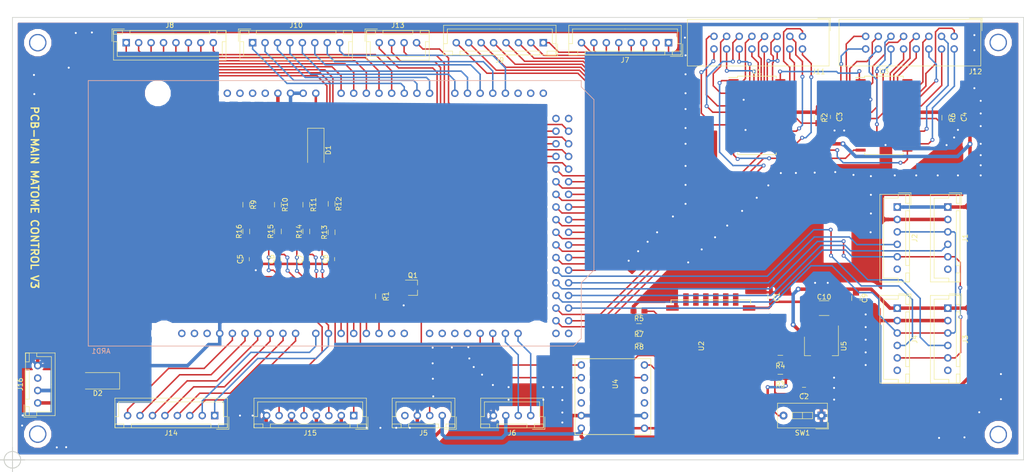
<source format=kicad_pcb>
(kicad_pcb (version 4) (host pcbnew 4.0.7)
  (layers (0 F.Cu signal) (31 B.Cu signal) (34 B.Paste user) (35 F.Paste user) (36 B.SilkS user) (37 F.SilkS user) (38 B.Mask user) (39 F.Mask user) (44 Edge.Cuts user))
  (net 0 "")
  (net 1 /DIN)
  (net 2 /SC1)
  (net 3 /SCK)
  (net 4 /SC3)
  (net 5 /SC2)
  (net 6 /SC4)
  (net 7 /SCL)
  (net 8 /SDA)
  (net 9 /SW1)
  (net 10 /SW2)
  (net 11 /SW3)
  (net 12 /SW4)
  (net 13 /SW5)
  (net 14 /SW6)
  (net 15 /SW7)
  (net 16 /SW8)
  (net 17 /SW17)
  (net 18 /SW18)
  (net 19 /SW19)
  (net 20 /SW20)
  (net 21 /SW21)
  (net 22 /SW22)
  (net 23 /SW23)
  (net 24 /SW24)
  (net 25 /SW9)
  (net 26 /SW10)
  (net 27 /SW11)
  (net 28 /SW12)
  (net 29 /SW13)
  (net 30 /SW14)
  (net 31 /SW15)
  (net 32 /SW16)
  (net 33 /SW25)
  (net 34 /SW26)
  (net 35 /SW27)
  (net 36 /SW28)
  (net 37 /SW29)
  (net 38 /SW30)
  (net 39 /SW31)
  (net 40 /SW32)
  (net 41 /1-C1)
  (net 42 /1-C2)
  (net 43 /1-C3)
  (net 44 /1-C4)
  (net 45 /1-C5)
  (net 46 /1-C6)
  (net 47 /1-C7)
  (net 48 /1-C8)
  (net 49 /1-R1)
  (net 50 /1-R2)
  (net 51 /1-R3)
  (net 52 /1-R4)
  (net 53 /1-R5)
  (net 54 /1-R6)
  (net 55 /1-R7)
  (net 56 /1-R8)
  (net 57 /2-C1)
  (net 58 /2-C2)
  (net 59 /2-C3)
  (net 60 /2-C4)
  (net 61 /2-C5)
  (net 62 /2-C6)
  (net 63 /2-C7)
  (net 64 /2-C8)
  (net 65 /2-R1)
  (net 66 /2-R2)
  (net 67 /2-R3)
  (net 68 /2-R4)
  (net 69 /2-R5)
  (net 70 /2-R6)
  (net 71 /2-R7)
  (net 72 /2-R8)
  (net 73 /BUZ)
  (net 74 /SET)
  (net 75 /HOME)
  (net 76 /BACK)
  (net 77 /NEXT)
  (net 78 /DIN_M)
  (net 79 /SC_M)
  (net 80 /CLK_M)
  (net 81 /RXD1)
  (net 82 /TXD1)
  (net 83 "Net-(ARD1-PadVIN)")
  (net 84 "Net-(ARD1-Pad3.3V)")
  (net 85 "Net-(ARD1-PadRST1)")
  (net 86 "Net-(ARD1-PadIORF)")
  (net 87 "Net-(ARD1-PadD17)")
  (net 88 "Net-(ARD1-PadD16)")
  (net 89 "Net-(ARD1-PadD15)")
  (net 90 "Net-(ARD1-PadD14)")
  (net 91 "Net-(ARD1-PadD0)")
  (net 92 "Net-(ARD1-PadD1)")
  (net 93 "Net-(ARD1-PadD7)")
  (net 94 "Net-(ARD1-PadD8)")
  (net 95 "Net-(ARD1-PadD9)")
  (net 96 "Net-(ARD1-PadD10)")
  (net 97 "Net-(ARD1-PadSCL)")
  (net 98 "Net-(ARD1-PadSDA)")
  (net 99 "Net-(ARD1-PadAREF)")
  (net 100 "Net-(ARD1-PadD13)")
  (net 101 "Net-(ARD1-PadD12)")
  (net 102 "Net-(ARD1-PadD11)")
  (net 103 "Net-(ARD1-PadA13)")
  (net 104 "Net-(ARD1-PadA14)")
  (net 105 "Net-(ARD1-PadA15)")
  (net 106 "Net-(ARD1-Pad5V3)")
  (net 107 "Net-(ARD1-Pad5V4)")
  (net 108 "Net-(ARD1-PadD50)")
  (net 109 "Net-(ARD1-PadD51)")
  (net 110 "Net-(ARD1-PadD52)")
  (net 111 "Net-(ARD1-PadD53)")
  (net 112 "Net-(C2-Pad2)")
  (net 113 "Net-(C5-Pad2)")
  (net 114 "Net-(C6-Pad2)")
  (net 115 "Net-(C7-Pad2)")
  (net 116 "Net-(C8-Pad2)")
  (net 117 3.3V)
  (net 118 "Net-(J1-Pad6)")
  (net 119 "Net-(J2-Pad6)")
  (net 120 "Net-(J3-Pad6)")
  (net 121 "Net-(J4-Pad6)")
  (net 122 "Net-(J5-Pad2)")
  (net 123 "Net-(J5-Pad4)")
  (net 124 "Net-(J16-Pad3)")
  (net 125 "Net-(R2-Pad2)")
  (net 126 "Net-(R4-Pad2)")
  (net 127 "Net-(R5-Pad1)")
  (net 128 "Net-(R6-Pad2)")
  (net 129 "Net-(R7-Pad1)")
  (net 130 "Net-(R8-Pad1)")
  (net 131 "Net-(U1-Pad24)")
  (net 132 "Net-(U2-Pad2)")
  (net 133 "Net-(U2-Pad4)")
  (net 134 "Net-(U2-Pad5)")
  (net 135 "Net-(U2-Pad6)")
  (net 136 "Net-(U2-Pad7)")
  (net 137 "Net-(U2-Pad13)")
  (net 138 "Net-(U2-Pad14)")
  (net 139 "Net-(U2-Pad15)")
  (net 140 "Net-(U2-Pad16)")
  (net 141 "Net-(U2-Pad17)")
  (net 142 "Net-(U2-Pad18)")
  (net 143 "Net-(U2-Pad19)")
  (net 144 "Net-(U2-Pad20)")
  (net 145 "Net-(U2-Pad21)")
  (net 146 "Net-(U2-Pad22)")
  (net 147 "Net-(U3-Pad24)")
  (net 148 "Net-(U4-Pad3)")
  (net 149 "Net-(U4-Pad4)")
  (net 150 "Net-(U4-Pad9)")
  (net 151 "Net-(U4-Pad10)")
  (net 152 VDD)
  (net 153 VSS)
  (net 154 "Net-(Q1-Pad1)")
  (net 155 "Net-(D2-Pad2)")
  (net 156 "Net-(ARD1-PadGND5)")
  (net 157 "Net-(ARD1-PadGND6)")
  (module Connectors_JST:JST_XH_B08B-XH-A_08x2.50mm_Straight (layer F.Cu) (at 156.21 49.53 180)
    (fp_text reference J9 (at 8.75 -3.5 180) (layer F.SilkS))
    (fp_text value Conn_01x08)
    (pad 1 thru_hole rect (at 0 0 180) (size 1.5 1.5) (drill 0.9) (layers *.Cu *.Mask) (net 25 /SW9))
    (pad 2 thru_hole circle (at 2.5 0 180) (size 1.5 1.5) (drill 0.9) (layers *.Cu *.Mask) (net 26 /SW10))
    (pad 3 thru_hole circle (at 5 0 180) (size 1.5 1.5) (drill 0.9) (layers *.Cu *.Mask) (net 27 /SW11))
    (pad 4 thru_hole circle (at 7.5 0 180) (size 1.5 1.5) (drill 0.9) (layers *.Cu *.Mask) (net 28 /SW12))
    (pad 5 thru_hole circle (at 10 0 180) (size 1.5 1.5) (drill 0.9) (layers *.Cu *.Mask) (net 29 /SW13))
    (pad 6 thru_hole circle (at 12.5 0 180) (size 1.5 1.5) (drill 0.9) (layers *.Cu *.Mask) (net 30 /SW14))
    (pad 7 thru_hole circle (at 15 0 180) (size 1.5 1.5) (drill 0.9) (layers *.Cu *.Mask) (net 31 /SW15))
    (pad 8 thru_hole circle (at 17.5 0 180) (size 1.5 1.5) (drill 0.9) (layers *.Cu *.Mask) (net 32 /SW16))
  )
  (module Connectors_JST:JST_XH_B08B-XH-A_08x2.50mm_Straight (layer F.Cu) (at 181.37 49.53 180)
    (fp_text reference J7 (at 8.75 -3.5 180) (layer F.SilkS))
    (fp_text value Conn_01x08)
    (pad 1 thru_hole rect (at 0 0 180) (size 1.5 1.5) (drill 0.9) (layers *.Cu *.Mask) (net 9 /SW1))
    (pad 2 thru_hole circle (at 2.5 0 180) (size 1.5 1.5) (drill 0.9) (layers *.Cu *.Mask) (net 10 /SW2))
    (pad 3 thru_hole circle (at 5 0 180) (size 1.5 1.5) (drill 0.9) (layers *.Cu *.Mask) (net 11 /SW3))
    (pad 4 thru_hole circle (at 7.5 0 180) (size 1.5 1.5) (drill 0.9) (layers *.Cu *.Mask) (net 12 /SW4))
    (pad 5 thru_hole circle (at 10 0 180) (size 1.5 1.5) (drill 0.9) (layers *.Cu *.Mask) (net 13 /SW5))
    (pad 6 thru_hole circle (at 12.5 0 180) (size 1.5 1.5) (drill 0.9) (layers *.Cu *.Mask) (net 14 /SW6))
    (pad 7 thru_hole circle (at 15 0 180) (size 1.5 1.5) (drill 0.9) (layers *.Cu *.Mask) (net 15 /SW7))
    (pad 8 thru_hole circle (at 17.5 0 180) (size 1.5 1.5) (drill 0.9) (layers *.Cu *.Mask) (net 16 /SW8))
  )
  (module Connectors_JST:JST_XH_B04B-XH-A_04x2.50mm_Straight (layer F.Cu) (at 54.61 121.92 90)
    (fp_text reference J16 (at 3.75 -3.5 90) (layer F.SilkS))
    (fp_text value Conn_01x04)
    (pad 1 thru_hole circle (at 0 0 90) (size 1.5 1.5) (drill 0.9) (layers *.Cu *.Mask) (net 155 "Net-(D2-Pad2)"))
    (pad 2 thru_hole circle (at 2.5 0 90) (size 1.5 1.5) (drill 0.9) (layers *.Cu *.Mask) (net 153 VSS))
    (pad 3 thru_hole circle (at 5 0 90) (size 1.5 1.5) (drill 0.9) (layers *.Cu *.Mask) (net 124 "Net-(J16-Pad3)"))
    (pad 4 thru_hole circle (at 7.5 0 90) (size 1.5 1.5) (drill 0.9) (layers *.Cu *.Mask) (net 153 VSS))
  )
  (module Connectors_JST:JST_XH_B08B-XH-A_08x2.50mm_Straight (layer F.Cu) (at 118.11 124.46 180)
    (fp_text reference J15 (at 8.75 -3.5 180) (layer F.SilkS))
    (fp_text value Conn_01x08)
    (pad 1 thru_hole rect (at 0 0 180) (size 1.5 1.5) (drill 0.9) (layers *.Cu *.Mask) (net 116 "Net-(C8-Pad2)"))
    (pad 2 thru_hole circle (at 2.5 0 180) (size 1.5 1.5) (drill 0.9) (layers *.Cu *.Mask) (net 153 VSS))
    (pad 3 thru_hole circle (at 5 0 180) (size 1.5 1.5) (drill 0.9) (layers *.Cu *.Mask) (net 115 "Net-(C7-Pad2)"))
    (pad 4 thru_hole circle (at 7.5 0 180) (size 1.5 1.5) (drill 0.9) (layers *.Cu *.Mask) (net 153 VSS))
    (pad 5 thru_hole circle (at 10 0 180) (size 1.5 1.5) (drill 0.9) (layers *.Cu *.Mask) (net 114 "Net-(C6-Pad2)"))
    (pad 6 thru_hole circle (at 12.5 0 180) (size 1.5 1.5) (drill 0.9) (layers *.Cu *.Mask) (net 153 VSS))
    (pad 7 thru_hole circle (at 15 0 180) (size 1.5 1.5) (drill 0.9) (layers *.Cu *.Mask) (net 113 "Net-(C5-Pad2)"))
    (pad 8 thru_hole circle (at 17.5 0 180) (size 1.5 1.5) (drill 0.9) (layers *.Cu *.Mask) (net 153 VSS))
  )
  (module Connectors_JST:JST_XH_B08B-XH-A_08x2.50mm_Straight (layer F.Cu) (at 90.17 124.46 180)
    (fp_text reference J14 (at 8.75 -3.5 180) (layer F.SilkS))
    (fp_text value Conn_01x08)
    (pad 1 thru_hole rect (at 0 0 180) (size 1.5 1.5) (drill 0.9) (layers *.Cu *.Mask) (net 74 /SET))
    (pad 2 thru_hole circle (at 2.5 0 180) (size 1.5 1.5) (drill 0.9) (layers *.Cu *.Mask) (net 93 "Net-(ARD1-PadD7)"))
    (pad 3 thru_hole circle (at 5 0 180) (size 1.5 1.5) (drill 0.9) (layers *.Cu *.Mask) (net 94 "Net-(ARD1-PadD8)"))
    (pad 4 thru_hole circle (at 7.5 0 180) (size 1.5 1.5) (drill 0.9) (layers *.Cu *.Mask) (net 95 "Net-(ARD1-PadD9)"))
    (pad 5 thru_hole circle (at 10 0 180) (size 1.5 1.5) (drill 0.9) (layers *.Cu *.Mask) (net 96 "Net-(ARD1-PadD10)"))
    (pad 6 thru_hole circle (at 12.5 0 180) (size 1.5 1.5) (drill 0.9) (layers *.Cu *.Mask) (net 102 "Net-(ARD1-PadD11)"))
    (pad 7 thru_hole circle (at 15 0 180) (size 1.5 1.5) (drill 0.9) (layers *.Cu *.Mask) (net 101 "Net-(ARD1-PadD12)"))
    (pad 8 thru_hole circle (at 17.5 0 180) (size 1.5 1.5) (drill 0.9) (layers *.Cu *.Mask) (net 100 "Net-(ARD1-PadD13)"))
  )
  (module Connectors_JST:JST_XH_B04B-XH-A_04x2.50mm_Straight (layer F.Cu) (at 123.23 49.53)
    (fp_text reference J13 (at 3.75 -3.5) (layer F.SilkS))
    (fp_text value Conn_01x04)
    (pad 1 thru_hole circle (at 0 0) (size 1.5 1.5) (drill 0.9) (layers *.Cu *.Mask) (net 108 "Net-(ARD1-PadD50)"))
    (pad 2 thru_hole circle (at 2.5 0) (size 1.5 1.5) (drill 0.9) (layers *.Cu *.Mask) (net 109 "Net-(ARD1-PadD51)"))
    (pad 3 thru_hole circle (at 5 0) (size 1.5 1.5) (drill 0.9) (layers *.Cu *.Mask) (net 110 "Net-(ARD1-PadD52)"))
    (pad 4 thru_hole circle (at 7.5 0) (size 1.5 1.5) (drill 0.9) (layers *.Cu *.Mask) (net 111 "Net-(ARD1-PadD53)"))
  )
  (module Connectors_JST:JST_XH_B08B-XH-A_08x2.50mm_Straight (layer F.Cu) (at 97.79 49.53)
    (fp_text reference J10 (at 8.75 -3.5) (layer F.SilkS))
    (fp_text value Conn_01x08)
    (pad 1 thru_hole rect (at 0 0) (size 1.5 1.5) (drill 0.9) (layers *.Cu *.Mask) (net 33 /SW25))
    (pad 2 thru_hole circle (at 2.5 0) (size 1.5 1.5) (drill 0.9) (layers *.Cu *.Mask) (net 34 /SW26))
    (pad 3 thru_hole circle (at 5 0) (size 1.5 1.5) (drill 0.9) (layers *.Cu *.Mask) (net 35 /SW27))
    (pad 4 thru_hole circle (at 7.5 0) (size 1.5 1.5) (drill 0.9) (layers *.Cu *.Mask) (net 36 /SW28))
    (pad 5 thru_hole circle (at 10 0) (size 1.5 1.5) (drill 0.9) (layers *.Cu *.Mask) (net 37 /SW29))
    (pad 6 thru_hole circle (at 12.5 0) (size 1.5 1.5) (drill 0.9) (layers *.Cu *.Mask) (net 38 /SW30))
    (pad 7 thru_hole circle (at 15 0) (size 1.5 1.5) (drill 0.9) (layers *.Cu *.Mask) (net 39 /SW31))
    (pad 8 thru_hole circle (at 17.5 0) (size 1.5 1.5) (drill 0.9) (layers *.Cu *.Mask) (net 40 /SW32))
  )
  (module Connectors_JST:JST_XH_B08B-XH-A_08x2.50mm_Straight (layer F.Cu) (at 72.39 49.53)
    (fp_text reference J8 (at 8.75 -3.5) (layer F.SilkS))
    (fp_text value Conn_01x08)
    (pad 1 thru_hole rect (at 0 0) (size 1.5 1.5) (drill 0.9) (layers *.Cu *.Mask) (net 17 /SW17))
    (pad 2 thru_hole circle (at 2.5 0) (size 1.5 1.5) (drill 0.9) (layers *.Cu *.Mask) (net 18 /SW18))
    (pad 3 thru_hole circle (at 5 0) (size 1.5 1.5) (drill 0.9) (layers *.Cu *.Mask) (net 19 /SW19))
    (pad 4 thru_hole circle (at 7.5 0) (size 1.5 1.5) (drill 0.9) (layers *.Cu *.Mask) (net 20 /SW20))
    (pad 5 thru_hole circle (at 10 0) (size 1.5 1.5) (drill 0.9) (layers *.Cu *.Mask) (net 21 /SW21))
    (pad 6 thru_hole circle (at 12.5 0) (size 1.5 1.5) (drill 0.9) (layers *.Cu *.Mask) (net 22 /SW22))
    (pad 7 thru_hole circle (at 15 0) (size 1.5 1.5) (drill 0.9) (layers *.Cu *.Mask) (net 23 /SW23))
    (pad 8 thru_hole circle (at 17.5 0) (size 1.5 1.5) (drill 0.9) (layers *.Cu *.Mask) (net 24 /SW24))
  )
  (module Connectors_JST:JST_XH_B04B-XH-A_04x2.50mm_Straight (layer F.Cu) (at 153.67 124.46 180)
    (fp_text reference J6 (at 3.75 -3.5 180) (layer F.SilkS))
    (fp_text value Conn_01x04)
    (pad 1 thru_hole circle (at 0 0 180) (size 1.5 1.5) (drill 0.9) (layers *.Cu *.Mask) (net 7 /SCL))
    (pad 2 thru_hole circle (at 2.5 0 180) (size 1.5 1.5) (drill 0.9) (layers *.Cu *.Mask) (net 8 /SDA))
    (pad 3 thru_hole circle (at 5 0 180) (size 1.5 1.5) (drill 0.9) (layers *.Cu *.Mask) (net 152 VDD))
    (pad 4 thru_hole circle (at 7.5 0 180) (size 1.5 1.5) (drill 0.9) (layers *.Cu *.Mask) (net 153 VSS))
  )
  (module Connectors_JST:JST_XH_B04B-XH-A_04x2.50mm_Straight (layer F.Cu) (at 135.89 124.46 180)
    (fp_text reference J5 (at 3.75 -3.5 180) (layer F.SilkS))
    (fp_text value Conn_01x04)
    (pad 1 thru_hole circle (at 0 0 180) (size 1.5 1.5) (drill 0.9) (layers *.Cu *.Mask) (net 152 VDD))
    (pad 2 thru_hole circle (at 2.5 0 180) (size 1.5 1.5) (drill 0.9) (layers *.Cu *.Mask) (net 122 "Net-(J5-Pad2)"))
    (pad 3 thru_hole circle (at 5 0 180) (size 1.5 1.5) (drill 0.9) (layers *.Cu *.Mask) (net 153 VSS))
    (pad 4 thru_hole circle (at 7.5 0 180) (size 1.5 1.5) (drill 0.9) (layers *.Cu *.Mask) (net 123 "Net-(J5-Pad4)"))
  )
  (module Connectors_JST:JST_XH_B06B-XH-A_06x2.50mm_Straight (layer F.Cu) (at 227.33 102.87 270)
    (fp_text reference J4 (at 6.25 -3.5 270) (layer F.SilkS))
    (fp_text value Conn_01x06)
    (pad 1 thru_hole rect (at 0 0 270) (size 1.5 1.5) (drill 0.9) (layers *.Cu *.Mask) (net 152 VDD))
    (pad 2 thru_hole circle (at 2.5 0 270) (size 1.5 1.5) (drill 0.9) (layers *.Cu *.Mask) (net 153 VSS))
    (pad 3 thru_hole circle (at 5 0 270) (size 1.5 1.5) (drill 0.9) (layers *.Cu *.Mask) (net 1 /DIN))
    (pad 4 thru_hole circle (at 7.5 0 270) (size 1.5 1.5) (drill 0.9) (layers *.Cu *.Mask) (net 6 /SC4))
    (pad 5 thru_hole circle (at 10 0 270) (size 1.5 1.5) (drill 0.9) (layers *.Cu *.Mask) (net 3 /SCK))
    (pad 6 thru_hole circle (at 12.5 0 270) (size 1.5 1.5) (drill 0.9) (layers *.Cu *.Mask) (net 121 "Net-(J4-Pad6)"))
  )
  (module Connectors_JST:JST_XH_B06B-XH-A_06x2.50mm_Straight (layer F.Cu) (at 237.49 102.87 270)
    (fp_text reference J3 (at 6.25 -3.5 270) (layer F.SilkS))
    (fp_text value Conn_01x06)
    (pad 1 thru_hole rect (at 0 0 270) (size 1.5 1.5) (drill 0.9) (layers *.Cu *.Mask) (net 152 VDD))
    (pad 2 thru_hole circle (at 2.5 0 270) (size 1.5 1.5) (drill 0.9) (layers *.Cu *.Mask) (net 153 VSS))
    (pad 3 thru_hole circle (at 5 0 270) (size 1.5 1.5) (drill 0.9) (layers *.Cu *.Mask) (net 1 /DIN))
    (pad 4 thru_hole circle (at 7.5 0 270) (size 1.5 1.5) (drill 0.9) (layers *.Cu *.Mask) (net 5 /SC2))
    (pad 5 thru_hole circle (at 10 0 270) (size 1.5 1.5) (drill 0.9) (layers *.Cu *.Mask) (net 3 /SCK))
    (pad 6 thru_hole circle (at 12.5 0 270) (size 1.5 1.5) (drill 0.9) (layers *.Cu *.Mask) (net 120 "Net-(J3-Pad6)"))
  )
  (module Connectors_JST:JST_XH_B06B-XH-A_06x2.50mm_Straight (layer F.Cu) (at 227.33 82.55 270)
    (fp_text reference J2 (at 6.25 -3.5 270) (layer F.SilkS))
    (fp_text value Conn_01x06)
    (pad 1 thru_hole rect (at 0 0 270) (size 1.5 1.5) (drill 0.9) (layers *.Cu *.Mask) (net 152 VDD))
    (pad 2 thru_hole circle (at 2.5 0 270) (size 1.5 1.5) (drill 0.9) (layers *.Cu *.Mask) (net 153 VSS))
    (pad 3 thru_hole circle (at 5 0 270) (size 1.5 1.5) (drill 0.9) (layers *.Cu *.Mask) (net 1 /DIN))
    (pad 4 thru_hole circle (at 7.5 0 270) (size 1.5 1.5) (drill 0.9) (layers *.Cu *.Mask) (net 4 /SC3))
    (pad 5 thru_hole circle (at 10 0 270) (size 1.5 1.5) (drill 0.9) (layers *.Cu *.Mask) (net 3 /SCK))
    (pad 6 thru_hole circle (at 12.5 0 270) (size 1.5 1.5) (drill 0.9) (layers *.Cu *.Mask) (net 119 "Net-(J2-Pad6)"))
  )
  (module Connectors_JST:JST_XH_B06B-XH-A_06x2.50mm_Straight (layer F.Cu) (at 237.49 82.55 270)
    (fp_text reference J1 (at 6.25 -3.5 270) (layer F.SilkS))
    (fp_text value Conn_01x06)
    (pad 1 thru_hole rect (at 0 0 270) (size 1.5 1.5) (drill 0.9) (layers *.Cu *.Mask) (net 152 VDD))
    (pad 2 thru_hole circle (at 2.5 0 270) (size 1.5 1.5) (drill 0.9) (layers *.Cu *.Mask) (net 153 VSS))
    (pad 3 thru_hole circle (at 5 0 270) (size 1.5 1.5) (drill 0.9) (layers *.Cu *.Mask) (net 1 /DIN))
    (pad 4 thru_hole circle (at 7.5 0 270) (size 1.5 1.5) (drill 0.9) (layers *.Cu *.Mask) (net 2 /SC1))
    (pad 5 thru_hole circle (at 10 0 270) (size 1.5 1.5) (drill 0.9) (layers *.Cu *.Mask) (net 3 /SCK))
    (pad 6 thru_hole circle (at 12.5 0 270) (size 1.5 1.5) (drill 0.9) (layers *.Cu *.Mask) (net 118 "Net-(J1-Pad6)"))
  )
  (module Arduino:IDC-Header_2x08_P2.54mm_Vertical (layer F.Cu) (at 238.76 48.26 270)
    (fp_text reference J12 (at 7.09 -4.27 360) (layer F.SilkS))
    (fp_text value Conn_02x08_Odd_Even)
    (pad 1 thru_hole circle (at 0 0 270) (size 1.5 1.5) (drill 0.9) (layers *.Cu *.Mask) (net 57 /2-C1))
    (pad 2 thru_hole circle (at 2.54 0 270) (size 1.5 1.5) (drill 0.9) (layers *.Cu *.Mask) (net 58 /2-C2))
    (pad 3 thru_hole circle (at 0 2.54 270) (size 1.5 1.5) (drill 0.9) (layers *.Cu *.Mask) (net 59 /2-C3))
    (pad 4 thru_hole circle (at 2.54 2.54 270) (size 1.5 1.5) (drill 0.9) (layers *.Cu *.Mask) (net 60 /2-C4))
    (pad 5 thru_hole circle (at 0 5.08 270) (size 1.5 1.5) (drill 0.9) (layers *.Cu *.Mask) (net 61 /2-C5))
    (pad 6 thru_hole circle (at 2.54 5.08 270) (size 1.5 1.5) (drill 0.9) (layers *.Cu *.Mask) (net 62 /2-C6))
    (pad 7 thru_hole circle (at 0 7.62 270) (size 1.5 1.5) (drill 0.9) (layers *.Cu *.Mask) (net 63 /2-C7))
    (pad 8 thru_hole circle (at 2.54 7.62 270) (size 1.5 1.5) (drill 0.9) (layers *.Cu *.Mask) (net 64 /2-C8))
    (pad 9 thru_hole circle (at 0 10.16 270) (size 1.5 1.5) (drill 0.9) (layers *.Cu *.Mask) (net 65 /2-R1))
    (pad 10 thru_hole circle (at 2.54 10.16 270) (size 1.5 1.5) (drill 0.9) (layers *.Cu *.Mask) (net 66 /2-R2))
    (pad 11 thru_hole circle (at 0 12.7 270) (size 1.5 1.5) (drill 0.9) (layers *.Cu *.Mask) (net 67 /2-R3))
    (pad 12 thru_hole circle (at 2.54 12.7 270) (size 1.5 1.5) (drill 0.9) (layers *.Cu *.Mask) (net 68 /2-R4))
    (pad 13 thru_hole circle (at 0 15.24 270) (size 1.5 1.5) (drill 0.9) (layers *.Cu *.Mask) (net 69 /2-R5))
    (pad 14 thru_hole circle (at 2.54 15.24 270) (size 1.5 1.5) (drill 0.9) (layers *.Cu *.Mask) (net 70 /2-R6))
    (pad 15 thru_hole circle (at 0 17.78 270) (size 1.5 1.5) (drill 0.9) (layers *.Cu *.Mask) (net 71 /2-R7))
    (pad 16 thru_hole circle (at 2.54 17.78 270) (size 1.5 1.5) (drill 0.9) (layers *.Cu *.Mask) (net 72 /2-R8))
  )
  (module Arduino:IDC-Header_2x08_P2.54mm_Vertical (layer F.Cu) (at 208.28 48.26 270)
    (fp_text reference J11 (at 7.09 -3.25 540) (layer F.SilkS))
    (fp_text value Conn_02x08_Odd_Even)
    (pad 1 thru_hole circle (at 0 0 270) (size 1.5 1.5) (drill 0.9) (layers *.Cu *.Mask) (net 41 /1-C1))
    (pad 2 thru_hole circle (at 2.54 0 270) (size 1.5 1.5) (drill 0.9) (layers *.Cu *.Mask) (net 42 /1-C2))
    (pad 3 thru_hole circle (at 0 2.54 270) (size 1.5 1.5) (drill 0.9) (layers *.Cu *.Mask) (net 43 /1-C3))
    (pad 4 thru_hole circle (at 2.54 2.54 270) (size 1.5 1.5) (drill 0.9) (layers *.Cu *.Mask) (net 44 /1-C4))
    (pad 5 thru_hole circle (at 0 5.08 270) (size 1.5 1.5) (drill 0.9) (layers *.Cu *.Mask) (net 45 /1-C5))
    (pad 6 thru_hole circle (at 2.54 5.08 270) (size 1.5 1.5) (drill 0.9) (layers *.Cu *.Mask) (net 46 /1-C6))
    (pad 7 thru_hole circle (at 0 7.62 270) (size 1.5 1.5) (drill 0.9) (layers *.Cu *.Mask) (net 47 /1-C7))
    (pad 8 thru_hole circle (at 2.54 7.62 270) (size 1.5 1.5) (drill 0.9) (layers *.Cu *.Mask) (net 48 /1-C8))
    (pad 9 thru_hole circle (at 0 10.16 270) (size 1.5 1.5) (drill 0.9) (layers *.Cu *.Mask) (net 49 /1-R1))
    (pad 10 thru_hole circle (at 2.54 10.16 270) (size 1.5 1.5) (drill 0.9) (layers *.Cu *.Mask) (net 50 /1-R2))
    (pad 11 thru_hole circle (at 0 12.7 270) (size 1.5 1.5) (drill 0.9) (layers *.Cu *.Mask) (net 51 /1-R3))
    (pad 12 thru_hole circle (at 2.54 12.7 270) (size 1.5 1.5) (drill 0.9) (layers *.Cu *.Mask) (net 52 /1-R4))
    (pad 13 thru_hole circle (at 0 15.24 270) (size 1.5 1.5) (drill 0.9) (layers *.Cu *.Mask) (net 53 /1-R5))
    (pad 14 thru_hole circle (at 2.54 15.24 270) (size 1.5 1.5) (drill 0.9) (layers *.Cu *.Mask) (net 54 /1-R6))
    (pad 15 thru_hole circle (at 0 17.78 270) (size 1.5 1.5) (drill 0.9) (layers *.Cu *.Mask) (net 55 /1-R7))
    (pad 16 thru_hole circle (at 2.54 17.78 270) (size 1.5 1.5) (drill 0.9) (layers *.Cu *.Mask) (net 56 /1-R8))
  )
  (module Arduino:Arduino_Mega2560_Shield (layer B.Cu) (at 64.77 57.15)
    (fp_text reference ARD1 (at 2.54 54.356) (layer B.SilkS) (effects (justify mirror)))
    (fp_text value Arduino_Mega2560_Shield)
    (pad A0 thru_hole circle (at 50.8 2.54) (size 1.5 1.5) (drill 0.9) (layers *.Cu *.Mask) (net 20 /SW20))
    (pad VIN thru_hole circle (at 45.72 2.54) (size 1.5 1.5) (drill 0.9) (layers *.Cu *.Mask) (net 83 "Net-(ARD1-PadVIN)"))
    (pad GND3 thru_hole circle (at 43.18 2.54) (size 1.5 1.5) (drill 0.9) (layers *.Cu *.Mask) (net 153 VSS))
    (pad GND2 thru_hole circle (at 40.64 2.54) (size 1.5 1.5) (drill 0.9) (layers *.Cu *.Mask) (net 153 VSS))
    (pad 5V1 thru_hole circle (at 38.1 2.54) (size 1.5 1.5) (drill 0.9) (layers *.Cu *.Mask) (net 152 VDD))
    (pad 3.3V thru_hole circle (at 35.56 2.54) (size 1.5 1.5) (drill 0.9) (layers *.Cu *.Mask) (net 84 "Net-(ARD1-Pad3.3V)"))
    (pad RST1 thru_hole circle (at 33.02 2.54) (size 1.5 1.5) (drill 0.9) (layers *.Cu *.Mask) (net 85 "Net-(ARD1-PadRST1)"))
    (pad IORF thru_hole circle (at 30.48 2.54) (size 1.5 1.5) (drill 0.9) (layers *.Cu *.Mask) (net 86 "Net-(ARD1-PadIORF)"))
    (pad D21 thru_hole oval (at 86.36 50.8) (size 1.5 1.5) (drill 0.9) (layers *.Cu *.Mask) (net 7 /SCL))
    (pad D20 thru_hole circle (at 83.82 50.8) (size 1.5 1.5) (drill 0.9) (layers *.Cu *.Mask) (net 8 /SDA))
    (pad D19 thru_hole oval (at 81.28 50.8) (size 1.5 1.5) (drill 0.9) (layers *.Cu *.Mask) (net 81 /RXD1))
    (pad D18 thru_hole oval (at 78.74 50.8) (size 1.5 1.5) (drill 0.9) (layers *.Cu *.Mask) (net 82 /TXD1))
    (pad D17 thru_hole oval (at 76.2 50.8) (size 1.5 1.5) (drill 0.9) (layers *.Cu *.Mask) (net 87 "Net-(ARD1-PadD17)"))
    (pad D16 thru_hole circle (at 73.66 50.8) (size 1.5 1.5) (drill 0.9) (layers *.Cu *.Mask) (net 88 "Net-(ARD1-PadD16)"))
    (pad D15 thru_hole circle (at 71.12 50.8) (size 1.5 1.5) (drill 0.9) (layers *.Cu *.Mask) (net 89 "Net-(ARD1-PadD15)"))
    (pad D14 thru_hole circle (at 68.58 50.8) (size 1.5 1.5) (drill 0.9) (layers *.Cu *.Mask) (net 90 "Net-(ARD1-PadD14)"))
    (pad D0 thru_hole circle (at 63.5 50.8) (size 1.5 1.5) (drill 0.9) (layers *.Cu *.Mask) (net 91 "Net-(ARD1-PadD0)"))
    (pad D1 thru_hole circle (at 60.96 50.8) (size 1.5 1.5) (drill 0.9) (layers *.Cu *.Mask) (net 92 "Net-(ARD1-PadD1)"))
    (pad D2 thru_hole circle (at 58.42 50.8) (size 1.5 1.5) (drill 0.9) (layers *.Cu *.Mask) (net 73 /BUZ))
    (pad D3 thru_hole circle (at 55.88 50.8) (size 1.5 1.5) (drill 0.9) (layers *.Cu *.Mask) (net 77 /NEXT))
    (pad D4 thru_hole circle (at 53.34 50.8) (size 1.5 1.5) (drill 0.9) (layers *.Cu *.Mask) (net 76 /BACK))
    (pad D5 thru_hole circle (at 50.8 50.8) (size 1.5 1.5) (drill 0.9) (layers *.Cu *.Mask) (net 75 /HOME))
    (pad D6 thru_hole circle (at 48.26 50.8) (size 1.5 1.5) (drill 0.9) (layers *.Cu *.Mask) (net 74 /SET))
    (pad D7 thru_hole circle (at 45.72 50.8) (size 1.5 1.5) (drill 0.9) (layers *.Cu *.Mask) (net 93 "Net-(ARD1-PadD7)"))
    (pad GND1 thru_hole circle (at 26.416 50.8) (size 1.5 1.5) (drill 0.9) (layers *.Cu *.Mask) (net 153 VSS))
    (pad D8 thru_hole circle (at 41.656 50.8) (size 1.5 1.5) (drill 0.9) (layers *.Cu *.Mask) (net 94 "Net-(ARD1-PadD8)"))
    (pad D9 thru_hole circle (at 39.116 50.8) (size 1.5 1.5) (drill 0.9) (layers *.Cu *.Mask) (net 95 "Net-(ARD1-PadD9)"))
    (pad D10 thru_hole circle (at 36.576 50.8) (size 1.5 1.5) (drill 0.9) (layers *.Cu *.Mask) (net 96 "Net-(ARD1-PadD10)"))
    (pad "" np_thru_hole circle (at 90.17 50.8) (size 3.2 3.2) (drill 3.2) (layers *.Cu *.Mask))
    (pad "" np_thru_hole circle (at 15.24 50.8) (size 3.2 3.2) (drill 3.2) (layers *.Cu *.Mask))
    (pad "" np_thru_hole circle (at 96.52 2.54) (size 3.2 3.2) (drill 3.2) (layers *.Cu *.Mask))
    (pad "" np_thru_hole circle (at 13.97 2.54) (size 3.2 3.2) (drill 3.2) (layers *.Cu *.Mask))
    (pad SCL thru_hole circle (at 18.796 50.8) (size 1.5 1.5) (drill 0.9) (layers *.Cu *.Mask) (net 97 "Net-(ARD1-PadSCL)"))
    (pad SDA thru_hole circle (at 21.336 50.8) (size 1.5 1.5) (drill 0.9) (layers *.Cu *.Mask) (net 98 "Net-(ARD1-PadSDA)"))
    (pad AREF thru_hole circle (at 23.876 50.8) (size 1.5 1.5) (drill 0.9) (layers *.Cu *.Mask) (net 99 "Net-(ARD1-PadAREF)"))
    (pad D13 thru_hole circle (at 28.956 50.8) (size 1.5 1.5) (drill 0.9) (layers *.Cu *.Mask) (net 100 "Net-(ARD1-PadD13)"))
    (pad D12 thru_hole circle (at 31.496 50.8) (size 1.5 1.5) (drill 0.9) (layers *.Cu *.Mask) (net 101 "Net-(ARD1-PadD12)"))
    (pad D11 thru_hole circle (at 34.036 50.8) (size 1.5 1.5) (drill 0.9) (layers *.Cu *.Mask) (net 102 "Net-(ARD1-PadD11)"))
    (pad "" thru_hole circle (at 27.94 2.54) (size 1.5 1.5) (drill 0.9) (layers *.Cu *.Mask))
    (pad A1 thru_hole circle (at 53.34 2.54) (size 1.5 1.5) (drill 0.9) (layers *.Cu *.Mask) (net 21 /SW21))
    (pad A2 thru_hole circle (at 55.88 2.54) (size 1.5 1.5) (drill 0.9) (layers *.Cu *.Mask) (net 22 /SW22))
    (pad A3 thru_hole circle (at 58.42 2.54) (size 1.5 1.5) (drill 0.9) (layers *.Cu *.Mask) (net 23 /SW23))
    (pad A4 thru_hole circle (at 60.96 2.54) (size 1.5 1.5) (drill 0.9) (layers *.Cu *.Mask) (net 24 /SW24))
    (pad A5 thru_hole circle (at 63.5 2.54) (size 1.5 1.5) (drill 0.9) (layers *.Cu *.Mask) (net 33 /SW25))
    (pad A6 thru_hole circle (at 66.04 2.54) (size 1.5 1.5) (drill 0.9) (layers *.Cu *.Mask) (net 34 /SW26))
    (pad A7 thru_hole circle (at 68.58 2.54) (size 1.5 1.5) (drill 0.9) (layers *.Cu *.Mask) (net 35 /SW27))
    (pad A8 thru_hole circle (at 73.66 2.54) (size 1.5 1.5) (drill 0.9) (layers *.Cu *.Mask) (net 36 /SW28))
    (pad A9 thru_hole circle (at 76.2 2.54) (size 1.5 1.5) (drill 0.9) (layers *.Cu *.Mask) (net 37 /SW29))
    (pad A10 thru_hole circle (at 78.74 2.54) (size 1.5 1.5) (drill 0.9) (layers *.Cu *.Mask) (net 38 /SW30))
    (pad A11 thru_hole circle (at 81.28 2.54) (size 1.5 1.5) (drill 0.9) (layers *.Cu *.Mask) (net 39 /SW31))
    (pad A12 thru_hole circle (at 83.82 2.54) (size 1.5 1.5) (drill 0.9) (layers *.Cu *.Mask) (net 40 /SW32))
    (pad A13 thru_hole circle (at 86.36 2.54) (size 1.5 1.5) (drill 0.9) (layers *.Cu *.Mask) (net 103 "Net-(ARD1-PadA13)"))
    (pad A14 thru_hole circle (at 88.9 2.54) (size 1.5 1.5) (drill 0.9) (layers *.Cu *.Mask) (net 104 "Net-(ARD1-PadA14)"))
    (pad A15 thru_hole circle (at 91.44 2.54) (size 1.5 1.5) (drill 0.9) (layers *.Cu *.Mask) (net 105 "Net-(ARD1-PadA15)"))
    (pad 5V3 thru_hole oval (at 93.98 50.8) (size 1.5 1.5) (drill 0.9) (layers *.Cu *.Mask) (net 106 "Net-(ARD1-Pad5V3)"))
    (pad 5V4 thru_hole oval (at 96.52 50.8) (size 1.5 1.5) (drill 0.9) (layers *.Cu *.Mask) (net 107 "Net-(ARD1-Pad5V4)"))
    (pad D22 thru_hole oval (at 93.98 48.26) (size 1.5 1.5) (drill 0.9) (layers *.Cu *.Mask) (net 78 /DIN_M))
    (pad D23 thru_hole oval (at 96.52 48.26) (size 1.5 1.5) (drill 0.9) (layers *.Cu *.Mask) (net 79 /SC_M))
    (pad D24 thru_hole oval (at 93.98 45.72) (size 1.5 1.5) (drill 0.9) (layers *.Cu *.Mask) (net 80 /CLK_M))
    (pad D25 thru_hole oval (at 96.52 45.72) (size 1.5 1.5) (drill 0.9) (layers *.Cu *.Mask) (net 1 /DIN))
    (pad D26 thru_hole oval (at 93.98 43.18) (size 1.5 1.5) (drill 0.9) (layers *.Cu *.Mask) (net 3 /SCK))
    (pad D27 thru_hole oval (at 96.52 43.18) (size 1.5 1.5) (drill 0.9) (layers *.Cu *.Mask) (net 2 /SC1))
    (pad D28 thru_hole oval (at 93.98 40.64) (size 1.5 1.5) (drill 0.9) (layers *.Cu *.Mask) (net 5 /SC2))
    (pad D29 thru_hole oval (at 96.52 40.64) (size 1.5 1.5) (drill 0.9) (layers *.Cu *.Mask) (net 4 /SC3))
    (pad D30 thru_hole oval (at 93.98 38.1) (size 1.5 1.5) (drill 0.9) (layers *.Cu *.Mask) (net 6 /SC4))
    (pad D31 thru_hole oval (at 96.52 38.1) (size 1.5 1.5) (drill 0.9) (layers *.Cu *.Mask) (net 9 /SW1))
    (pad D32 thru_hole oval (at 93.98 35.56) (size 1.5 1.5) (drill 0.9) (layers *.Cu *.Mask) (net 10 /SW2))
    (pad D33 thru_hole oval (at 96.52 35.56) (size 1.5 1.5) (drill 0.9) (layers *.Cu *.Mask) (net 11 /SW3))
    (pad D34 thru_hole circle (at 93.98 33.02) (size 1.5 1.5) (drill 0.9) (layers *.Cu *.Mask) (net 12 /SW4))
    (pad D35 thru_hole circle (at 96.52 33.02) (size 1.5 1.5) (drill 0.9) (layers *.Cu *.Mask) (net 13 /SW5))
    (pad D36 thru_hole circle (at 93.98 30.48) (size 1.5 1.5) (drill 0.9) (layers *.Cu *.Mask) (net 14 /SW6))
    (pad D37 thru_hole circle (at 96.52 30.48) (size 1.5 1.5) (drill 0.9) (layers *.Cu *.Mask) (net 15 /SW7))
    (pad D38 thru_hole circle (at 93.98 27.94) (size 1.5 1.5) (drill 0.9) (layers *.Cu *.Mask) (net 16 /SW8))
    (pad D39 thru_hole circle (at 96.52 27.94) (size 1.5 1.5) (drill 0.9) (layers *.Cu *.Mask) (net 25 /SW9))
    (pad D40 thru_hole oval (at 93.98 25.4) (size 1.5 1.5) (drill 0.9) (layers *.Cu *.Mask) (net 26 /SW10))
    (pad D41 thru_hole oval (at 96.52 25.4) (size 1.5 1.5) (drill 0.9) (layers *.Cu *.Mask) (net 27 /SW11))
    (pad D42 thru_hole circle (at 93.98 22.86) (size 1.5 1.5) (drill 0.9) (layers *.Cu *.Mask) (net 28 /SW12))
    (pad D43 thru_hole oval (at 96.52 22.86) (size 1.5 1.5) (drill 0.9) (layers *.Cu *.Mask) (net 29 /SW13))
    (pad D44 thru_hole oval (at 93.98 20.32) (size 1.5 1.5) (drill 0.9) (layers *.Cu *.Mask) (net 30 /SW14))
    (pad D45 thru_hole oval (at 96.52 20.32) (size 1.5 1.5) (drill 0.9) (layers *.Cu *.Mask) (net 31 /SW15))
    (pad D46 thru_hole circle (at 93.98 17.78) (size 1.5 1.5) (drill 0.9) (layers *.Cu *.Mask) (net 32 /SW16))
    (pad D47 thru_hole circle (at 96.52 17.78) (size 1.5 1.5) (drill 0.9) (layers *.Cu *.Mask) (net 17 /SW17))
    (pad D48 thru_hole circle (at 93.98 15.24) (size 1.5 1.5) (drill 0.9) (layers *.Cu *.Mask) (net 18 /SW18))
    (pad D49 thru_hole circle (at 96.52 15.24) (size 1.5 1.5) (drill 0.9) (layers *.Cu *.Mask) (net 19 /SW19))
    (pad D50 thru_hole circle (at 93.98 12.7) (size 1.5 1.5) (drill 0.9) (layers *.Cu *.Mask) (net 108 "Net-(ARD1-PadD50)"))
    (pad D51 thru_hole circle (at 96.52 12.7) (size 1.5 1.5) (drill 0.9) (layers *.Cu *.Mask) (net 109 "Net-(ARD1-PadD51)"))
    (pad D52 thru_hole circle (at 93.98 10.16) (size 1.5 1.5) (drill 0.9) (layers *.Cu *.Mask) (net 110 "Net-(ARD1-PadD52)"))
    (pad D53 thru_hole circle (at 96.52 10.16) (size 1.5 1.5) (drill 0.9) (layers *.Cu *.Mask) (net 111 "Net-(ARD1-PadD53)"))
    (pad GND5 thru_hole circle (at 93.98 7.62) (size 1.5 1.5) (drill 0.9) (layers *.Cu *.Mask) (net 156 "Net-(ARD1-PadGND5)"))
    (pad GND6 thru_hole circle (at 96.52 7.62) (size 1.5 1.5) (drill 0.9) (layers *.Cu *.Mask) (net 157 "Net-(ARD1-PadGND6)"))
  )
  (module ESP8266:ESP-12E_SMD (layer F.Cu) (at 196.85 116.84 180)
    (fp_text reference U2 (at 8.89 6.35 270) (layer F.SilkS))
    (fp_text value ESP-12E hide)
    (pad 1 smd rect (at 0 0 180) (size 2.5 1.1) (drill (offset -0.7 0)) (layers F.Cu F.Paste F.Mask) (net 112 "Net-(C2-Pad2)"))
    (pad 2 smd rect (at 0 2 180) (size 2.5 1.1) (drill (offset -0.7 0)) (layers F.Cu F.Paste F.Mask) (net 132 "Net-(U2-Pad2)"))
    (pad 3 smd rect (at 0 4 180) (size 2.5 1.1) (drill (offset -0.7 0)) (layers F.Cu F.Paste F.Mask) (net 126 "Net-(R4-Pad2)"))
    (pad 4 smd rect (at 0 6 180) (size 2.5 1.1) (drill (offset -0.7 0)) (layers F.Cu F.Paste F.Mask) (net 133 "Net-(U2-Pad4)"))
    (pad 5 smd rect (at 0 8 180) (size 2.5 1.1) (drill (offset -0.7 0)) (layers F.Cu F.Paste F.Mask) (net 134 "Net-(U2-Pad5)"))
    (pad 6 smd rect (at 0 10 180) (size 2.5 1.1) (drill (offset -0.7 0)) (layers F.Cu F.Paste F.Mask) (net 135 "Net-(U2-Pad6)"))
    (pad 7 smd rect (at 0 12 180) (size 2.5 1.1) (drill (offset -0.7 0)) (layers F.Cu F.Paste F.Mask) (net 136 "Net-(U2-Pad7)"))
    (pad 8 smd rect (at 0 14 180) (size 2.5 1.1) (drill (offset -0.7 0)) (layers F.Cu F.Paste F.Mask) (net 117 3.3V))
    (pad 9 smd rect (at 14 14 180) (size 2.5 1.1) (drill (offset 0.7 0)) (layers F.Cu F.Paste F.Mask) (net 153 VSS))
    (pad 10 smd rect (at 14 12 180) (size 2.5 1.1) (drill (offset 0.7 0)) (layers F.Cu F.Paste F.Mask) (net 127 "Net-(R5-Pad1)"))
    (pad 11 smd rect (at 14 10 180) (size 2.5 1.1) (drill (offset 0.7 0)) (layers F.Cu F.Paste F.Mask) (net 129 "Net-(R7-Pad1)"))
    (pad 12 smd rect (at 14 8 180) (size 2.5 1.1) (drill (offset 0.7 0)) (layers F.Cu F.Paste F.Mask) (net 130 "Net-(R8-Pad1)"))
    (pad 13 smd rect (at 14 6 180) (size 2.5 1.1) (drill (offset 0.7 0)) (layers F.Cu F.Paste F.Mask) (net 137 "Net-(U2-Pad13)"))
    (pad 14 smd rect (at 14 4 180) (size 2.5 1.1) (drill (offset 0.7 0)) (layers F.Cu F.Paste F.Mask) (net 138 "Net-(U2-Pad14)"))
    (pad 15 smd rect (at 14 2 180) (size 2.5 1.1) (drill (offset 0.7 0)) (layers F.Cu F.Paste F.Mask) (net 139 "Net-(U2-Pad15)"))
    (pad 16 smd rect (at 14 0 180) (size 2.5 1.1) (drill (offset 0.7 0)) (layers F.Cu F.Paste F.Mask) (net 140 "Net-(U2-Pad16)"))
    (pad 17 smd rect (at 1.99 15 270) (size 2.5 1.1) (drill (offset -0.7 0)) (layers F.Cu F.Paste F.Mask) (net 141 "Net-(U2-Pad17)"))
    (pad 18 smd rect (at 3.99 15 270) (size 2.5 1.1) (drill (offset -0.7 0)) (layers F.Cu F.Paste F.Mask) (net 142 "Net-(U2-Pad18)"))
    (pad 19 smd rect (at 5.99 15 270) (size 2.5 1.1) (drill (offset -0.7 0)) (layers F.Cu F.Paste F.Mask) (net 143 "Net-(U2-Pad19)"))
    (pad 20 smd rect (at 7.99 15 270) (size 2.5 1.1) (drill (offset -0.7 0)) (layers F.Cu F.Paste F.Mask) (net 144 "Net-(U2-Pad20)"))
    (pad 21 smd rect (at 9.99 15 270) (size 2.5 1.1) (drill (offset -0.7 0)) (layers F.Cu F.Paste F.Mask) (net 145 "Net-(U2-Pad21)"))
    (pad 22 smd rect (at 11.99 15 270) (size 2.5 1.1) (drill (offset -0.7 0)) (layers F.Cu F.Paste F.Mask) (net 146 "Net-(U2-Pad22)"))
  )
  (module TO_SOT_Packages_SMD:SOT-223 (layer F.Cu) (at 212.09 110.515 270)
    (fp_text reference U5 (at 0 -4.5 270) (layer F.SilkS))
    (fp_text value LM1117-3.3)
    (pad 4 smd rect (at 3.15 0 270) (size 2 3.8) (layers F.Cu F.Paste F.Mask))
    (pad 2 smd rect (at -3.15 0 270) (size 2 1.5) (layers F.Cu F.Paste F.Mask) (net 117 3.3V))
    (pad 3 smd rect (at -3.15 2.3 270) (size 2 1.5) (layers F.Cu F.Paste F.Mask) (net 152 VDD))
    (pad 1 smd rect (at -3.15 -2.3 270) (size 2 1.5) (layers F.Cu F.Paste F.Mask) (net 153 VSS))
  )
  (module Capacitors_SMD:C_1210_HandSoldering (layer F.Cu) (at 212.63 102.87)
    (fp_text reference C10 (at 0 -2.25) (layer F.SilkS))
    (fp_text value 100U)
    (pad 1 smd rect (at -2 0) (size 2 2.5) (layers F.Cu F.Paste F.Mask) (net 117 3.3V))
    (pad 2 smd rect (at 2 0) (size 2 2.5) (layers F.Cu F.Paste F.Mask) (net 153 VSS))
  )
  (module Capacitors_SMD:C_0805_HandSoldering (layer F.Cu) (at 219.03 100.85 270)
    (fp_text reference C9 (at 0 -1.75 270) (layer F.SilkS))
    (fp_text value 10u)
    (pad 1 smd rect (at -1.25 0 270) (size 1.5 1.25) (layers F.Cu F.Paste F.Mask) (net 152 VDD))
    (pad 2 smd rect (at 1.25 0 270) (size 1.5 1.25) (layers F.Cu F.Paste F.Mask) (net 153 VSS))
  )
  (module Housings_SOIC:SOIC-24W_7.5x15.4mm_Pitch1.27mm (layer F.Cu) (at 224.665 64.135)
    (fp_text reference U3 (at 0 -8.8) (layer F.SilkS))
    (fp_text value MAX7219)
    (pad 1 smd rect (at -4.7 -6.985) (size 2 0.6) (layers F.Cu F.Paste F.Mask) (net 131 "Net-(U1-Pad24)"))
    (pad 2 smd rect (at -4.7 -5.715) (size 2 0.6) (layers F.Cu F.Paste F.Mask) (net 65 /2-R1))
    (pad 3 smd rect (at -4.7 -4.445) (size 2 0.6) (layers F.Cu F.Paste F.Mask) (net 69 /2-R5))
    (pad 4 smd rect (at -4.7 -3.175) (size 2 0.6) (layers F.Cu F.Paste F.Mask) (net 153 VSS))
    (pad 5 smd rect (at -4.7 -1.905) (size 2 0.6) (layers F.Cu F.Paste F.Mask) (net 71 /2-R7))
    (pad 6 smd rect (at -4.7 -0.635) (size 2 0.6) (layers F.Cu F.Paste F.Mask) (net 67 /2-R3))
    (pad 7 smd rect (at -4.7 0.635) (size 2 0.6) (layers F.Cu F.Paste F.Mask) (net 68 /2-R4))
    (pad 8 smd rect (at -4.7 1.905) (size 2 0.6) (layers F.Cu F.Paste F.Mask) (net 72 /2-R8))
    (pad 9 smd rect (at -4.7 3.175) (size 2 0.6) (layers F.Cu F.Paste F.Mask) (net 153 VSS))
    (pad 10 smd rect (at -4.7 4.445) (size 2 0.6) (layers F.Cu F.Paste F.Mask) (net 70 /2-R6))
    (pad 11 smd rect (at -4.7 5.715) (size 2 0.6) (layers F.Cu F.Paste F.Mask) (net 66 /2-R2))
    (pad 12 smd rect (at -4.7 6.985) (size 2 0.6) (layers F.Cu F.Paste F.Mask) (net 79 /SC_M))
    (pad 13 smd rect (at 4.7 6.985) (size 2 0.6) (layers F.Cu F.Paste F.Mask) (net 80 /CLK_M))
    (pad 14 smd rect (at 4.7 5.715) (size 2 0.6) (layers F.Cu F.Paste F.Mask) (net 58 /2-C2))
    (pad 15 smd rect (at 4.7 4.445) (size 2 0.6) (layers F.Cu F.Paste F.Mask) (net 63 /2-C7))
    (pad 16 smd rect (at 4.7 3.175) (size 2 0.6) (layers F.Cu F.Paste F.Mask) (net 59 /2-C3))
    (pad 17 smd rect (at 4.7 1.905) (size 2 0.6) (layers F.Cu F.Paste F.Mask) (net 64 /2-C8))
    (pad 18 smd rect (at 4.7 0.635) (size 2 0.6) (layers F.Cu F.Paste F.Mask) (net 128 "Net-(R6-Pad2)"))
    (pad 19 smd rect (at 4.7 -0.635) (size 2 0.6) (layers F.Cu F.Paste F.Mask) (net 152 VDD))
    (pad 20 smd rect (at 4.7 -1.905) (size 2 0.6) (layers F.Cu F.Paste F.Mask) (net 60 /2-C4))
    (pad 21 smd rect (at 4.7 -3.175) (size 2 0.6) (layers F.Cu F.Paste F.Mask) (net 62 /2-C6))
    (pad 22 smd rect (at 4.7 -4.445) (size 2 0.6) (layers F.Cu F.Paste F.Mask) (net 57 /2-C1))
    (pad 23 smd rect (at 4.7 -5.715) (size 2 0.6) (layers F.Cu F.Paste F.Mask) (net 61 /2-C5))
    (pad 24 smd rect (at 4.7 -6.985) (size 2 0.6) (layers F.Cu F.Paste F.Mask) (net 147 "Net-(U3-Pad24)"))
  )
  (module Housings_SOIC:SOIC-24W_7.5x15.4mm_Pitch1.27mm (layer F.Cu) (at 199.135 64.135)
    (fp_text reference U1 (at 0 -8.8) (layer F.SilkS))
    (fp_text value MAX7219)
    (pad 1 smd rect (at -4.7 -6.985) (size 2 0.6) (layers F.Cu F.Paste F.Mask) (net 78 /DIN_M))
    (pad 2 smd rect (at -4.7 -5.715) (size 2 0.6) (layers F.Cu F.Paste F.Mask) (net 49 /1-R1))
    (pad 3 smd rect (at -4.7 -4.445) (size 2 0.6) (layers F.Cu F.Paste F.Mask) (net 53 /1-R5))
    (pad 4 smd rect (at -4.7 -3.175) (size 2 0.6) (layers F.Cu F.Paste F.Mask) (net 153 VSS))
    (pad 5 smd rect (at -4.7 -1.905) (size 2 0.6) (layers F.Cu F.Paste F.Mask) (net 55 /1-R7))
    (pad 6 smd rect (at -4.7 -0.635) (size 2 0.6) (layers F.Cu F.Paste F.Mask) (net 51 /1-R3))
    (pad 7 smd rect (at -4.7 0.635) (size 2 0.6) (layers F.Cu F.Paste F.Mask) (net 52 /1-R4))
    (pad 8 smd rect (at -4.7 1.905) (size 2 0.6) (layers F.Cu F.Paste F.Mask) (net 56 /1-R8))
    (pad 9 smd rect (at -4.7 3.175) (size 2 0.6) (layers F.Cu F.Paste F.Mask) (net 153 VSS))
    (pad 10 smd rect (at -4.7 4.445) (size 2 0.6) (layers F.Cu F.Paste F.Mask) (net 54 /1-R6))
    (pad 11 smd rect (at -4.7 5.715) (size 2 0.6) (layers F.Cu F.Paste F.Mask) (net 50 /1-R2))
    (pad 12 smd rect (at -4.7 6.985) (size 2 0.6) (layers F.Cu F.Paste F.Mask) (net 79 /SC_M))
    (pad 13 smd rect (at 4.7 6.985) (size 2 0.6) (layers F.Cu F.Paste F.Mask) (net 80 /CLK_M))
    (pad 14 smd rect (at 4.7 5.715) (size 2 0.6) (layers F.Cu F.Paste F.Mask) (net 42 /1-C2))
    (pad 15 smd rect (at 4.7 4.445) (size 2 0.6) (layers F.Cu F.Paste F.Mask) (net 47 /1-C7))
    (pad 16 smd rect (at 4.7 3.175) (size 2 0.6) (layers F.Cu F.Paste F.Mask) (net 43 /1-C3))
    (pad 17 smd rect (at 4.7 1.905) (size 2 0.6) (layers F.Cu F.Paste F.Mask) (net 48 /1-C8))
    (pad 18 smd rect (at 4.7 0.635) (size 2 0.6) (layers F.Cu F.Paste F.Mask) (net 125 "Net-(R2-Pad2)"))
    (pad 19 smd rect (at 4.7 -0.635) (size 2 0.6) (layers F.Cu F.Paste F.Mask) (net 152 VDD))
    (pad 20 smd rect (at 4.7 -1.905) (size 2 0.6) (layers F.Cu F.Paste F.Mask) (net 44 /1-C4))
    (pad 21 smd rect (at 4.7 -3.175) (size 2 0.6) (layers F.Cu F.Paste F.Mask) (net 46 /1-C6))
    (pad 22 smd rect (at 4.7 -4.445) (size 2 0.6) (layers F.Cu F.Paste F.Mask) (net 41 /1-C1))
    (pad 23 smd rect (at 4.7 -5.715) (size 2 0.6) (layers F.Cu F.Paste F.Mask) (net 45 /1-C5))
    (pad 24 smd rect (at 4.7 -6.985) (size 2 0.6) (layers F.Cu F.Paste F.Mask) (net 131 "Net-(U1-Pad24)"))
  )
  (module Resistors_SMD:R_0603_HandSoldering (layer F.Cu) (at 96.52 87.46 90)
    (fp_text reference R16 (at 0 -1.45 90) (layer F.SilkS))
    (fp_text value 470)
    (pad 1 smd rect (at -1.1 0 90) (size 1.2 0.9) (layers F.Cu F.Paste F.Mask) (net 113 "Net-(C5-Pad2)"))
    (pad 2 smd rect (at 1.1 0 90) (size 1.2 0.9) (layers F.Cu F.Paste F.Mask) (net 74 /SET))
  )
  (module Resistors_SMD:R_0603_HandSoldering (layer F.Cu) (at 102.87 87.46 90)
    (fp_text reference R15 (at 0 -1.45 90) (layer F.SilkS))
    (fp_text value 470)
    (pad 1 smd rect (at -1.1 0 90) (size 1.2 0.9) (layers F.Cu F.Paste F.Mask) (net 114 "Net-(C6-Pad2)"))
    (pad 2 smd rect (at 1.1 0 90) (size 1.2 0.9) (layers F.Cu F.Paste F.Mask) (net 75 /HOME))
  )
  (module Resistors_SMD:R_0603_HandSoldering (layer F.Cu) (at 108.585 87.46 90)
    (fp_text reference R14 (at 0 -1.45 90) (layer F.SilkS))
    (fp_text value 470)
    (pad 1 smd rect (at -1.1 0 90) (size 1.2 0.9) (layers F.Cu F.Paste F.Mask) (net 115 "Net-(C7-Pad2)"))
    (pad 2 smd rect (at 1.1 0 90) (size 1.2 0.9) (layers F.Cu F.Paste F.Mask) (net 76 /BACK))
  )
  (module Resistors_SMD:R_0603_HandSoldering (layer F.Cu) (at 113.665 87.63 90)
    (fp_text reference R13 (at 0 -1.45 90) (layer F.SilkS))
    (fp_text value 470R)
    (pad 1 smd rect (at -1.1 0 90) (size 1.2 0.9) (layers F.Cu F.Paste F.Mask) (net 116 "Net-(C8-Pad2)"))
    (pad 2 smd rect (at 1.1 0 90) (size 1.2 0.9) (layers F.Cu F.Paste F.Mask) (net 77 /NEXT))
  )
  (module Resistors_SMD:R_0603_HandSoldering (layer F.Cu) (at 113.665 81.915 270)
    (fp_text reference R12 (at 0 -1.45 270) (layer F.SilkS))
    (fp_text value 10k)
    (pad 1 smd rect (at -1.1 0 270) (size 1.2 0.9) (layers F.Cu F.Paste F.Mask) (net 152 VDD))
    (pad 2 smd rect (at 1.1 0 270) (size 1.2 0.9) (layers F.Cu F.Paste F.Mask) (net 77 /NEXT))
  )
  (module Resistors_SMD:R_0603_HandSoldering (layer F.Cu) (at 108.585 82.085 270)
    (fp_text reference R11 (at 0 -1.45 270) (layer F.SilkS))
    (fp_text value 10k)
    (pad 1 smd rect (at -1.1 0 270) (size 1.2 0.9) (layers F.Cu F.Paste F.Mask) (net 152 VDD))
    (pad 2 smd rect (at 1.1 0 270) (size 1.2 0.9) (layers F.Cu F.Paste F.Mask) (net 76 /BACK))
  )
  (module Resistors_SMD:R_0603_HandSoldering (layer F.Cu) (at 102.87 82.085 270)
    (fp_text reference R10 (at 0 -1.45 270) (layer F.SilkS))
    (fp_text value 10k)
    (pad 1 smd rect (at -1.1 0 270) (size 1.2 0.9) (layers F.Cu F.Paste F.Mask) (net 152 VDD))
    (pad 2 smd rect (at 1.1 0 270) (size 1.2 0.9) (layers F.Cu F.Paste F.Mask) (net 75 /HOME))
  )
  (module Resistors_SMD:R_0603_HandSoldering (layer F.Cu) (at 96.52 82.085 270)
    (fp_text reference R9 (at 0 -1.45 270) (layer F.SilkS))
    (fp_text value 10k)
    (pad 1 smd rect (at -1.1 0 270) (size 1.2 0.9) (layers F.Cu F.Paste F.Mask) (net 152 VDD))
    (pad 2 smd rect (at 1.1 0 270) (size 1.2 0.9) (layers F.Cu F.Paste F.Mask) (net 74 /SET))
  )
  (module Resistors_SMD:R_0603_HandSoldering (layer F.Cu) (at 175.43 109.22 180)
    (fp_text reference R8 (at 0 -1.45 180) (layer F.SilkS))
    (fp_text value 10k)
    (pad 1 smd rect (at -1.1 0 180) (size 1.2 0.9) (layers F.Cu F.Paste F.Mask) (net 130 "Net-(R8-Pad1)"))
    (pad 2 smd rect (at 1.1 0 180) (size 1.2 0.9) (layers F.Cu F.Paste F.Mask) (net 117 3.3V))
  )
  (module Resistors_SMD:R_0603_HandSoldering (layer F.Cu) (at 175.43 106.68 180)
    (fp_text reference R7 (at 0 -1.45 180) (layer F.SilkS))
    (fp_text value 10k)
    (pad 1 smd rect (at -1.1 0 180) (size 1.2 0.9) (layers F.Cu F.Paste F.Mask) (net 129 "Net-(R7-Pad1)"))
    (pad 2 smd rect (at 1.1 0 180) (size 1.2 0.9) (layers F.Cu F.Paste F.Mask) (net 117 3.3V))
  )
  (module Resistors_SMD:R_0603_HandSoldering (layer F.Cu) (at 236.982 64.6 270)
    (fp_text reference R6 (at 0 -1.45 270) (layer F.SilkS))
    (fp_text value 10k)
    (pad 1 smd rect (at -1.1 0 270) (size 1.2 0.9) (layers F.Cu F.Paste F.Mask) (net 152 VDD))
    (pad 2 smd rect (at 1.1 0 270) (size 1.2 0.9) (layers F.Cu F.Paste F.Mask) (net 128 "Net-(R6-Pad2)"))
  )
  (module Resistors_SMD:R_0603_HandSoldering (layer F.Cu) (at 175.43 103.505 180)
    (fp_text reference R5 (at 0 -1.45 180) (layer F.SilkS))
    (fp_text value 10k)
    (pad 1 smd rect (at -1.1 0 180) (size 1.2 0.9) (layers F.Cu F.Paste F.Mask) (net 127 "Net-(R5-Pad1)"))
    (pad 2 smd rect (at 1.1 0 180) (size 1.2 0.9) (layers F.Cu F.Paste F.Mask) (net 153 VSS))
  )
  (module Resistors_SMD:R_0603_HandSoldering (layer F.Cu) (at 203.835 113.03 180)
    (fp_text reference R4 (at 0 -1.45 180) (layer F.SilkS))
    (fp_text value 10K)
    (pad 1 smd rect (at -1.1 0 180) (size 1.2 0.9) (layers F.Cu F.Paste F.Mask) (net 117 3.3V))
    (pad 2 smd rect (at 1.1 0 180) (size 1.2 0.9) (layers F.Cu F.Paste F.Mask) (net 126 "Net-(R4-Pad2)"))
  )
  (module Resistors_SMD:R_0603_HandSoldering (layer F.Cu) (at 203.835 116.84 180)
    (fp_text reference R3 (at 0 -1.45 180) (layer F.SilkS))
    (fp_text value 10K)
    (pad 1 smd rect (at -1.1 0 180) (size 1.2 0.9) (layers F.Cu F.Paste F.Mask) (net 117 3.3V))
    (pad 2 smd rect (at 1.1 0 180) (size 1.2 0.9) (layers F.Cu F.Paste F.Mask) (net 112 "Net-(C2-Pad2)"))
  )
  (module Resistors_SMD:R_0603_HandSoldering (layer F.Cu) (at 211.328 64.6 270)
    (fp_text reference R2 (at 0 -1.45 270) (layer F.SilkS))
    (fp_text value 10K)
    (pad 1 smd rect (at -1.1 0 270) (size 1.2 0.9) (layers F.Cu F.Paste F.Mask) (net 152 VDD))
    (pad 2 smd rect (at 1.1 0 270) (size 1.2 0.9) (layers F.Cu F.Paste F.Mask) (net 125 "Net-(R2-Pad2)"))
  )
  (module Resistors_SMD:R_0603_HandSoldering (layer F.Cu) (at 123.19 100.5 270)
    (fp_text reference R1 (at 0 -1.45 270) (layer F.SilkS))
    (fp_text value 10K)
    (pad 1 smd rect (at -1.1 0 270) (size 1.2 0.9) (layers F.Cu F.Paste F.Mask) (net 154 "Net-(Q1-Pad1)"))
    (pad 2 smd rect (at 1.1 0 270) (size 1.2 0.9) (layers F.Cu F.Paste F.Mask) (net 73 /BUZ))
  )
  (module Capacitors_SMD:C_0603_HandSoldering (layer F.Cu) (at 113.665 93.025 90)
    (fp_text reference C8 (at 0 -1.25 90) (layer F.SilkS))
    (fp_text value 100n)
    (pad 1 smd rect (at -0.95 0 90) (size 1.2 0.75) (layers F.Cu F.Paste F.Mask) (net 153 VSS))
    (pad 2 smd rect (at 0.95 0 90) (size 1.2 0.75) (layers F.Cu F.Paste F.Mask) (net 116 "Net-(C8-Pad2)"))
  )
  (module Capacitors_SMD:C_0603_HandSoldering (layer F.Cu) (at 108.585 93.03 90)
    (fp_text reference C7 (at 0 -1.25 90) (layer F.SilkS))
    (fp_text value 100n)
    (pad 1 smd rect (at -0.95 0 90) (size 1.2 0.75) (layers F.Cu F.Paste F.Mask) (net 153 VSS))
    (pad 2 smd rect (at 0.95 0 90) (size 1.2 0.75) (layers F.Cu F.Paste F.Mask) (net 115 "Net-(C7-Pad2)"))
  )
  (module Capacitors_SMD:C_0603_HandSoldering (layer F.Cu) (at 102.87 93.03 90)
    (fp_text reference C6 (at 0 -1.25 90) (layer F.SilkS))
    (fp_text value 100n)
    (pad 1 smd rect (at -0.95 0 90) (size 1.2 0.75) (layers F.Cu F.Paste F.Mask) (net 153 VSS))
    (pad 2 smd rect (at 0.95 0 90) (size 1.2 0.75) (layers F.Cu F.Paste F.Mask) (net 114 "Net-(C6-Pad2)"))
  )
  (module Capacitors_SMD:C_0603_HandSoldering (layer F.Cu) (at 96.52 93.03 90)
    (fp_text reference C5 (at 0 -1.25 90) (layer F.SilkS))
    (fp_text value 100n)
    (pad 1 smd rect (at -0.95 0 90) (size 1.2 0.75) (layers F.Cu F.Paste F.Mask) (net 153 VSS))
    (pad 2 smd rect (at 0.95 0 90) (size 1.2 0.75) (layers F.Cu F.Paste F.Mask) (net 113 "Net-(C5-Pad2)"))
  )
  (module Capacitors_SMD:C_0603_HandSoldering (layer F.Cu) (at 239.522 64.45 270)
    (fp_text reference C4 (at 0 -1.25 270) (layer F.SilkS))
    (fp_text value 100n)
    (pad 1 smd rect (at -0.95 0 270) (size 1.2 0.75) (layers F.Cu F.Paste F.Mask) (net 152 VDD))
    (pad 2 smd rect (at 0.95 0 270) (size 1.2 0.75) (layers F.Cu F.Paste F.Mask) (net 153 VSS))
  )
  (module Capacitors_SMD:C_0603_HandSoldering (layer F.Cu) (at 214.503 64.45 270)
    (fp_text reference C3 (at 0 -1.25 270) (layer F.SilkS))
    (fp_text value 100n)
    (pad 1 smd rect (at -0.95 0 270) (size 1.2 0.75) (layers F.Cu F.Paste F.Mask) (net 152 VDD))
    (pad 2 smd rect (at 0.95 0 270) (size 1.2 0.75) (layers F.Cu F.Paste F.Mask) (net 153 VSS))
  )
  (module Capacitors_SMD:C_0603_HandSoldering (layer F.Cu) (at 208.595 119.38 180)
    (fp_text reference C2 (at 0 -1.25 180) (layer F.SilkS))
    (fp_text value 100n)
    (pad 1 smd rect (at -0.95 0 180) (size 1.2 0.75) (layers F.Cu F.Paste F.Mask) (net 153 VSS))
    (pad 2 smd rect (at 0.95 0 180) (size 1.2 0.75) (layers F.Cu F.Paste F.Mask) (net 112 "Net-(C2-Pad2)"))
  )
  (module Capacitors_SMD:C_0603_HandSoldering (layer F.Cu) (at 201.93 100.65 270)
    (fp_text reference C1 (at 0 -1.25 270) (layer F.SilkS))
    (fp_text value 100n)
    (pad 1 smd rect (at -0.95 0 270) (size 1.2 0.75) (layers F.Cu F.Paste F.Mask) (net 153 VSS))
    (pad 2 smd rect (at 0.95 0 270) (size 1.2 0.75) (layers F.Cu F.Paste F.Mask) (net 117 3.3V))
  )
  (module Buttons_Switches_THT:SW_DIP_x1_W7.62mm_Slide (layer F.Cu) (at 212.09 124.46 180)
    (fp_text reference SW1 (at 3.81 -3.48 180) (layer F.SilkS))
    (fp_text value SW_Push)
    (pad 1 thru_hole rect (at 0 0 180) (size 1.6 1.6) (drill 0.8) (layers *.Cu *.Mask) (net 153 VSS))
    (pad 2 thru_hole oval (at 7.62 0 180) (size 1.6 1.6) (drill 0.8) (layers *.Cu *.Mask) (net 112 "Net-(C2-Pad2)"))
  )
  (module TO_SOT_Packages_SMD:TSOT-23_HandSoldering (layer F.Cu) (at 129.98 98.745)
    (fp_text reference Q1 (at 0 -2.45) (layer F.SilkS))
    (fp_text value 2SC1815)
    (pad 1 smd rect (at -1.71 -0.95) (size 2 0.65) (layers F.Cu F.Paste F.Mask) (net 154 "Net-(Q1-Pad1)"))
    (pad 2 smd rect (at -1.71 0.95) (size 2 0.65) (layers F.Cu F.Paste F.Mask) (net 153 VSS))
    (pad 3 smd rect (at 1.71 0) (size 2 0.65) (layers F.Cu F.Paste F.Mask) (net 122 "Net-(J5-Pad2)"))
  )
  (module Diodes_SMD:D_SMA_Handsoldering (layer F.Cu) (at 110.49 71.12 270)
    (fp_text reference D1 (at 0 -2.5 270) (layer F.SilkS))
    (fp_text value D)
    (pad 1 smd rect (at -2.5 0 270) (size 3.5 1.8) (layers F.Cu F.Paste F.Mask) (net 83 "Net-(ARD1-PadVIN)"))
    (pad 2 smd rect (at 2.5 0 270) (size 3.5 1.8) (layers F.Cu F.Paste F.Mask) (net 152 VDD))
  )
  (module Diodes_SMD:D_SMA_Handsoldering (layer F.Cu) (at 66.675 117.475 180)
    (fp_text reference D2 (at 0 -2.5 180) (layer F.SilkS))
    (fp_text value D)
    (pad 1 smd rect (at -2.5 0 180) (size 3.5 1.8) (layers F.Cu F.Paste F.Mask) (net 152 VDD))
    (pad 2 smd rect (at 2.5 0 180) (size 3.5 1.8) (layers F.Cu F.Paste F.Mask) (net 155 "Net-(D2-Pad2)"))
  )
  (module Arduino:SHIFTLEVEL (layer F.Cu) (at 163.83 127 90)
    (fp_text reference U4 (at 8.89 6.85 90) (layer F.SilkS))
    (fp_text value logic_level)
    (pad 1 thru_hole circle (at 0 0 90) (size 1.5 1.5) (drill 0.9) (layers *.Cu *.Mask) (net 152 VDD))
    (pad 2 thru_hole circle (at 2.54 0 90) (size 1.5 1.5) (drill 0.9) (layers *.Cu *.Mask) (net 153 VSS))
    (pad 3 thru_hole circle (at 5.08 0 90) (size 1.5 1.5) (drill 0.9) (layers *.Cu *.Mask) (net 148 "Net-(U4-Pad3)"))
    (pad 4 thru_hole circle (at 7.62 0 90) (size 1.5 1.5) (drill 0.9) (layers *.Cu *.Mask) (net 149 "Net-(U4-Pad4)"))
    (pad 5 thru_hole circle (at 10.16 0 90) (size 1.5 1.5) (drill 0.9) (layers *.Cu *.Mask) (net 82 /TXD1))
    (pad 6 thru_hole circle (at 12.7 0 90) (size 1.5 1.5) (drill 0.9) (layers *.Cu *.Mask) (net 81 /RXD1))
    (pad 7 thru_hole circle (at 0 12.7 90) (size 1.5 1.5) (drill 0.9) (layers *.Cu *.Mask) (net 117 3.3V))
    (pad 8 thru_hole circle (at 2.54 12.7 90) (size 1.5 1.5) (drill 0.9) (layers *.Cu *.Mask) (net 153 VSS))
    (pad 9 thru_hole circle (at 5.08 12.7 90) (size 1.5 1.5) (drill 0.9) (layers *.Cu *.Mask) (net 150 "Net-(U4-Pad9)"))
    (pad 10 thru_hole circle (at 7.62 12.7 90) (size 1.5 1.5) (drill 0.9) (layers *.Cu *.Mask) (net 151 "Net-(U4-Pad10)"))
    (pad 11 thru_hole circle (at 10.16 12.7 90) (size 1.5 1.5) (drill 0.9) (layers *.Cu *.Mask) (net 139 "Net-(U2-Pad15)"))
    (pad 12 thru_hole circle (at 12.7 12.7 90) (size 1.5 1.5) (drill 0.9) (layers *.Cu *.Mask) (net 140 "Net-(U2-Pad16)"))
  )
  (target plus (at 49.53 133.35) (size 5) (width 0.15) (layer Edge.Cuts))
  (target plus (at 49.53 133.35) (size 5) (width 0.15) (layer Edge.Cuts))
  (target plus (at 49.53 133.35) (size 5) (width 0.15) (layer Edge.Cuts))
  (gr_text "PCB-MAIN MATOME CONTROL V3" (at 53.975 80.645 270) (layer F.SilkS) (effects (font (size 1.5 1.5) (thickness 0.3))))
  (gr_line (start 49.53 133.35) (end 49.53 44.45) (layer Edge.Cuts) (width 0.15))
  (gr_line (start 252.73 133.35) (end 49.53 133.35) (layer Edge.Cuts) (width 0.15))
  (gr_line (start 252.73 44.45) (end 252.73 133.35) (layer Edge.Cuts) (width 0.15))
  (gr_line (start 49.53 44.45) (end 252.73 44.45) (layer Edge.Cuts) (width 0.15))
  (via (at 54.602856 128.188224) (size 3.5) (drill 3) (layers F.Cu B.Cu) (net 0))
  (via (at 54.61 49.53) (size 3.5) (drill 3) (layers F.Cu B.Cu) (net 0))
  (via (at 247.632427 128.266279) (size 3.5) (drill 3) (layers F.Cu B.Cu) (net 0))
  (via (at 247.617032 49.489805) (size 3.5) (drill 3) (layers F.Cu B.Cu) (net 0))
  (segment (start 161.29 102.87) (end 201.47581 102.87) (width 0.3) (layer B.Cu) (net 1))
  (segment (start 214.232982 94.358918) (end 219.626511 99.752447) (width 0.3) (layer B.Cu) (net 1))
  (segment (start 201.47581 102.87) (end 209.986892 94.358918) (width 0.3) (layer B.Cu) (net 1))
  (segment (start 223.614557 101.059027) (end 223.614557 104.154557) (width 0.3) (layer B.Cu) (net 1))
  (segment (start 222.307977 99.752447) (end 223.614557 101.059027) (width 0.3) (layer B.Cu) (net 1))
  (segment (start 226.580001 107.120001) (end 227.33 107.87) (width 0.3) (layer B.Cu) (net 1))
  (segment (start 223.614557 104.154557) (end 226.580001 107.120001) (width 0.3) (layer B.Cu) (net 1))
  (segment (start 209.986892 94.358918) (end 214.232982 94.358918) (width 0.3) (layer B.Cu) (net 1))
  (segment (start 219.626511 99.752447) (end 222.307977 99.752447) (width 0.3) (layer B.Cu) (net 1))
  (segment (start 227.33 107.87) (end 237.49 107.87) (width 0.3) (layer F.Cu) (net 1))
  (segment (start 237.49 107.87) (end 238.727436 107.87) (width 0.3) (layer B.Cu) (net 1))
  (segment (start 238.727436 107.87) (end 239.051448 107.545988) (width 0.3) (layer B.Cu) (net 1))
  (segment (start 239.051448 107.545988) (end 239.051448 87.851765) (width 0.3) (layer B.Cu) (net 1))
  (segment (start 239.051448 87.851765) (end 238.749683 87.55) (width 0.3) (layer B.Cu) (net 1))
  (segment (start 238.749683 87.55) (end 237.49 87.55) (width 0.3) (layer B.Cu) (net 1))
  (segment (start 237.49 87.55) (end 227.33 87.55) (width 0.3) (layer B.Cu) (net 1))
  (segment (start 236.740001 90.799999) (end 237.49 90.05) (width 0.3) (layer B.Cu) (net 2))
  (segment (start 216.8534 90.274237) (end 217.929162 91.349999) (width 0.3) (layer B.Cu) (net 2))
  (segment (start 201.93 100.33) (end 211.985763 90.274237) (width 0.3) (layer B.Cu) (net 2))
  (segment (start 211.985763 90.274237) (end 216.8534 90.274237) (width 0.3) (layer B.Cu) (net 2))
  (segment (start 217.929162 91.349999) (end 236.190001 91.349999) (width 0.3) (layer B.Cu) (net 2))
  (segment (start 161.29 100.33) (end 201.93 100.33) (width 0.3) (layer B.Cu) (net 2))
  (segment (start 236.190001 91.349999) (end 236.740001 90.799999) (width 0.3) (layer B.Cu) (net 2))
  (segment (start 158.75 100.33) (end 160.054009 101.634009) (width 0.3) (layer B.Cu) (net 3))
  (segment (start 218.28062 92.55) (end 226.26934 92.55) (width 0.3) (layer B.Cu) (net 3))
  (segment (start 216.934536 91.203916) (end 218.28062 92.55) (width 0.3) (layer B.Cu) (net 3))
  (segment (start 201.863258 101.634009) (end 212.293351 91.203916) (width 0.3) (layer B.Cu) (net 3))
  (segment (start 160.054009 101.634009) (end 201.863258 101.634009) (width 0.3) (layer B.Cu) (net 3))
  (segment (start 212.293351 91.203916) (end 216.934536 91.203916) (width 0.3) (layer B.Cu) (net 3))
  (segment (start 226.26934 92.55) (end 227.33 92.55) (width 0.3) (layer B.Cu) (net 3))
  (segment (start 237.49 92.55) (end 238.894923 92.55) (width 0.3) (layer F.Cu) (net 3))
  (segment (start 238.894923 92.55) (end 239.990305 93.645382) (width 0.3) (layer F.Cu) (net 3))
  (segment (start 239.990305 93.645382) (end 239.990305 98.220085) (width 0.3) (layer F.Cu) (net 3))
  (segment (start 239.990305 98.220085) (end 239.990305 98.78577) (width 0.3) (layer F.Cu) (net 3))
  (segment (start 237.49 112.87) (end 238.961558 112.87) (width 0.3) (layer F.Cu) (net 3))
  (segment (start 238.961558 112.87) (end 240.048107 111.783451) (width 0.3) (layer F.Cu) (net 3))
  (segment (start 240.048107 111.783451) (end 240.048107 105.221701) (width 0.3) (layer F.Cu) (net 3))
  (segment (start 240.048107 105.221701) (end 240.048107 104.656016) (width 0.3) (layer F.Cu) (net 3))
  (segment (start 239.990305 104.598214) (end 240.048107 104.656016) (width 0.3) (layer B.Cu) (net 3))
  (segment (start 239.990305 98.78577) (end 239.990305 104.598214) (width 0.3) (layer B.Cu) (net 3))
  (via (at 240.048107 104.656016) (size 0.8) (drill 0.4) (layers F.Cu B.Cu) (net 3))
  (via (at 239.990305 98.78577) (size 0.8) (drill 0.4) (layers F.Cu B.Cu) (net 3))
  (segment (start 227.33 112.87) (end 228.567436 112.87) (width 0.3) (layer F.Cu) (net 3))
  (segment (start 227.33 112.87) (end 227.335804 112.864196) (width 0.3) (layer F.Cu) (net 3))
  (segment (start 228.561632 112.864196) (end 228.567436 112.87) (width 0.3) (layer F.Cu) (net 3))
  (segment (start 228.567436 112.87) (end 237.49 112.87) (width 0.3) (layer F.Cu) (net 3))
  (segment (start 227.33 92.55) (end 237.49 92.55) (width 0.3) (layer F.Cu) (net 3))
  (segment (start 161.29 97.79) (end 201.43423 97.79) (width 0.3) (layer B.Cu) (net 4))
  (segment (start 201.43423 97.79) (end 210.650005 88.574225) (width 0.3) (layer B.Cu) (net 4))
  (segment (start 210.650005 88.574225) (end 217.701451 88.574225) (width 0.3) (layer B.Cu) (net 4))
  (segment (start 217.701451 88.574225) (end 219.225057 90.097831) (width 0.3) (layer B.Cu) (net 4))
  (segment (start 219.225057 90.097831) (end 227.282169 90.097831) (width 0.3) (layer B.Cu) (net 4))
  (segment (start 227.282169 90.097831) (end 227.33 90.05) (width 0.3) (layer B.Cu) (net 4))
  (segment (start 237.49 110.37) (end 233.603032 110.37) (width 0.3) (layer B.Cu) (net 5))
  (segment (start 231.931971 108.698939) (end 231.931971 100.908429) (width 0.3) (layer B.Cu) (net 5))
  (segment (start 233.603032 110.37) (end 231.931971 108.698939) (width 0.3) (layer B.Cu) (net 5))
  (segment (start 231.931971 100.908429) (end 228.213532 97.18999) (width 0.3) (layer B.Cu) (net 5))
  (segment (start 228.213532 97.18999) (end 221.416834 97.18999) (width 0.3) (layer B.Cu) (net 5))
  (segment (start 221.416834 97.18999) (end 216.961211 92.734367) (width 0.3) (layer B.Cu) (net 5))
  (segment (start 216.961211 92.734367) (end 216.561212 92.334368) (width 0.3) (layer B.Cu) (net 5))
  (segment (start 216.540602 92.313758) (end 216.561212 92.334368) (width 0.3) (layer F.Cu) (net 5))
  (segment (start 216.540602 89.424226) (end 216.540602 92.313758) (width 0.3) (layer F.Cu) (net 5))
  (via (at 216.561212 92.334368) (size 0.8) (drill 0.4) (layers F.Cu B.Cu) (net 5))
  (segment (start 158.75 97.79) (end 159.950001 98.990001) (width 0.3) (layer B.Cu) (net 5))
  (segment (start 159.950001 98.990001) (end 201.75584 98.990001) (width 0.3) (layer B.Cu) (net 5))
  (segment (start 201.75584 98.990001) (end 211.2811 89.464741) (width 0.3) (layer B.Cu) (net 5))
  (segment (start 211.2811 89.464741) (end 216.500087 89.464741) (width 0.3) (layer B.Cu) (net 5))
  (segment (start 216.500087 89.464741) (end 216.540602 89.424226) (width 0.3) (layer B.Cu) (net 5))
  (via (at 216.540602 89.424226) (size 0.8) (drill 0.4) (layers F.Cu B.Cu) (net 5))
  (segment (start 227.33 110.37) (end 228.927087 110.37) (width 0.3) (layer B.Cu) (net 6))
  (segment (start 228.927087 110.37) (end 230.378 108.919087) (width 0.3) (layer B.Cu) (net 6))
  (segment (start 230.378 108.919087) (end 230.378 101.174898) (width 0.3) (layer B.Cu) (net 6))
  (segment (start 230.378 101.174898) (end 227.61561 98.412508) (width 0.3) (layer B.Cu) (net 6))
  (segment (start 227.61561 98.412508) (end 220.110921 98.412508) (width 0.3) (layer B.Cu) (net 6))
  (segment (start 220.110921 98.412508) (end 214.422055 92.723642) (width 0.3) (layer B.Cu) (net 6))
  (segment (start 214.422055 92.723642) (end 214.022056 92.323643) (width 0.3) (layer B.Cu) (net 6))
  (segment (start 213.386397 87.110645) (end 213.952082 87.110645) (width 0.3) (layer B.Cu) (net 6))
  (segment (start 210.558647 87.110645) (end 213.386397 87.110645) (width 0.3) (layer B.Cu) (net 6))
  (segment (start 201.219291 96.450001) (end 210.558647 87.110645) (width 0.3) (layer B.Cu) (net 6))
  (segment (start 159.950001 96.450001) (end 201.219291 96.450001) (width 0.3) (layer B.Cu) (net 6))
  (segment (start 158.75 95.25) (end 159.950001 96.450001) (width 0.3) (layer B.Cu) (net 6))
  (segment (start 214.022056 92.323643) (end 214.022056 87.180619) (width 0.3) (layer F.Cu) (net 6))
  (segment (start 214.022056 87.180619) (end 213.952082 87.110645) (width 0.3) (layer F.Cu) (net 6))
  (via (at 213.952082 87.110645) (size 0.8) (drill 0.4) (layers F.Cu B.Cu) (net 6))
  (via (at 214.022056 92.323643) (size 0.8) (drill 0.4) (layers F.Cu B.Cu) (net 6))
  (segment (start 153.67 124.46) (end 153.67 112.033981) (width 0.3) (layer B.Cu) (net 7))
  (segment (start 153.67 112.033981) (end 151.13 109.493981) (width 0.3) (layer B.Cu) (net 7))
  (segment (start 151.13 109.493981) (end 151.13 107.95) (width 0.3) (layer B.Cu) (net 7))
  (segment (start 151.17 124.46) (end 151.17 112.271947) (width 0.3) (layer B.Cu) (net 8))
  (segment (start 151.17 112.271947) (end 148.59 109.691947) (width 0.3) (layer B.Cu) (net 8))
  (segment (start 148.59 109.691947) (end 148.59 107.95) (width 0.3) (layer B.Cu) (net 8))
  (segment (start 161.29 95.25) (end 166.630836 95.25) (width 0.3) (layer F.Cu) (net 9))
  (segment (start 166.630836 95.25) (end 181.37 80.510836) (width 0.3) (layer F.Cu) (net 9))
  (segment (start 181.37 80.510836) (end 181.37 58.353548) (width 0.3) (layer F.Cu) (net 9))
  (segment (start 181.37 58.353548) (end 181.37 49.53) (width 0.3) (layer F.Cu) (net 9))
  (segment (start 158.75 92.71) (end 160.02 93.98) (width 0.3) (layer F.Cu) (net 10))
  (segment (start 160.02 93.98) (end 167.052294 93.98) (width 0.3) (layer F.Cu) (net 10))
  (segment (start 167.052294 93.98) (end 180.769989 80.262305) (width 0.3) (layer F.Cu) (net 10))
  (segment (start 180.769989 80.262305) (end 180.769989 59.466314) (width 0.3) (layer F.Cu) (net 10))
  (segment (start 180.769989 59.466314) (end 178.928658 57.624983) (width 0.3) (layer F.Cu) (net 10))
  (segment (start 178.928658 57.624983) (end 178.928658 49.588658) (width 0.3) (layer F.Cu) (net 10))
  (segment (start 178.928658 49.588658) (end 178.87 49.53) (width 0.3) (layer F.Cu) (net 10))
  (segment (start 180.096397 60.507188) (end 176.37 56.780791) (width 0.3) (layer F.Cu) (net 11))
  (segment (start 176.37 56.780791) (end 176.37 50.767436) (width 0.3) (layer F.Cu) (net 11))
  (segment (start 167.473752 92.71) (end 180.096397 80.087355) (width 0.3) (layer F.Cu) (net 11))
  (segment (start 161.29 92.71) (end 167.473752 92.71) (width 0.3) (layer F.Cu) (net 11))
  (segment (start 180.096397 80.087355) (end 180.096397 60.507188) (width 0.3) (layer F.Cu) (net 11))
  (segment (start 176.37 50.767436) (end 176.37 49.53) (width 0.3) (layer F.Cu) (net 11))
  (segment (start 173.87 50.767436) (end 173.87 49.53) (width 0.3) (layer F.Cu) (net 12))
  (segment (start 179.288035 60.941444) (end 173.87 55.523409) (width 0.3) (layer F.Cu) (net 12))
  (segment (start 167.89521 91.44) (end 179.288035 80.047175) (width 0.3) (layer F.Cu) (net 12))
  (segment (start 160.02 91.44) (end 167.89521 91.44) (width 0.3) (layer F.Cu) (net 12))
  (segment (start 173.87 55.523409) (end 173.87 50.767436) (width 0.3) (layer F.Cu) (net 12))
  (segment (start 179.288035 80.047175) (end 179.288035 60.941444) (width 0.3) (layer F.Cu) (net 12))
  (segment (start 158.75 90.17) (end 160.02 91.44) (width 0.3) (layer F.Cu) (net 12))
  (segment (start 171.37 50.767436) (end 171.37 49.53) (width 0.3) (layer F.Cu) (net 13))
  (segment (start 178.688024 61.395775) (end 171.37 54.077751) (width 0.3) (layer F.Cu) (net 13))
  (segment (start 161.29 90.17) (end 168.316668 90.17) (width 0.3) (layer F.Cu) (net 13))
  (segment (start 168.316668 90.17) (end 178.688024 79.798644) (width 0.3) (layer F.Cu) (net 13))
  (segment (start 178.688024 79.798644) (end 178.688024 61.395775) (width 0.3) (layer F.Cu) (net 13))
  (segment (start 171.37 54.077751) (end 171.37 50.767436) (width 0.3) (layer F.Cu) (net 13))
  (segment (start 160.02 88.9) (end 168.738126 88.9) (width 0.3) (layer F.Cu) (net 14))
  (segment (start 178.088013 79.550113) (end 178.088013 61.858043) (width 0.3) (layer F.Cu) (net 14))
  (segment (start 158.75 87.63) (end 160.02 88.9) (width 0.3) (layer F.Cu) (net 14))
  (segment (start 178.088013 61.858043) (end 168.87 52.64003) (width 0.3) (layer F.Cu) (net 14))
  (segment (start 168.87 52.64003) (end 168.87 50.767436) (width 0.3) (layer F.Cu) (net 14))
  (segment (start 168.738126 88.9) (end 178.088013 79.550113) (width 0.3) (layer F.Cu) (net 14))
  (segment (start 168.87 50.767436) (end 168.87 49.53) (width 0.3) (layer F.Cu) (net 14))
  (segment (start 177.488002 79.301582) (end 177.488002 62.219225) (width 0.3) (layer F.Cu) (net 15))
  (segment (start 166.37 51.101223) (end 166.37 50.767436) (width 0.3) (layer F.Cu) (net 15))
  (segment (start 161.29 87.63) (end 169.159584 87.63) (width 0.3) (layer F.Cu) (net 15))
  (segment (start 169.159584 87.63) (end 177.488002 79.301582) (width 0.3) (layer F.Cu) (net 15))
  (segment (start 177.488002 62.219225) (end 166.37 51.101223) (width 0.3) (layer F.Cu) (net 15))
  (segment (start 166.37 50.767436) (end 166.37 49.53) (width 0.3) (layer F.Cu) (net 15))
  (segment (start 159.967151 86.307151) (end 169.633891 86.307151) (width 0.3) (layer F.Cu) (net 16))
  (segment (start 176.887991 79.053051) (end 176.887991 62.547991) (width 0.3) (layer F.Cu) (net 16))
  (segment (start 158.75 85.09) (end 159.967151 86.307151) (width 0.3) (layer F.Cu) (net 16))
  (segment (start 169.633891 86.307151) (end 176.887991 79.053051) (width 0.3) (layer F.Cu) (net 16))
  (segment (start 164.744999 50.404999) (end 163.87 49.53) (width 0.3) (layer F.Cu) (net 16))
  (segment (start 176.887991 62.547991) (end 164.744999 50.404999) (width 0.3) (layer F.Cu) (net 16))
  (segment (start 161.29 74.93) (end 160.020434 73.660434) (width 0.3) (layer F.Cu) (net 17))
  (segment (start 160.020434 73.660434) (end 124.266747 73.660434) (width 0.3) (layer F.Cu) (net 17))
  (segment (start 124.266747 73.660434) (end 112.723481 62.11717) (width 0.3) (layer F.Cu) (net 17))
  (segment (start 112.723481 62.11717) (end 112.723481 58.18104) (width 0.3) (layer F.Cu) (net 17))
  (segment (start 112.723481 58.18104) (end 110.704721 56.16228) (width 0.3) (layer F.Cu) (net 17))
  (segment (start 110.704721 56.16228) (end 77.096693 56.16228) (width 0.3) (layer F.Cu) (net 17))
  (segment (start 77.096693 56.16228) (end 72.39 51.455587) (width 0.3) (layer F.Cu) (net 17))
  (segment (start 72.39 51.455587) (end 72.39 49.53) (width 0.3) (layer F.Cu) (net 17))
  (segment (start 158.75 72.39) (end 123.844855 72.39) (width 0.3) (layer F.Cu) (net 18))
  (segment (start 123.844855 72.39) (end 113.323492 61.868638) (width 0.3) (layer F.Cu) (net 18))
  (segment (start 113.323492 61.868638) (end 113.323492 57.54452) (width 0.3) (layer F.Cu) (net 18))
  (segment (start 113.323492 57.54452) (end 111.341241 55.562269) (width 0.3) (layer F.Cu) (net 18))
  (segment (start 111.341241 55.562269) (end 79.331027 55.562269) (width 0.3) (layer F.Cu) (net 18))
  (segment (start 79.331027 55.562269) (end 74.89 51.121242) (width 0.3) (layer F.Cu) (net 18))
  (segment (start 74.89 51.121242) (end 74.89 50.767436) (width 0.3) (layer F.Cu) (net 18))
  (segment (start 74.89 50.767436) (end 74.89 49.53) (width 0.3) (layer F.Cu) (net 18))
  (segment (start 77.39 49.53) (end 77.39 51.678264) (width 0.3) (layer F.Cu) (net 19))
  (segment (start 77.39 51.678264) (end 80.673994 54.962258) (width 0.3) (layer F.Cu) (net 19))
  (segment (start 80.673994 54.962258) (end 112.291508 54.962258) (width 0.3) (layer F.Cu) (net 19))
  (segment (start 112.291508 54.962258) (end 113.923503 56.594253) (width 0.3) (layer F.Cu) (net 19))
  (segment (start 113.923503 56.594253) (end 113.923503 61.620106) (width 0.3) (layer F.Cu) (net 19))
  (segment (start 113.923503 61.620106) (end 123.353398 71.050001) (width 0.3) (layer F.Cu) (net 19))
  (segment (start 123.353398 71.050001) (end 159.950001 71.050001) (width 0.3) (layer F.Cu) (net 19))
  (segment (start 159.950001 71.050001) (end 160.540001 71.640001) (width 0.3) (layer F.Cu) (net 19))
  (segment (start 160.540001 71.640001) (end 161.29 72.39) (width 0.3) (layer F.Cu) (net 19))
  (segment (start 115.57 59.69) (end 115.57 56.192168) (width 0.3) (layer F.Cu) (net 20))
  (segment (start 115.57 56.192168) (end 113.740079 54.362247) (width 0.3) (layer F.Cu) (net 20))
  (segment (start 113.740079 54.362247) (end 81.869541 54.362247) (width 0.3) (layer F.Cu) (net 20))
  (segment (start 81.869541 54.362247) (end 79.897796 52.390502) (width 0.3) (layer F.Cu) (net 20))
  (segment (start 79.897796 52.390502) (end 79.897796 49.523005) (width 0.3) (layer F.Cu) (net 20))
  (segment (start 79.897796 49.523005) (end 79.890801 49.53) (width 0.3) (layer F.Cu) (net 20))
  (segment (start 79.890801 49.53) (end 79.89 49.53) (width 0.3) (layer F.Cu) (net 20))
  (segment (start 118.11 59.69) (end 118.11 55.534655) (width 0.3) (layer F.Cu) (net 21))
  (segment (start 118.11 55.534655) (end 116.337581 53.762236) (width 0.3) (layer F.Cu) (net 21))
  (segment (start 116.337581 53.762236) (end 83.783619 53.762236) (width 0.3) (layer F.Cu) (net 21))
  (segment (start 83.783619 53.762236) (end 82.37561 52.354227) (width 0.3) (layer F.Cu) (net 21))
  (segment (start 82.37561 52.354227) (end 82.37561 49.54439) (width 0.3) (layer F.Cu) (net 21))
  (segment (start 82.37561 49.54439) (end 82.39 49.53) (width 0.3) (layer F.Cu) (net 21))
  (segment (start 120.65 59.69) (end 120.65 55.479946) (width 0.3) (layer F.Cu) (net 22))
  (segment (start 120.65 55.479946) (end 118.332279 53.162225) (width 0.3) (layer F.Cu) (net 22))
  (segment (start 118.332279 53.162225) (end 86.521746 53.162225) (width 0.3) (layer F.Cu) (net 22))
  (segment (start 86.521746 53.162225) (end 84.89 51.530479) (width 0.3) (layer F.Cu) (net 22))
  (segment (start 84.89 51.530479) (end 84.89 49.53) (width 0.3) (layer F.Cu) (net 22))
  (segment (start 87.39 49.53) (end 87.39 51.731692) (width 0.3) (layer F.Cu) (net 23))
  (segment (start 87.39 51.731692) (end 88.185288 52.52698) (width 0.3) (layer F.Cu) (net 23))
  (segment (start 88.185288 52.52698) (end 120.457362 52.52698) (width 0.3) (layer F.Cu) (net 23))
  (segment (start 120.457362 52.52698) (end 123.19 55.259618) (width 0.3) (layer F.Cu) (net 23))
  (segment (start 123.19 55.259618) (end 123.19 58.62934) (width 0.3) (layer F.Cu) (net 23))
  (segment (start 123.19 58.62934) (end 123.19 59.69) (width 0.3) (layer F.Cu) (net 23))
  (segment (start 125.73 59.69) (end 125.73 55.204909) (width 0.3) (layer F.Cu) (net 24))
  (segment (start 125.73 55.204909) (end 122.45206 51.926969) (width 0.3) (layer F.Cu) (net 24))
  (segment (start 122.45206 51.926969) (end 90.683367 51.926969) (width 0.3) (layer F.Cu) (net 24))
  (segment (start 90.683367 51.926969) (end 89.89 51.133602) (width 0.3) (layer F.Cu) (net 24))
  (segment (start 89.89 51.133602) (end 89.89 49.53) (width 0.3) (layer F.Cu) (net 24))
  (segment (start 170.0025 85.09) (end 176.28798 78.80452) (width 0.3) (layer F.Cu) (net 25))
  (segment (start 161.29 85.09) (end 170.0025 85.09) (width 0.3) (layer F.Cu) (net 25))
  (segment (start 176.28798 62.796522) (end 164.940394 51.448936) (width 0.3) (layer F.Cu) (net 25))
  (segment (start 176.28798 78.80452) (end 176.28798 62.796522) (width 0.3) (layer F.Cu) (net 25))
  (segment (start 157.385 49.53) (end 156.21 49.53) (width 0.3) (layer F.Cu) (net 25))
  (segment (start 159.303936 51.448936) (end 157.385 49.53) (width 0.3) (layer F.Cu) (net 25))
  (segment (start 164.940394 51.448936) (end 159.303936 51.448936) (width 0.3) (layer F.Cu) (net 25))
  (segment (start 170.493957 83.750001) (end 175.687969 78.555989) (width 0.3) (layer F.Cu) (net 26))
  (segment (start 175.687969 78.555989) (end 175.687969 63.045053) (width 0.3) (layer F.Cu) (net 26))
  (segment (start 154.584999 50.404999) (end 153.71 49.53) (width 0.3) (layer F.Cu) (net 26))
  (segment (start 158.75 82.55) (end 159.950001 83.750001) (width 0.3) (layer F.Cu) (net 26))
  (segment (start 156.253291 52.073291) (end 154.584999 50.404999) (width 0.3) (layer F.Cu) (net 26))
  (segment (start 159.950001 83.750001) (end 170.493957 83.750001) (width 0.3) (layer F.Cu) (net 26))
  (segment (start 164.716207 52.073291) (end 156.253291 52.073291) (width 0.3) (layer F.Cu) (net 26))
  (segment (start 175.687969 63.045053) (end 164.716207 52.073291) (width 0.3) (layer F.Cu) (net 26))
  (segment (start 161.29 82.55) (end 170.845416 82.55) (width 0.3) (layer F.Cu) (net 27))
  (segment (start 164.467676 52.673302) (end 154.353302 52.673302) (width 0.3) (layer F.Cu) (net 27))
  (segment (start 154.353302 52.673302) (end 152.084999 50.404999) (width 0.3) (layer F.Cu) (net 27))
  (segment (start 175.087958 63.293584) (end 164.467676 52.673302) (width 0.3) (layer F.Cu) (net 27))
  (segment (start 175.087958 78.307458) (end 175.087958 63.293584) (width 0.3) (layer F.Cu) (net 27))
  (segment (start 152.084999 50.404999) (end 151.21 49.53) (width 0.3) (layer F.Cu) (net 27))
  (segment (start 170.845416 82.55) (end 175.087958 78.307458) (width 0.3) (layer F.Cu) (net 27))
  (segment (start 152.453313 53.273313) (end 149.584999 50.404999) (width 0.3) (layer F.Cu) (net 28))
  (segment (start 158.75 80.01) (end 159.950001 81.210001) (width 0.3) (layer F.Cu) (net 28))
  (segment (start 149.584999 50.404999) (end 148.71 49.53) (width 0.3) (layer F.Cu) (net 28))
  (segment (start 171.336873 81.210001) (end 174.487947 78.058927) (width 0.3) (layer F.Cu) (net 28))
  (segment (start 159.950001 81.210001) (end 171.336873 81.210001) (width 0.3) (layer F.Cu) (net 28))
  (segment (start 164.219145 53.273313) (end 152.453313 53.273313) (width 0.3) (layer F.Cu) (net 28))
  (segment (start 174.487947 78.058927) (end 174.487947 63.542115) (width 0.3) (layer F.Cu) (net 28))
  (segment (start 174.487947 63.542115) (end 164.219145 53.273313) (width 0.3) (layer F.Cu) (net 28))
  (segment (start 173.887936 63.790646) (end 163.970614 53.873324) (width 0.3) (layer F.Cu) (net 29))
  (segment (start 171.688332 80.01) (end 173.887936 77.810396) (width 0.3) (layer F.Cu) (net 29))
  (segment (start 147.084999 50.404999) (end 146.21 49.53) (width 0.3) (layer F.Cu) (net 29))
  (segment (start 150.553324 53.873324) (end 147.084999 50.404999) (width 0.3) (layer F.Cu) (net 29))
  (segment (start 173.887936 77.810396) (end 173.887936 63.790646) (width 0.3) (layer F.Cu) (net 29))
  (segment (start 163.970614 53.873324) (end 150.553324 53.873324) (width 0.3) (layer F.Cu) (net 29))
  (segment (start 161.29 80.01) (end 171.688332 80.01) (width 0.3) (layer F.Cu) (net 29))
  (segment (start 144.584999 50.404999) (end 143.71 49.53) (width 0.3) (layer F.Cu) (net 30))
  (segment (start 163.722083 54.473335) (end 148.653335 54.473335) (width 0.3) (layer F.Cu) (net 30))
  (segment (start 173.287925 64.039177) (end 163.722083 54.473335) (width 0.3) (layer F.Cu) (net 30))
  (segment (start 171.227797 78.74) (end 173.287925 76.679872) (width 0.3) (layer F.Cu) (net 30))
  (segment (start 160.02 78.74) (end 171.227797 78.74) (width 0.3) (layer F.Cu) (net 30))
  (segment (start 158.75 77.47) (end 160.02 78.74) (width 0.3) (layer F.Cu) (net 30))
  (segment (start 148.653335 54.473335) (end 144.584999 50.404999) (width 0.3) (layer F.Cu) (net 30))
  (segment (start 173.287925 76.679872) (end 173.287925 64.039177) (width 0.3) (layer F.Cu) (net 30))
  (segment (start 141.21 49.53) (end 141.210128 49.53) (width 0.3) (layer F.Cu) (net 31))
  (segment (start 141.210128 49.53) (end 146.753474 55.073346) (width 0.3) (layer F.Cu) (net 31))
  (segment (start 170.972411 77.47) (end 162.35066 77.47) (width 0.3) (layer F.Cu) (net 31))
  (segment (start 146.753474 55.073346) (end 163.473552 55.073346) (width 0.3) (layer F.Cu) (net 31))
  (segment (start 162.35066 77.47) (end 161.29 77.47) (width 0.3) (layer F.Cu) (net 31))
  (segment (start 163.473552 55.073346) (end 172.687914 64.287708) (width 0.3) (layer F.Cu) (net 31))
  (segment (start 172.687914 75.754497) (end 170.972411 77.47) (width 0.3) (layer F.Cu) (net 31))
  (segment (start 172.687914 64.287708) (end 172.687914 75.754497) (width 0.3) (layer F.Cu) (net 31))
  (segment (start 158.75 74.93) (end 160.089999 76.269999) (width 0.3) (layer F.Cu) (net 32))
  (segment (start 139.584999 50.404999) (end 138.71 49.53) (width 0.3) (layer F.Cu) (net 32))
  (segment (start 160.089999 76.269999) (end 170.970592 76.269999) (width 0.3) (layer F.Cu) (net 32))
  (segment (start 144.874966 55.673357) (end 139.606608 50.404999) (width 0.3) (layer F.Cu) (net 32))
  (segment (start 170.970592 76.269999) (end 172.087903 75.152688) (width 0.3) (layer F.Cu) (net 32))
  (segment (start 172.087903 64.620551) (end 163.140709 55.673357) (width 0.3) (layer F.Cu) (net 32))
  (segment (start 172.087903 75.152688) (end 172.087903 64.620551) (width 0.3) (layer F.Cu) (net 32))
  (segment (start 163.140709 55.673357) (end 144.874966 55.673357) (width 0.3) (layer F.Cu) (net 32))
  (segment (start 139.606608 50.404999) (end 139.584999 50.404999) (width 0.3) (layer F.Cu) (net 32))
  (segment (start 104.70502 57.71502) (end 97.79 50.8) (width 0.3) (layer B.Cu) (net 33))
  (segment (start 97.79 50.8) (end 97.79 49.53) (width 0.3) (layer B.Cu) (net 33))
  (segment (start 128.27 58.42) (end 127.56502 57.71502) (width 0.3) (layer B.Cu) (net 33))
  (segment (start 127.56502 57.71502) (end 104.70502 57.71502) (width 0.3) (layer B.Cu) (net 33))
  (segment (start 128.27 59.69) (end 128.27 58.42) (width 0.3) (layer B.Cu) (net 33))
  (segment (start 130.81 59.69) (end 130.81 57.785) (width 0.3) (layer B.Cu) (net 34))
  (segment (start 130.81 57.785) (end 130.14001 57.11501) (width 0.3) (layer B.Cu) (net 34))
  (segment (start 130.14001 57.11501) (end 106.07999 57.11501) (width 0.3) (layer B.Cu) (net 34))
  (segment (start 106.07999 57.11501) (end 100.29 51.32502) (width 0.3) (layer B.Cu) (net 34))
  (segment (start 100.29 51.32502) (end 100.29 49.53) (width 0.3) (layer B.Cu) (net 34))
  (segment (start 133.35 59.69) (end 133.35 57.15) (width 0.3) (layer B.Cu) (net 35))
  (segment (start 108.371458 56.515) (end 102.79 50.933542) (width 0.3) (layer B.Cu) (net 35))
  (segment (start 133.35 57.15) (end 132.715 56.515) (width 0.3) (layer B.Cu) (net 35))
  (segment (start 132.715 56.515) (end 108.371458 56.515) (width 0.3) (layer B.Cu) (net 35))
  (segment (start 102.79 50.933542) (end 102.79 50.767436) (width 0.3) (layer B.Cu) (net 35))
  (segment (start 102.79 50.767436) (end 102.79 49.53) (width 0.3) (layer B.Cu) (net 35))
  (segment (start 138.43 59.69) (end 138.43 57.15) (width 0.3) (layer B.Cu) (net 36))
  (segment (start 138.43 57.15) (end 137.16 55.88) (width 0.3) (layer B.Cu) (net 36))
  (segment (start 137.16 55.88) (end 109.488338 55.88) (width 0.3) (layer B.Cu) (net 36))
  (segment (start 109.488338 55.88) (end 105.29 51.681662) (width 0.3) (layer B.Cu) (net 36))
  (segment (start 105.29 51.681662) (end 105.29 49.53) (width 0.3) (layer B.Cu) (net 36))
  (segment (start 140.97 59.69) (end 140.97 56.515) (width 0.3) (layer B.Cu) (net 37))
  (segment (start 111.415001 55.245) (end 107.79 51.619999) (width 0.3) (layer B.Cu) (net 37))
  (segment (start 140.97 56.515) (end 139.7 55.245) (width 0.3) (layer B.Cu) (net 37))
  (segment (start 139.7 55.245) (end 111.415001 55.245) (width 0.3) (layer B.Cu) (net 37))
  (segment (start 107.79 51.619999) (end 107.79 49.53) (width 0.3) (layer B.Cu) (net 37))
  (segment (start 143.51 59.69) (end 143.51 55.88) (width 0.3) (layer B.Cu) (net 38))
  (segment (start 143.51 55.88) (end 141.605 53.975) (width 0.3) (layer B.Cu) (net 38))
  (segment (start 141.605 53.975) (end 112.395 53.975) (width 0.3) (layer B.Cu) (net 38))
  (segment (start 112.395 53.975) (end 110.29 51.87) (width 0.3) (layer B.Cu) (net 38))
  (segment (start 110.29 51.87) (end 110.29 49.53) (width 0.3) (layer B.Cu) (net 38))
  (segment (start 114.3 53.34) (end 112.79 51.83) (width 0.3) (layer B.Cu) (net 39))
  (segment (start 112.79 51.83) (end 112.79 49.53) (width 0.3) (layer B.Cu) (net 39))
  (segment (start 144.145 53.34) (end 114.3 53.34) (width 0.3) (layer B.Cu) (net 39))
  (segment (start 146.05 55.245) (end 144.145 53.34) (width 0.3) (layer B.Cu) (net 39))
  (segment (start 146.05 59.69) (end 146.05 55.245) (width 0.3) (layer B.Cu) (net 39))
  (segment (start 148.59 59.69) (end 148.59 54.61) (width 0.3) (layer B.Cu) (net 40))
  (segment (start 148.59 54.61) (end 146.05 52.07) (width 0.3) (layer B.Cu) (net 40))
  (segment (start 146.05 52.07) (end 116.205 52.07) (width 0.3) (layer B.Cu) (net 40))
  (segment (start 116.205 52.07) (end 115.29 51.155) (width 0.3) (layer B.Cu) (net 40))
  (segment (start 115.29 51.155) (end 115.29 49.53) (width 0.3) (layer B.Cu) (net 40))
  (segment (start 203.835 59.69) (end 205.172099 59.69) (width 0.3) (layer F.Cu) (net 41))
  (segment (start 205.172099 59.69) (end 205.73501 59.127089) (width 0.3) (layer F.Cu) (net 41))
  (segment (start 205.73501 59.127089) (end 205.73501 54.481142) (width 0.3) (layer F.Cu) (net 41))
  (segment (start 205.73501 54.481142) (end 204.494628 53.24076) (width 0.3) (layer F.Cu) (net 41))
  (segment (start 204.494628 53.24076) (end 204.494628 47.381977) (width 0.3) (layer F.Cu) (net 41))
  (segment (start 204.494628 47.381977) (end 205.155708 46.720897) (width 0.3) (layer F.Cu) (net 41))
  (segment (start 205.155708 46.720897) (end 207.790897 46.720897) (width 0.3) (layer F.Cu) (net 41))
  (segment (start 207.790897 46.720897) (end 208.28 47.21) (width 0.3) (layer F.Cu) (net 41))
  (segment (start 208.28 47.21) (end 208.28 48.26) (width 0.3) (layer F.Cu) (net 41))
  (segment (start 208.21 68.63) (end 208.950934 68.63) (width 0.3) (layer B.Cu) (net 42))
  (segment (start 208.950934 68.63) (end 210.02 67.560934) (width 0.3) (layer B.Cu) (net 42))
  (segment (start 210.02 67.560934) (end 210.02 56.48) (width 0.3) (layer B.Cu) (net 42))
  (segment (start 210.02 56.48) (end 210.05 56.45) (width 0.3) (layer B.Cu) (net 42))
  (segment (start 210.05 56.45) (end 210.05 53.737585) (width 0.3) (layer F.Cu) (net 42))
  (segment (start 210.05 53.737585) (end 208.28 51.967585) (width 0.3) (layer F.Cu) (net 42))
  (segment (start 208.28 51.967585) (end 208.28 50.8) (width 0.3) (layer F.Cu) (net 42))
  (via (at 210.05 56.45) (size 0.8) (drill 0.4) (layers F.Cu B.Cu) (net 42))
  (segment (start 203.835 69.85) (end 206.99 69.85) (width 0.3) (layer F.Cu) (net 42))
  (segment (start 206.99 69.85) (end 208.21 68.63) (width 0.3) (layer F.Cu) (net 42))
  (via (at 208.21 68.63) (size 0.8) (drill 0.4) (layers F.Cu B.Cu) (net 42))
  (segment (start 208.27 56.37) (end 208.27 53.306738) (width 0.3) (layer F.Cu) (net 43))
  (segment (start 206.489999 49.009999) (end 205.74 48.26) (width 0.3) (layer F.Cu) (net 43))
  (segment (start 208.27 53.306738) (end 206.940001 51.976739) (width 0.3) (layer F.Cu) (net 43))
  (segment (start 206.940001 51.976739) (end 206.940001 49.460001) (width 0.3) (layer F.Cu) (net 43))
  (segment (start 206.940001 49.460001) (end 206.489999 49.009999) (width 0.3) (layer F.Cu) (net 43))
  (segment (start 207.61 66.75) (end 208.27 66.09) (width 0.3) (layer B.Cu) (net 43))
  (segment (start 208.27 66.09) (end 208.27 56.37) (width 0.3) (layer B.Cu) (net 43))
  (via (at 208.27 56.37) (size 0.8) (drill 0.4) (layers F.Cu B.Cu) (net 43))
  (segment (start 203.835 67.31) (end 207.05 67.31) (width 0.3) (layer F.Cu) (net 43))
  (segment (start 207.05 67.31) (end 207.61 66.75) (width 0.3) (layer F.Cu) (net 43))
  (via (at 207.61 66.75) (size 0.8) (drill 0.4) (layers F.Cu B.Cu) (net 43))
  (segment (start 203.835 62.23) (end 205.5629 62.23) (width 0.3) (layer F.Cu) (net 44))
  (segment (start 205.5629 62.23) (end 206.657124 61.135776) (width 0.3) (layer F.Cu) (net 44))
  (segment (start 206.657124 61.135776) (end 206.657124 53.593342) (width 0.3) (layer F.Cu) (net 44))
  (segment (start 206.657124 53.593342) (end 205.74 52.676218) (width 0.3) (layer F.Cu) (net 44))
  (segment (start 205.74 52.676218) (end 205.74 50.8) (width 0.3) (layer F.Cu) (net 44))
  (segment (start 203.835 62.23) (end 204.535 62.23) (width 0.3) (layer F.Cu) (net 44))
  (segment (start 203.835 58.42) (end 202.596423 58.42) (width 0.3) (layer F.Cu) (net 45))
  (segment (start 202.596423 58.42) (end 202.271107 58.094684) (width 0.3) (layer F.Cu) (net 45))
  (segment (start 202.415945 53.467958) (end 202.415945 52.273656) (width 0.3) (layer F.Cu) (net 45))
  (segment (start 201.96204 51.819751) (end 201.96204 49.498665) (width 0.3) (layer F.Cu) (net 45))
  (segment (start 202.271107 58.094684) (end 202.271107 53.612796) (width 0.3) (layer F.Cu) (net 45))
  (segment (start 201.96204 49.498665) (end 203.2 48.260705) (width 0.3) (layer F.Cu) (net 45))
  (segment (start 202.271107 53.612796) (end 202.415945 53.467958) (width 0.3) (layer F.Cu) (net 45))
  (segment (start 202.415945 52.273656) (end 201.96204 51.819751) (width 0.3) (layer F.Cu) (net 45))
  (segment (start 203.2 48.260705) (end 203.2 48.26) (width 0.3) (layer F.Cu) (net 45))
  (segment (start 203.835 60.96) (end 202.11353 60.96) (width 0.3) (layer F.Cu) (net 46))
  (segment (start 202.11353 60.96) (end 201.210621 60.057091) (width 0.3) (layer F.Cu) (net 46))
  (segment (start 201.210621 60.057091) (end 201.210621 53.415278) (width 0.3) (layer F.Cu) (net 46))
  (segment (start 201.210621 53.415278) (end 201.451876 53.174023) (width 0.3) (layer F.Cu) (net 46))
  (segment (start 203.2 53.10202) (end 203.265955 53.167975) (width 0.3) (layer F.Cu) (net 46))
  (segment (start 203.2 50.8) (end 203.2 53.10202) (width 0.3) (layer F.Cu) (net 46))
  (segment (start 203.259907 53.174023) (end 203.265955 53.167975) (width 0.3) (layer B.Cu) (net 46))
  (segment (start 201.451876 53.174023) (end 203.259907 53.174023) (width 0.3) (layer B.Cu) (net 46))
  (via (at 203.265955 53.167975) (size 0.8) (drill 0.4) (layers F.Cu B.Cu) (net 46))
  (via (at 201.451876 53.174023) (size 0.8) (drill 0.4) (layers F.Cu B.Cu) (net 46))
  (segment (start 203.835 68.58) (end 201.448598 68.58) (width 0.3) (layer F.Cu) (net 47))
  (segment (start 199.982986 67.114388) (end 199.982986 52.758293) (width 0.3) (layer F.Cu) (net 47))
  (segment (start 201.448598 68.58) (end 199.982986 67.114388) (width 0.3) (layer F.Cu) (net 47))
  (segment (start 199.459999 52.235306) (end 199.459999 49.460001) (width 0.3) (layer F.Cu) (net 47))
  (segment (start 199.982986 52.758293) (end 199.459999 52.235306) (width 0.3) (layer F.Cu) (net 47))
  (segment (start 199.459999 49.460001) (end 199.910001 49.009999) (width 0.3) (layer F.Cu) (net 47))
  (segment (start 199.910001 49.009999) (end 200.66 48.26) (width 0.3) (layer F.Cu) (net 47))
  (segment (start 203.835 66.04) (end 201.487001 66.04) (width 0.3) (layer F.Cu) (net 48))
  (segment (start 201.487001 66.04) (end 200.601866 65.154865) (width 0.3) (layer F.Cu) (net 48))
  (segment (start 200.601866 65.154865) (end 200.601866 50.858134) (width 0.3) (layer F.Cu) (net 48))
  (segment (start 200.601866 50.858134) (end 200.66 50.8) (width 0.3) (layer F.Cu) (net 48))
  (segment (start 194.435 58.42) (end 195.135 58.42) (width 0.3) (layer F.Cu) (net 49))
  (segment (start 197.370001 49.009999) (end 198.12 48.26) (width 0.3) (layer F.Cu) (net 49))
  (segment (start 195.135 58.42) (end 196.81669 56.73831) (width 0.3) (layer F.Cu) (net 49))
  (segment (start 196.81669 56.73831) (end 196.81669 49.56331) (width 0.3) (layer F.Cu) (net 49))
  (segment (start 196.81669 49.56331) (end 197.370001 49.009999) (width 0.3) (layer F.Cu) (net 49))
  (segment (start 194.435 69.85) (end 197.701651 69.85) (width 0.3) (layer F.Cu) (net 50))
  (segment (start 197.701651 69.85) (end 199.382975 68.168676) (width 0.3) (layer F.Cu) (net 50))
  (segment (start 199.382975 68.168676) (end 199.382975 53.557428) (width 0.3) (layer F.Cu) (net 50))
  (segment (start 199.382975 53.557428) (end 198.12 52.294453) (width 0.3) (layer F.Cu) (net 50))
  (segment (start 198.12 52.294453) (end 198.12 50.8) (width 0.3) (layer F.Cu) (net 50))
  (segment (start 189.030205 62.287016) (end 189.030205 56.492296) (width 0.3) (layer B.Cu) (net 51))
  (segment (start 189.030205 56.492296) (end 192.206192 53.316309) (width 0.3) (layer B.Cu) (net 51))
  (segment (start 192.206192 53.316309) (end 194.301697 53.316309) (width 0.3) (layer B.Cu) (net 51))
  (segment (start 194.301697 52.750624) (end 194.301697 53.316309) (width 0.3) (layer F.Cu) (net 51))
  (segment (start 194.301697 49.538303) (end 194.301697 52.750624) (width 0.3) (layer F.Cu) (net 51))
  (segment (start 195.58 48.26) (end 194.301697 49.538303) (width 0.3) (layer F.Cu) (net 51))
  (via (at 194.301697 53.316309) (size 0.8) (drill 0.4) (layers F.Cu B.Cu) (net 51))
  (segment (start 189.430204 62.687015) (end 189.030205 62.287016) (width 0.3) (layer F.Cu) (net 51))
  (segment (start 190.243189 63.5) (end 189.430204 62.687015) (width 0.3) (layer F.Cu) (net 51))
  (segment (start 194.435 63.5) (end 190.243189 63.5) (width 0.3) (layer F.Cu) (net 51))
  (via (at 189.030205 62.287016) (size 0.8) (drill 0.4) (layers F.Cu B.Cu) (net 51))
  (segment (start 197.273499 53.414693) (end 197.673498 53.814692) (width 0.3) (layer B.Cu) (net 52))
  (segment (start 197.204128 53.345322) (end 197.273499 53.414693) (width 0.3) (layer B.Cu) (net 52))
  (segment (start 197.673498 54.380377) (end 197.673498 53.814692) (width 0.3) (layer F.Cu) (net 52))
  (segment (start 197.682963 54.389842) (end 197.673498 54.380377) (width 0.3) (layer F.Cu) (net 52))
  (via (at 197.673498 53.814692) (size 0.8) (drill 0.4) (layers F.Cu B.Cu) (net 52))
  (segment (start 195.135 64.77) (end 197.682963 62.222037) (width 0.3) (layer F.Cu) (net 52))
  (segment (start 195.548841 53.345322) (end 197.204128 53.345322) (width 0.3) (layer B.Cu) (net 52))
  (segment (start 197.682963 62.222037) (end 197.682963 54.389842) (width 0.3) (layer F.Cu) (net 52))
  (segment (start 194.435 64.77) (end 195.135 64.77) (width 0.3) (layer F.Cu) (net 52))
  (segment (start 195.58 53.314163) (end 195.548841 53.345322) (width 0.3) (layer F.Cu) (net 52))
  (via (at 195.548841 53.345322) (size 0.8) (drill 0.4) (layers F.Cu B.Cu) (net 52))
  (segment (start 195.58 50.8) (end 195.58 53.314163) (width 0.3) (layer F.Cu) (net 52))
  (segment (start 194.435 59.69) (end 191.861309 59.69) (width 0.3) (layer F.Cu) (net 53))
  (segment (start 191.861309 59.69) (end 190.355348 58.184039) (width 0.3) (layer F.Cu) (net 53))
  (segment (start 190.355348 58.184039) (end 190.355348 55.762505) (width 0.3) (layer F.Cu) (net 53))
  (segment (start 190.355348 55.762505) (end 191.839999 54.277854) (width 0.3) (layer F.Cu) (net 53))
  (segment (start 191.839999 54.277854) (end 191.839999 49.460001) (width 0.3) (layer F.Cu) (net 53))
  (segment (start 191.839999 49.460001) (end 192.290001 49.009999) (width 0.3) (layer F.Cu) (net 53))
  (segment (start 192.290001 49.009999) (end 193.04 48.26) (width 0.3) (layer F.Cu) (net 53))
  (segment (start 194.435 68.58) (end 197.614051 68.58) (width 0.3) (layer F.Cu) (net 54))
  (segment (start 197.614051 68.58) (end 198.532973 67.661078) (width 0.3) (layer F.Cu) (net 54))
  (segment (start 198.532973 67.661078) (end 198.532973 55.898995) (width 0.3) (layer F.Cu) (net 54))
  (segment (start 198.532973 55.898995) (end 198.532973 55.33331) (width 0.3) (layer F.Cu) (net 54))
  (via (at 198.532973 55.33331) (size 0.8) (drill 0.4) (layers F.Cu B.Cu) (net 54))
  (segment (start 198.37705 55.177387) (end 198.532973 55.33331) (width 0.3) (layer B.Cu) (net 54))
  (segment (start 193.081119 55.177387) (end 198.37705 55.177387) (width 0.3) (layer B.Cu) (net 54))
  (segment (start 193.04 55.136268) (end 193.081119 55.177387) (width 0.3) (layer F.Cu) (net 54))
  (segment (start 193.04 50.8) (end 193.04 55.136268) (width 0.3) (layer F.Cu) (net 54))
  (via (at 193.081119 55.177387) (size 0.8) (drill 0.4) (layers F.Cu B.Cu) (net 54))
  (segment (start 194.435 62.23) (end 191.208235 62.23) (width 0.3) (layer F.Cu) (net 55))
  (segment (start 191.208235 62.23) (end 188.976 59.997765) (width 0.3) (layer F.Cu) (net 55))
  (segment (start 188.976 59.997765) (end 188.976 48.820852) (width 0.3) (layer F.Cu) (net 55))
  (segment (start 188.976 48.820852) (end 189.536852 48.26) (width 0.3) (layer F.Cu) (net 55))
  (segment (start 189.536852 48.26) (end 190.5 48.26) (width 0.3) (layer F.Cu) (net 55))
  (segment (start 194.435 66.04) (end 190.301926 66.04) (width 0.3) (layer F.Cu) (net 56))
  (segment (start 190.301926 66.04) (end 187.958384 63.696458) (width 0.3) (layer F.Cu) (net 56))
  (segment (start 187.958384 63.696458) (end 187.958384 56.026028) (width 0.3) (layer F.Cu) (net 56))
  (segment (start 187.958384 56.026028) (end 187.958384 55.460343) (width 0.3) (layer F.Cu) (net 56))
  (segment (start 188.155056 55.460343) (end 187.958384 55.460343) (width 0.3) (layer B.Cu) (net 56))
  (segment (start 190.371449 53.24395) (end 188.155056 55.460343) (width 0.3) (layer B.Cu) (net 56))
  (via (at 187.958384 55.460343) (size 0.8) (drill 0.4) (layers F.Cu B.Cu) (net 56))
  (segment (start 190.5 53.115399) (end 190.371449 53.24395) (width 0.3) (layer F.Cu) (net 56))
  (segment (start 190.5 50.8) (end 190.5 53.115399) (width 0.3) (layer F.Cu) (net 56))
  (via (at 190.371449 53.24395) (size 0.8) (drill 0.4) (layers F.Cu B.Cu) (net 56))
  (segment (start 229.365 59.69) (end 231.641807 59.69) (width 0.3) (layer F.Cu) (net 57))
  (segment (start 231.641807 59.69) (end 233.08001 58.251797) (width 0.3) (layer F.Cu) (net 57))
  (segment (start 235.019999 47.360664) (end 235.743815 46.636848) (width 0.3) (layer F.Cu) (net 57))
  (segment (start 233.08001 58.251797) (end 233.08001 55.723207) (width 0.3) (layer F.Cu) (net 57))
  (segment (start 238.349968 46.636848) (end 238.780381 47.067261) (width 0.3) (layer F.Cu) (net 57))
  (segment (start 233.08001 55.723207) (end 235.019999 53.783218) (width 0.3) (layer F.Cu) (net 57))
  (segment (start 235.019999 53.783218) (end 235.019999 47.360664) (width 0.3) (layer F.Cu) (net 57))
  (segment (start 235.743815 46.636848) (end 238.349968 46.636848) (width 0.3) (layer F.Cu) (net 57))
  (segment (start 238.780381 47.067261) (end 238.780381 48.239619) (width 0.3) (layer F.Cu) (net 57))
  (segment (start 238.780381 48.239619) (end 238.76 48.26) (width 0.3) (layer F.Cu) (net 57))
  (segment (start 238.791274 50.87717) (end 238.810296 50.896192) (width 0.3) (layer B.Cu) (net 58))
  (segment (start 238.810296 50.896192) (end 238.810296 58.249704) (width 0.3) (layer B.Cu) (net 58))
  (segment (start 238.810296 58.249704) (end 234.396592 62.663408) (width 0.3) (layer B.Cu) (net 58))
  (segment (start 234.396592 62.663408) (end 234.396592 69.055908) (width 0.3) (layer B.Cu) (net 58))
  (segment (start 233.996593 69.455907) (end 234.396592 69.055908) (width 0.3) (layer F.Cu) (net 58))
  (segment (start 233.6025 69.85) (end 233.996593 69.455907) (width 0.3) (layer F.Cu) (net 58))
  (segment (start 229.365 69.85) (end 233.6025 69.85) (width 0.3) (layer F.Cu) (net 58))
  (via (at 234.396592 69.055908) (size 0.8) (drill 0.4) (layers F.Cu B.Cu) (net 58))
  (segment (start 232.836459 67.219902) (end 233.236458 66.819903) (width 0.3) (layer F.Cu) (net 59))
  (segment (start 232.746361 67.31) (end 232.836459 67.219902) (width 0.3) (layer F.Cu) (net 59))
  (segment (start 229.365 67.31) (end 232.746361 67.31) (width 0.3) (layer F.Cu) (net 59))
  (segment (start 233.236458 66.254218) (end 233.236458 66.819903) (width 0.3) (layer B.Cu) (net 59))
  (segment (start 237.542189 58.117367) (end 233.236458 62.423098) (width 0.3) (layer B.Cu) (net 59))
  (segment (start 237.542189 49.662664) (end 237.542189 58.117367) (width 0.3) (layer B.Cu) (net 59))
  (segment (start 236.202206 48.322681) (end 237.542189 49.662664) (width 0.3) (layer B.Cu) (net 59))
  (segment (start 233.236458 62.423098) (end 233.236458 66.254218) (width 0.3) (layer B.Cu) (net 59))
  (via (at 233.236458 66.819903) (size 0.8) (drill 0.4) (layers F.Cu B.Cu) (net 59))
  (segment (start 229.365 62.23) (end 232.156212 62.23) (width 0.3) (layer F.Cu) (net 60))
  (segment (start 232.156212 62.23) (end 236.265035 58.121177) (width 0.3) (layer F.Cu) (net 60))
  (segment (start 236.265035 58.121177) (end 236.265035 50.752705) (width 0.3) (layer F.Cu) (net 60))
  (segment (start 229.365 58.42) (end 231.477568 58.42) (width 0.3) (layer F.Cu) (net 61))
  (segment (start 232.930001 49.009999) (end 233.68 48.26) (width 0.3) (layer F.Cu) (net 61))
  (segment (start 231.477568 58.42) (end 232.479999 57.417569) (width 0.3) (layer F.Cu) (net 61))
  (segment (start 232.479999 49.460001) (end 232.930001 49.009999) (width 0.3) (layer F.Cu) (net 61))
  (segment (start 232.479999 57.417569) (end 232.479999 49.460001) (width 0.3) (layer F.Cu) (net 61))
  (segment (start 233.695324 50.793329) (end 233.695324 52.401526) (width 0.3) (layer B.Cu) (net 62))
  (segment (start 233.695324 52.401526) (end 235.177628 53.88383) (width 0.3) (layer B.Cu) (net 62))
  (segment (start 235.177628 53.88383) (end 235.177628 56.56719) (width 0.3) (layer B.Cu) (net 62))
  (segment (start 235.177628 56.56719) (end 235.177628 57.132875) (width 0.3) (layer B.Cu) (net 62))
  (segment (start 234.777629 57.532874) (end 235.177628 57.132875) (width 0.3) (layer F.Cu) (net 62))
  (segment (start 231.350503 60.96) (end 234.777629 57.532874) (width 0.3) (layer F.Cu) (net 62))
  (segment (start 229.365 60.96) (end 231.350503 60.96) (width 0.3) (layer F.Cu) (net 62))
  (via (at 235.177628 57.132875) (size 0.8) (drill 0.4) (layers F.Cu B.Cu) (net 62))
  (segment (start 229.365 68.58) (end 227.657107 68.58) (width 0.3) (layer F.Cu) (net 63))
  (segment (start 229.8827 49.5173) (end 230.390001 49.009999) (width 0.3) (layer F.Cu) (net 63))
  (segment (start 227.657107 68.58) (end 226.632474 67.555367) (width 0.3) (layer F.Cu) (net 63))
  (segment (start 230.390001 49.009999) (end 231.14 48.26) (width 0.3) (layer F.Cu) (net 63))
  (segment (start 226.632474 67.555367) (end 226.632474 55.922127) (width 0.3) (layer F.Cu) (net 63))
  (segment (start 226.632474 55.922127) (end 229.8827 52.671901) (width 0.3) (layer F.Cu) (net 63))
  (segment (start 229.8827 52.671901) (end 229.8827 49.5173) (width 0.3) (layer F.Cu) (net 63))
  (segment (start 229.365 66.04) (end 228.197474 66.04) (width 0.3) (layer F.Cu) (net 64))
  (segment (start 227.395929 56.336759) (end 231.14 52.592688) (width 0.3) (layer F.Cu) (net 64))
  (segment (start 228.197474 66.04) (end 227.395929 65.238455) (width 0.3) (layer F.Cu) (net 64))
  (segment (start 227.395929 65.238455) (end 227.395929 56.336759) (width 0.3) (layer F.Cu) (net 64))
  (segment (start 231.14 52.592688) (end 231.14 51.86066) (width 0.3) (layer F.Cu) (net 64))
  (segment (start 231.14 51.86066) (end 231.14 50.8) (width 0.3) (layer F.Cu) (net 64))
  (segment (start 219.965 58.42) (end 221.54812 58.42) (width 0.3) (layer F.Cu) (net 65))
  (segment (start 221.54812 58.42) (end 222.386722 57.581398) (width 0.3) (layer F.Cu) (net 65))
  (segment (start 222.386722 57.581398) (end 222.386722 54.295478) (width 0.3) (layer F.Cu) (net 65))
  (segment (start 222.386722 54.295478) (end 224.859999 51.822201) (width 0.3) (layer F.Cu) (net 65))
  (segment (start 224.859999 51.822201) (end 224.859999 50.223999) (width 0.3) (layer F.Cu) (net 65))
  (segment (start 224.859999 50.223999) (end 225.623997 49.460001) (width 0.3) (layer F.Cu) (net 65))
  (segment (start 225.623997 49.460001) (end 227.399999 49.460001) (width 0.3) (layer F.Cu) (net 65))
  (segment (start 227.399999 49.460001) (end 228.6 48.26) (width 0.3) (layer F.Cu) (net 65))
  (segment (start 219.965 69.85) (end 221.683624 69.85) (width 0.3) (layer F.Cu) (net 66))
  (segment (start 225.920557 55.654493) (end 228.6 52.97505) (width 0.3) (layer F.Cu) (net 66))
  (segment (start 221.683624 69.85) (end 225.920557 65.613067) (width 0.3) (layer F.Cu) (net 66))
  (segment (start 225.920557 65.613067) (end 225.920557 55.654493) (width 0.3) (layer F.Cu) (net 66))
  (segment (start 228.6 52.97505) (end 228.6 50.8) (width 0.3) (layer F.Cu) (net 66))
  (segment (start 223.236723 55.288042) (end 223.236723 54.641635) (width 0.3) (layer B.Cu) (net 67))
  (segment (start 223.236723 54.641635) (end 224.859999 53.018359) (width 0.3) (layer B.Cu) (net 67))
  (segment (start 224.859999 53.018359) (end 224.859999 49.460001) (width 0.3) (layer B.Cu) (net 67))
  (segment (start 224.859999 49.460001) (end 226.06 48.26) (width 0.3) (layer B.Cu) (net 67))
  (segment (start 219.965 63.5) (end 222.192272 63.5) (width 0.3) (layer F.Cu) (net 67))
  (segment (start 222.192272 63.5) (end 223.236723 62.455549) (width 0.3) (layer F.Cu) (net 67))
  (segment (start 223.236723 62.455549) (end 223.236723 55.853727) (width 0.3) (layer F.Cu) (net 67))
  (segment (start 223.236723 55.853727) (end 223.236723 55.288042) (width 0.3) (layer F.Cu) (net 67))
  (via (at 223.236723 55.288042) (size 0.8) (drill 0.4) (layers F.Cu B.Cu) (net 67))
  (segment (start 224.484038 55.304678) (end 226.06 53.728716) (width 0.3) (layer B.Cu) (net 68))
  (segment (start 226.06 53.728716) (end 226.06 50.8) (width 0.3) (layer B.Cu) (net 68))
  (segment (start 219.965 64.77) (end 223.362016 64.77) (width 0.3) (layer F.Cu) (net 68))
  (segment (start 223.362016 64.77) (end 224.484038 63.647978) (width 0.3) (layer F.Cu) (net 68))
  (segment (start 224.484038 63.647978) (end 224.484038 55.870363) (width 0.3) (layer F.Cu) (net 68))
  (segment (start 224.484038 55.870363) (end 224.484038 55.304678) (width 0.3) (layer F.Cu) (net 68))
  (via (at 224.484038 55.304678) (size 0.8) (drill 0.4) (layers F.Cu B.Cu) (net 68))
  (segment (start 224.484038 55.089899) (end 224.484038 55.304678) (width 0.3) (layer B.Cu) (net 68))
  (segment (start 219.965 59.69) (end 218.433489 59.69) (width 0.3) (layer F.Cu) (net 69))
  (segment (start 218.433489 59.69) (end 217.7923 59.048811) (width 0.3) (layer F.Cu) (net 69))
  (segment (start 221.2213 53.3146) (end 222.3135 52.2224) (width 0.3) (layer F.Cu) (net 69))
  (segment (start 222.3135 49.4665) (end 223.52 48.26) (width 0.3) (layer F.Cu) (net 69))
  (segment (start 217.7923 59.048811) (end 217.7923 54.737) (width 0.3) (layer F.Cu) (net 69))
  (segment (start 217.7923 54.737) (end 219.2147 53.3146) (width 0.3) (layer F.Cu) (net 69))
  (segment (start 219.2147 53.3146) (end 221.2213 53.3146) (width 0.3) (layer F.Cu) (net 69))
  (segment (start 222.3135 52.2224) (end 222.3135 49.4665) (width 0.3) (layer F.Cu) (net 69))
  (segment (start 223.234644 65.920417) (end 223.234644 56.99224) (width 0.3) (layer B.Cu) (net 70))
  (segment (start 223.234644 56.99224) (end 221.690597 55.448193) (width 0.3) (layer B.Cu) (net 70))
  (segment (start 221.690597 55.448193) (end 221.690597 52.629403) (width 0.3) (layer B.Cu) (net 70))
  (segment (start 221.690597 52.629403) (end 223.52 50.8) (width 0.3) (layer B.Cu) (net 70))
  (segment (start 219.965 68.58) (end 221.998872 68.58) (width 0.3) (layer F.Cu) (net 70))
  (segment (start 221.998872 68.58) (end 223.234644 67.344228) (width 0.3) (layer F.Cu) (net 70))
  (segment (start 223.234644 67.344228) (end 223.234644 66.486102) (width 0.3) (layer F.Cu) (net 70))
  (segment (start 223.234644 66.486102) (end 223.234644 65.920417) (width 0.3) (layer F.Cu) (net 70))
  (via (at 223.234644 65.920417) (size 0.8) (drill 0.4) (layers F.Cu B.Cu) (net 70))
  (segment (start 219.965 62.23) (end 218.665 62.23) (width 0.3) (layer F.Cu) (net 71))
  (segment (start 218.665 62.23) (end 217.155863 60.720863) (width 0.3) (layer F.Cu) (net 71))
  (segment (start 217.155863 60.720863) (end 217.155863 54.355595) (width 0.3) (layer F.Cu) (net 71))
  (segment (start 217.155863 54.355595) (end 217.078532 54.278264) (width 0.3) (layer F.Cu) (net 71))
  (segment (start 217.078532 54.278264) (end 217.078532 49.814195) (width 0.3) (layer F.Cu) (net 71))
  (segment (start 217.078532 49.814195) (end 218.629547 48.26318) (width 0.3) (layer F.Cu) (net 71))
  (segment (start 218.629547 48.26318) (end 220.97682 48.26318) (width 0.3) (layer F.Cu) (net 71))
  (segment (start 220.97682 48.26318) (end 220.98 48.26) (width 0.3) (layer F.Cu) (net 71))
  (segment (start 219.965 66.04) (end 218.662825 66.04) (width 0.3) (layer F.Cu) (net 72))
  (segment (start 218.662825 66.04) (end 217.254751 64.631926) (width 0.3) (layer F.Cu) (net 72))
  (segment (start 215.996465 61.305884) (end 215.996465 53.93405) (width 0.3) (layer F.Cu) (net 72))
  (segment (start 217.254751 64.631926) (end 217.254751 62.56417) (width 0.3) (layer F.Cu) (net 72))
  (segment (start 217.254751 62.56417) (end 215.996465 61.305884) (width 0.3) (layer F.Cu) (net 72))
  (segment (start 215.996465 53.93405) (end 215.968708 53.906293) (width 0.3) (layer F.Cu) (net 72))
  (segment (start 215.968708 53.906293) (end 216.05958 53.815421) (width 0.3) (layer F.Cu) (net 72))
  (segment (start 220.98 50.8) (end 217.462088 50.8) (width 0.3) (layer B.Cu) (net 72))
  (segment (start 217.462088 50.8) (end 216.059036 52.203052) (width 0.3) (layer B.Cu) (net 72))
  (segment (start 216.059036 52.203052) (end 216.059036 53.814877) (width 0.3) (layer B.Cu) (net 72))
  (segment (start 216.059036 53.814877) (end 216.05958 53.815421) (width 0.3) (layer B.Cu) (net 72))
  (via (at 216.05958 53.815421) (size 0.8) (drill 0.4) (layers F.Cu B.Cu) (net 72))
  (segment (start 123.19 101.6) (end 123.19 107.95) (width 0.3) (layer F.Cu) (net 73))
  (segment (start 113.03 107.95) (end 113.03 106.316068) (width 0.3) (layer F.Cu) (net 74))
  (segment (start 113.03 106.316068) (end 101.955085 95.241153) (width 0.3) (layer F.Cu) (net 74))
  (segment (start 101.955085 95.241153) (end 101.049296 95.241153) (width 0.3) (layer F.Cu) (net 74))
  (segment (start 101.049296 95.241153) (end 101.03013 95.260319) (width 0.3) (layer F.Cu) (net 74))
  (segment (start 96.52 86.36) (end 99.519983 86.36) (width 0.3) (layer F.Cu) (net 74))
  (segment (start 99.519983 86.36) (end 101.03013 87.870147) (width 0.3) (layer F.Cu) (net 74))
  (segment (start 101.03013 87.870147) (end 101.03013 92.097732) (width 0.3) (layer F.Cu) (net 74))
  (segment (start 101.03013 92.097732) (end 101.03013 92.663417) (width 0.3) (layer F.Cu) (net 74))
  (segment (start 90.17 124.46) (end 90.17 121.625355) (width 0.3) (layer B.Cu) (net 74))
  (segment (start 90.17 121.625355) (end 98.808919 112.986436) (width 0.3) (layer B.Cu) (net 74))
  (segment (start 98.808919 112.986436) (end 110.533564 112.986436) (width 0.3) (layer B.Cu) (net 74))
  (segment (start 110.533564 112.986436) (end 113.03 110.49) (width 0.3) (layer B.Cu) (net 74))
  (segment (start 113.03 110.49) (end 113.03 107.95) (width 0.3) (layer B.Cu) (net 74))
  (segment (start 101.03013 95.260319) (end 101.03013 92.663417) (width 0.3) (layer B.Cu) (net 74))
  (via (at 101.03013 92.663417) (size 0.8) (drill 0.4) (layers F.Cu B.Cu) (net 74))
  (via (at 101.03013 95.260319) (size 0.8) (drill 0.4) (layers F.Cu B.Cu) (net 74))
  (segment (start 96.52 83.185) (end 96.52 86.36) (width 0.3) (layer F.Cu) (net 74))
  (segment (start 106.68 95.365452) (end 106.691845 95.377297) (width 0.3) (layer B.Cu) (net 75))
  (segment (start 106.68 92.71) (end 106.68 95.365452) (width 0.3) (layer B.Cu) (net 75))
  (segment (start 107.091844 95.777296) (end 106.691845 95.377297) (width 0.3) (layer F.Cu) (net 75))
  (segment (start 115.57 104.255452) (end 107.091844 95.777296) (width 0.3) (layer F.Cu) (net 75))
  (segment (start 115.57 107.95) (end 115.57 104.255452) (width 0.3) (layer F.Cu) (net 75))
  (via (at 106.691845 95.377297) (size 0.8) (drill 0.4) (layers F.Cu B.Cu) (net 75))
  (segment (start 106.68 87.63) (end 106.68 92.71) (width 0.3) (layer F.Cu) (net 75))
  (via (at 106.68 92.71) (size 0.8) (drill 0.4) (layers F.Cu B.Cu) (net 75))
  (segment (start 105.41 86.36) (end 106.68 87.63) (width 0.3) (layer F.Cu) (net 75))
  (segment (start 102.87 86.36) (end 105.41 86.36) (width 0.3) (layer F.Cu) (net 75))
  (segment (start 102.87 83.185) (end 102.87 86.36) (width 0.3) (layer F.Cu) (net 75))
  (segment (start 118.11 107.95) (end 118.11 102.956894) (width 0.3) (layer F.Cu) (net 76))
  (segment (start 118.11 102.956894) (end 111.819103 96.665997) (width 0.3) (layer F.Cu) (net 76))
  (segment (start 111.819103 96.665997) (end 111.819103 95.427728) (width 0.3) (layer F.Cu) (net 76))
  (segment (start 111.819103 95.427728) (end 111.815463 95.424088) (width 0.3) (layer F.Cu) (net 76))
  (segment (start 108.585 86.36) (end 110.511393 86.36) (width 0.3) (layer F.Cu) (net 76))
  (segment (start 110.511393 86.36) (end 111.76 87.608607) (width 0.3) (layer F.Cu) (net 76))
  (segment (start 111.76 87.608607) (end 111.76 92.71) (width 0.3) (layer F.Cu) (net 76))
  (segment (start 111.76 95.368625) (end 111.815463 95.424088) (width 0.3) (layer B.Cu) (net 76))
  (segment (start 111.76 92.71) (end 111.76 95.368625) (width 0.3) (layer B.Cu) (net 76))
  (via (at 111.815463 95.424088) (size 0.8) (drill 0.4) (layers F.Cu B.Cu) (net 76))
  (via (at 111.76 92.71) (size 0.8) (drill 0.4) (layers F.Cu B.Cu) (net 76))
  (segment (start 108.585 83.185) (end 108.585 86.36) (width 0.3) (layer F.Cu) (net 76))
  (segment (start 113.665 86.53) (end 115.02411 86.53) (width 0.3) (layer F.Cu) (net 77))
  (segment (start 115.02411 86.53) (end 120.666582 92.172472) (width 0.3) (layer F.Cu) (net 77))
  (segment (start 120.666582 92.172472) (end 120.666582 107.933418) (width 0.3) (layer F.Cu) (net 77))
  (segment (start 120.666582 107.933418) (end 120.65 107.95) (width 0.3) (layer F.Cu) (net 77))
  (segment (start 113.665 83.015) (end 113.665 86.53) (width 0.3) (layer F.Cu) (net 77))
  (segment (start 200.466058 74.213457) (end 194.321715 74.213457) (width 0.3) (layer B.Cu) (net 78))
  (segment (start 191.624658 58.180048) (end 191.624658 57.614363) (width 0.3) (layer B.Cu) (net 78))
  (segment (start 194.321715 74.213457) (end 191.624658 71.5164) (width 0.3) (layer B.Cu) (net 78))
  (segment (start 191.624658 71.5164) (end 191.624658 58.180048) (width 0.3) (layer B.Cu) (net 78))
  (segment (start 192.024657 57.214364) (end 191.624658 57.614363) (width 0.3) (layer F.Cu) (net 78))
  (segment (start 192.089021 57.15) (end 192.024657 57.214364) (width 0.3) (layer F.Cu) (net 78))
  (segment (start 194.435 57.15) (end 192.089021 57.15) (width 0.3) (layer F.Cu) (net 78))
  (via (at 191.624658 57.614363) (size 0.8) (drill 0.4) (layers F.Cu B.Cu) (net 78))
  (segment (start 200.066059 74.613456) (end 200.466058 74.213457) (width 0.3) (layer F.Cu) (net 78))
  (segment (start 168.069514 106.610001) (end 200.066059 74.613456) (width 0.3) (layer F.Cu) (net 78))
  (segment (start 159.950001 106.610001) (end 168.069514 106.610001) (width 0.3) (layer F.Cu) (net 78))
  (segment (start 158.75 105.41) (end 159.950001 106.610001) (width 0.3) (layer F.Cu) (net 78))
  (via (at 200.466058 74.213457) (size 0.8) (drill 0.4) (layers F.Cu B.Cu) (net 78))
  (segment (start 194.860176 72.496357) (end 195.260175 72.896356) (width 0.3) (layer F.Cu) (net 79))
  (segment (start 194.435 72.071181) (end 194.860176 72.496357) (width 0.3) (layer F.Cu) (net 79))
  (segment (start 194.435 71.12) (end 194.435 72.071181) (width 0.3) (layer F.Cu) (net 79))
  (segment (start 195.392223 72.764308) (end 195.260175 72.896356) (width 0.3) (layer B.Cu) (net 79))
  (segment (start 201.578226 72.764308) (end 195.392223 72.764308) (width 0.3) (layer B.Cu) (net 79))
  (via (at 195.260175 72.896356) (size 0.8) (drill 0.4) (layers F.Cu B.Cu) (net 79))
  (segment (start 219.965 71.12) (end 218.569708 71.12) (width 0.3) (layer F.Cu) (net 79))
  (segment (start 218.569708 71.12) (end 216.9254 72.764308) (width 0.3) (layer F.Cu) (net 79))
  (segment (start 216.9254 72.764308) (end 202.143911 72.764308) (width 0.3) (layer F.Cu) (net 79))
  (segment (start 202.143911 72.764308) (end 201.578226 72.764308) (width 0.3) (layer F.Cu) (net 79))
  (segment (start 201.012541 72.764308) (end 201.578226 72.764308) (width 0.3) (layer F.Cu) (net 79))
  (segment (start 167.839552 105.41) (end 200.485244 72.764308) (width 0.3) (layer F.Cu) (net 79))
  (segment (start 200.485244 72.764308) (end 201.012541 72.764308) (width 0.3) (layer F.Cu) (net 79))
  (segment (start 161.29 105.41) (end 167.839552 105.41) (width 0.3) (layer F.Cu) (net 79))
  (via (at 201.578226 72.764308) (size 0.8) (drill 0.4) (layers F.Cu B.Cu) (net 79))
  (segment (start 215.265 71.12) (end 215.265 72.439385) (width 0.3) (layer B.Cu) (net 80))
  (segment (start 215.265 72.439385) (end 216.485615 73.66) (width 0.3) (layer B.Cu) (net 80))
  (segment (start 216.485615 73.66) (end 227.965 73.66) (width 0.3) (layer B.Cu) (net 80))
  (segment (start 227.965 73.66) (end 228.692816 73.66) (width 0.3) (layer F.Cu) (net 80))
  (segment (start 228.692816 73.66) (end 229.365 72.987816) (width 0.3) (layer F.Cu) (net 80))
  (segment (start 229.365 72.987816) (end 229.365 71.12) (width 0.3) (layer F.Cu) (net 80))
  (via (at 227.965 73.66) (size 0.8) (drill 0.4) (layers F.Cu B.Cu) (net 80))
  (segment (start 203.835 71.12) (end 215.265 71.12) (width 0.3) (layer F.Cu) (net 80))
  (via (at 215.265 71.12) (size 0.8) (drill 0.4) (layers F.Cu B.Cu) (net 80))
  (segment (start 158.75 102.87) (end 160.02 104.14) (width 0.3) (layer F.Cu) (net 80))
  (segment (start 160.02 104.14) (end 167.64 104.14) (width 0.3) (layer F.Cu) (net 80))
  (segment (start 167.64 104.14) (end 200.66 71.12) (width 0.3) (layer F.Cu) (net 80))
  (segment (start 200.66 71.12) (end 203.835 71.12) (width 0.3) (layer F.Cu) (net 80))
  (segment (start 158.75 102.87) (end 158.75 103.2766) (width 0.3) (layer F.Cu) (net 80))
  (segment (start 163.83 114.3) (end 148.192277 114.3) (width 0.3) (layer F.Cu) (net 81))
  (segment (start 148.192277 114.3) (end 146.05 112.157723) (width 0.3) (layer F.Cu) (net 81))
  (segment (start 146.05 112.157723) (end 146.05 107.95) (width 0.3) (layer F.Cu) (net 81))
  (segment (start 143.51 107.95) (end 143.51 112.68335) (width 0.3) (layer F.Cu) (net 82))
  (segment (start 143.51 112.68335) (end 147.66665 116.84) (width 0.3) (layer F.Cu) (net 82))
  (segment (start 147.66665 116.84) (end 163.83 116.84) (width 0.3) (layer F.Cu) (net 82))
  (segment (start 110.49 68.62) (end 110.49 59.69) (width 0.5) (layer F.Cu) (net 83))
  (segment (start 110.49 59.69) (end 110.49 64.135) (width 0.3) (layer F.Cu) (net 83))
  (segment (start 87.67 124.46) (end 87.67 121.532355) (width 0.3) (layer B.Cu) (net 93))
  (segment (start 87.67 121.532355) (end 97.442355 111.76) (width 0.3) (layer B.Cu) (net 93))
  (segment (start 97.442355 111.76) (end 109.22 111.76) (width 0.3) (layer B.Cu) (net 93))
  (segment (start 109.22 111.76) (end 110.49 110.49) (width 0.3) (layer B.Cu) (net 93))
  (segment (start 110.49 110.49) (end 110.49 107.95) (width 0.3) (layer B.Cu) (net 93))
  (segment (start 85.17 124.46) (end 88.314493 121.315507) (width 0.3) (layer F.Cu) (net 94))
  (segment (start 88.314493 121.315507) (end 94.569655 121.315507) (width 0.3) (layer F.Cu) (net 94))
  (segment (start 106.426 109.459162) (end 106.426 107.95) (width 0.3) (layer F.Cu) (net 94))
  (segment (start 94.569655 121.315507) (end 106.426 109.459162) (width 0.3) (layer F.Cu) (net 94))
  (segment (start 82.67 124.46) (end 87.166293 119.963707) (width 0.3) (layer F.Cu) (net 95))
  (segment (start 93.30953 119.963707) (end 103.908408 109.364829) (width 0.3) (layer F.Cu) (net 95))
  (segment (start 87.166293 119.963707) (end 93.30953 119.963707) (width 0.3) (layer F.Cu) (net 95))
  (segment (start 103.908408 109.364829) (end 103.908408 107.972408) (width 0.3) (layer F.Cu) (net 95))
  (segment (start 103.908408 107.972408) (end 103.886 107.95) (width 0.3) (layer F.Cu) (net 95))
  (segment (start 80.17 124.46) (end 85.942994 118.687006) (width 0.3) (layer F.Cu) (net 96))
  (segment (start 101.296483 109.521544) (end 101.296483 107.999517) (width 0.3) (layer F.Cu) (net 96))
  (segment (start 85.942994 118.687006) (end 92.131021 118.687006) (width 0.3) (layer F.Cu) (net 96))
  (segment (start 92.131021 118.687006) (end 101.296483 109.521544) (width 0.3) (layer F.Cu) (net 96))
  (segment (start 101.296483 107.999517) (end 101.346 107.95) (width 0.3) (layer F.Cu) (net 96))
  (segment (start 72.67 124.46) (end 72.67 123.222564) (width 0.3) (layer F.Cu) (net 100))
  (segment (start 72.67 123.222564) (end 80.910492 114.982072) (width 0.3) (layer F.Cu) (net 100))
  (segment (start 80.910492 114.982072) (end 88.052417 114.982072) (width 0.3) (layer F.Cu) (net 100))
  (segment (start 88.052417 114.982072) (end 93.726 109.308489) (width 0.3) (layer F.Cu) (net 100))
  (segment (start 93.726 109.308489) (end 93.726 107.95) (width 0.3) (layer F.Cu) (net 100))
  (segment (start 75.17 124.46) (end 75.17 124.22) (width 0.3) (layer F.Cu) (net 101))
  (segment (start 83.131228 116.258772) (end 89.439881 116.258772) (width 0.3) (layer F.Cu) (net 101))
  (segment (start 75.17 124.22) (end 83.131228 116.258772) (width 0.3) (layer F.Cu) (net 101))
  (segment (start 89.439881 116.258772) (end 96.266 109.432653) (width 0.3) (layer F.Cu) (net 101))
  (segment (start 96.266 109.432653) (end 96.266 107.95) (width 0.3) (layer F.Cu) (net 101))
  (segment (start 77.67 124.46) (end 84.643355 117.486645) (width 0.3) (layer F.Cu) (net 102))
  (segment (start 84.643355 117.486645) (end 90.61498 117.486645) (width 0.3) (layer F.Cu) (net 102))
  (segment (start 90.61498 117.486645) (end 98.806 109.295625) (width 0.3) (layer F.Cu) (net 102))
  (segment (start 98.806 109.295625) (end 98.806 107.95) (width 0.3) (layer F.Cu) (net 102))
  (segment (start 158.75 69.85) (end 140.97 69.85) (width 0.3) (layer F.Cu) (net 108))
  (segment (start 140.97 69.85) (end 134.859092 63.739092) (width 0.3) (layer F.Cu) (net 108))
  (segment (start 134.859092 63.739092) (end 134.859092 55.484092) (width 0.3) (layer F.Cu) (net 108))
  (segment (start 134.859092 55.484092) (end 133.985 54.61) (width 0.3) (layer F.Cu) (net 108))
  (segment (start 133.985 54.61) (end 127.135 54.61) (width 0.3) (layer F.Cu) (net 108))
  (segment (start 127.135 54.61) (end 123.23 50.705) (width 0.3) (layer F.Cu) (net 108))
  (segment (start 123.23 50.705) (end 123.23 49.53) (width 0.3) (layer F.Cu) (net 108))
  (segment (start 161.29 69.85) (end 159.950001 68.510001) (width 0.3) (layer F.Cu) (net 109))
  (segment (start 134.390202 53.34) (end 127.635 53.34) (width 0.3) (layer F.Cu) (net 109))
  (segment (start 159.950001 68.510001) (end 140.900001 68.510001) (width 0.3) (layer F.Cu) (net 109))
  (segment (start 140.900001 68.510001) (end 135.552089 63.162089) (width 0.3) (layer F.Cu) (net 109))
  (segment (start 135.552089 63.162089) (end 135.552089 54.501887) (width 0.3) (layer F.Cu) (net 109))
  (segment (start 135.552089 54.501887) (end 134.390202 53.34) (width 0.3) (layer F.Cu) (net 109))
  (segment (start 127.635 53.34) (end 125.73 51.435) (width 0.3) (layer F.Cu) (net 109))
  (segment (start 125.73 51.435) (end 125.73 49.53) (width 0.3) (layer F.Cu) (net 109))
  (segment (start 158.75 67.31) (end 141.637882 67.31) (width 0.3) (layer F.Cu) (net 110))
  (segment (start 141.637882 67.31) (end 136.317736 61.989854) (width 0.3) (layer F.Cu) (net 110))
  (segment (start 136.317736 61.989854) (end 136.317736 53.686721) (width 0.3) (layer F.Cu) (net 110))
  (segment (start 136.317736 53.686721) (end 134.701015 52.07) (width 0.3) (layer F.Cu) (net 110))
  (segment (start 134.701015 52.07) (end 128.905 52.07) (width 0.3) (layer F.Cu) (net 110))
  (segment (start 128.905 52.07) (end 128.23 51.395) (width 0.3) (layer F.Cu) (net 110))
  (segment (start 128.23 51.395) (end 128.23 49.53) (width 0.3) (layer F.Cu) (net 110))
  (segment (start 161.29 67.31) (end 159.950001 65.970001) (width 0.3) (layer F.Cu) (net 111))
  (segment (start 159.950001 65.970001) (end 141.535001 65.970001) (width 0.3) (layer F.Cu) (net 111))
  (segment (start 141.535001 65.970001) (end 137.16 61.595) (width 0.3) (layer F.Cu) (net 111))
  (segment (start 137.16 61.595) (end 137.16 52.621621) (width 0.3) (layer F.Cu) (net 111))
  (segment (start 137.16 52.621621) (end 135.338379 50.8) (width 0.3) (layer F.Cu) (net 111))
  (segment (start 135.338379 50.8) (end 132 50.8) (width 0.3) (layer F.Cu) (net 111))
  (segment (start 132 50.8) (end 130.73 49.53) (width 0.3) (layer F.Cu) (net 111))
  (segment (start 202.735 120.396) (end 202.735 123.776775) (width 0.3) (layer F.Cu) (net 112))
  (segment (start 202.735 123.776775) (end 203.418225 124.46) (width 0.3) (layer F.Cu) (net 112))
  (segment (start 203.418225 124.46) (end 204.47 124.46) (width 0.3) (layer F.Cu) (net 112))
  (segment (start 202.735 120.015) (end 202.735 120.396) (width 0.3) (layer F.Cu) (net 112))
  (segment (start 203.073 120.055) (end 203.073 120.058) (width 0.3) (layer F.Cu) (net 112))
  (segment (start 203.073 120.058) (end 202.735 120.396) (width 0.3) (layer F.Cu) (net 112))
  (segment (start 202.735 119.634) (end 202.735 120.015) (width 0.3) (layer F.Cu) (net 112))
  (segment (start 202.735 119.38) (end 202.735 119.634) (width 0.3) (layer F.Cu) (net 112))
  (segment (start 202.735 119.717) (end 203.073 120.055) (width 0.3) (layer F.Cu) (net 112))
  (segment (start 202.735 120.055) (end 203.073 120.055) (width 0.3) (layer F.Cu) (net 112))
  (segment (start 203.073 120.055) (end 206.745 120.055) (width 0.3) (layer F.Cu) (net 112))
  (segment (start 202.735 119.634) (end 202.735 119.717) (width 0.3) (layer F.Cu) (net 112))
  (segment (start 202.735 118.745) (end 202.735 120.055) (width 0.3) (layer F.Cu) (net 112))
  (segment (start 206.745 120.055) (end 207.42 119.38) (width 0.3) (layer F.Cu) (net 112))
  (segment (start 207.42 119.38) (end 207.645 119.38) (width 0.3) (layer F.Cu) (net 112))
  (segment (start 202.735 120.015) (end 202.735 119.845) (width 0.3) (layer F.Cu) (net 112))
  (segment (start 202.735 118.745) (end 202.735 119.38) (width 0.3) (layer F.Cu) (net 112))
  (segment (start 202.735 116.84) (end 202.735 118.745) (width 0.3) (layer F.Cu) (net 112))
  (segment (start 202.735 116.84) (end 196.85 116.84) (width 0.3) (layer F.Cu) (net 112))
  (segment (start 96.52 92.08) (end 94.62 92.08) (width 0.3) (layer F.Cu) (net 113))
  (segment (start 94.262479 95.835126) (end 94.974602 96.547249) (width 0.3) (layer F.Cu) (net 113))
  (segment (start 94.62 92.08) (end 94.262479 92.437521) (width 0.3) (layer F.Cu) (net 113))
  (segment (start 94.262479 92.437521) (end 94.262479 95.835126) (width 0.3) (layer F.Cu) (net 113))
  (segment (start 94.974602 96.547249) (end 101.661673 96.547249) (width 0.3) (layer F.Cu) (net 113))
  (segment (start 101.661673 96.547249) (end 111.76 106.645576) (width 0.3) (layer F.Cu) (net 113))
  (segment (start 111.76 111.714904) (end 103.11 120.364904) (width 0.3) (layer F.Cu) (net 113))
  (segment (start 111.76 106.645576) (end 111.76 111.714904) (width 0.3) (layer F.Cu) (net 113))
  (segment (start 103.11 120.364904) (end 103.11 124.46) (width 0.3) (layer F.Cu) (net 113))
  (segment (start 96.52 92.08) (end 96.52 88.56) (width 0.3) (layer F.Cu) (net 113))
  (segment (start 108.11 124.46) (end 108.11 117.617974) (width 0.3) (layer F.Cu) (net 114))
  (segment (start 108.11 117.617974) (end 114.369999 111.357975) (width 0.3) (layer F.Cu) (net 114))
  (segment (start 114.369999 111.357975) (end 114.369999 104.880301) (width 0.3) (layer F.Cu) (net 114))
  (segment (start 114.369999 104.880301) (end 105.220203 95.730505) (width 0.3) (layer F.Cu) (net 114))
  (segment (start 105.220203 95.730505) (end 104.820204 95.330506) (width 0.3) (layer F.Cu) (net 114))
  (segment (start 104.775 95.285302) (end 104.820204 95.330506) (width 0.3) (layer B.Cu) (net 114))
  (segment (start 104.775 92.71) (end 104.775 95.285302) (width 0.3) (layer B.Cu) (net 114))
  (via (at 104.820204 95.330506) (size 0.8) (drill 0.4) (layers F.Cu B.Cu) (net 114))
  (segment (start 104.145 92.08) (end 104.775 92.71) (width 0.3) (layer F.Cu) (net 114))
  (via (at 104.775 92.71) (size 0.8) (drill 0.4) (layers F.Cu B.Cu) (net 114))
  (segment (start 102.87 92.08) (end 104.145 92.08) (width 0.3) (layer F.Cu) (net 114))
  (segment (start 102.87 92.08) (end 102.87 88.56) (width 0.3) (layer F.Cu) (net 114))
  (segment (start 113.11 124.46) (end 113.11 114.871044) (width 0.3) (layer F.Cu) (net 115))
  (segment (start 113.11 114.871044) (end 116.84 111.141044) (width 0.3) (layer F.Cu) (net 115))
  (segment (start 116.84 111.141044) (end 116.84 103.473981) (width 0.3) (layer F.Cu) (net 115))
  (segment (start 116.84 103.473981) (end 110.605094 97.239075) (width 0.3) (layer F.Cu) (net 115))
  (segment (start 110.605094 97.239075) (end 110.605094 95.40689) (width 0.3) (layer F.Cu) (net 115))
  (segment (start 110.605094 95.40689) (end 110.598896 95.400692) (width 0.3) (layer F.Cu) (net 115))
  (segment (start 110.48 95.281796) (end 110.598896 95.400692) (width 0.3) (layer B.Cu) (net 115))
  (segment (start 110.48 92.71) (end 110.48 95.281796) (width 0.3) (layer B.Cu) (net 115))
  (via (at 110.598896 95.400692) (size 0.8) (drill 0.4) (layers F.Cu B.Cu) (net 115))
  (via (at 110.48 92.71) (size 0.8) (drill 0.4) (layers F.Cu B.Cu) (net 115))
  (segment (start 109.85 92.08) (end 110.48 92.71) (width 0.3) (layer F.Cu) (net 115))
  (segment (start 108.585 92.08) (end 109.85 92.08) (width 0.3) (layer F.Cu) (net 115))
  (segment (start 108.585 92.08) (end 108.585 88.56) (width 0.3) (layer F.Cu) (net 115))
  (segment (start 113.665 92.075) (end 118.11 92.075) (width 0.3) (layer F.Cu) (net 116))
  (segment (start 118.11 92.075) (end 119.449999 93.414999) (width 0.3) (layer F.Cu) (net 116))
  (segment (start 119.449999 93.414999) (end 119.449999 111.420851) (width 0.3) (layer F.Cu) (net 116))
  (segment (start 119.449999 111.420851) (end 118.11 112.76085) (width 0.3) (layer F.Cu) (net 116))
  (segment (start 118.11 112.76085) (end 118.11 124.46) (width 0.3) (layer F.Cu) (net 116))
  (segment (start 113.665 92.075) (end 113.665 88.73) (width 0.3) (layer F.Cu) (net 116))
  (segment (start 113.665 91.76) (end 113.665 91.985) (width 0.3) (layer F.Cu) (net 116))
  (via (at 201.295 118.745) (size 0.8) (drill 0.4) (layers F.Cu B.Cu) (net 117))
  (via (at 204.922544 118.490166) (size 0.8) (drill 0.4) (layers F.Cu B.Cu) (net 117))
  (segment (start 174.280411 127) (end 176.53 127) (width 0.5) (layer F.Cu) (net 117))
  (segment (start 176.53 127) (end 199.39 127) (width 0.5) (layer F.Cu) (net 117))
  (segment (start 201.93 101.6) (end 210.202408 101.6) (width 0.5) (layer F.Cu) (net 117))
  (segment (start 210.63 103.95) (end 210.63 102.87) (width 0.5) (layer F.Cu) (net 117))
  (segment (start 212.09 105.41) (end 210.63 103.95) (width 0.5) (layer F.Cu) (net 117))
  (segment (start 212.09 107.365) (end 212.09 105.41) (width 0.5) (layer F.Cu) (net 117))
  (segment (start 204.935 113.03) (end 205.085 113.03) (width 0.5) (layer F.Cu) (net 117))
  (segment (start 199.39 127) (end 201.295 125.095) (width 0.5) (layer F.Cu) (net 117))
  (segment (start 201.295 125.095) (end 201.295 118.745) (width 0.5) (layer F.Cu) (net 117))
  (segment (start 196.86 102.83) (end 196.85 102.84) (width 0.5) (layer F.Cu) (net 117))
  (segment (start 204.66771 118.745) (end 204.922544 118.490166) (width 0.5) (layer B.Cu) (net 117))
  (segment (start 201.295 118.745) (end 204.66771 118.745) (width 0.5) (layer B.Cu) (net 117))
  (segment (start 204.935 116.84) (end 204.935 118.47771) (width 0.5) (layer F.Cu) (net 117))
  (segment (start 204.935 118.47771) (end 204.922544 118.490166) (width 0.5) (layer F.Cu) (net 117))
  (segment (start 201.509789 102.83) (end 196.86 102.83) (width 0.5) (layer F.Cu) (net 117))
  (segment (start 201.93 102.409789) (end 201.509789 102.83) (width 0.5) (layer F.Cu) (net 117))
  (segment (start 201.93 101.6) (end 201.93 102.409789) (width 0.5) (layer F.Cu) (net 117))
  (segment (start 210.619223 102.016815) (end 210.619223 102.727802) (width 0.5) (layer F.Cu) (net 117))
  (segment (start 210.202408 101.6) (end 210.619223 102.016815) (width 0.5) (layer F.Cu) (net 117))
  (segment (start 173.083174 125.802763) (end 174.280411 127) (width 0.5) (layer F.Cu) (net 117))
  (segment (start 173.083174 109.816208) (end 173.083174 125.802763) (width 0.5) (layer F.Cu) (net 117))
  (segment (start 173.679382 109.22) (end 173.083174 109.816208) (width 0.5) (layer F.Cu) (net 117))
  (segment (start 204.935 116.84) (end 204.935 116.09) (width 0.5) (layer F.Cu) (net 117))
  (segment (start 174.33 109.22) (end 173.679382 109.22) (width 0.5) (layer F.Cu) (net 117))
  (segment (start 212.09 109.22) (end 212.09 107.365) (width 0.5) (layer F.Cu) (net 117))
  (segment (start 210.82 110.49) (end 212.09 109.22) (width 0.5) (layer F.Cu) (net 117))
  (segment (start 206.297082 110.49) (end 210.82 110.49) (width 0.5) (layer F.Cu) (net 117))
  (segment (start 174.33 106.68) (end 174.33 109.22) (width 0.5) (layer F.Cu) (net 117))
  (segment (start 205.085 111.702082) (end 206.297082 110.49) (width 0.5) (layer F.Cu) (net 117))
  (segment (start 204.935 116.09) (end 204.935 113.03) (width 0.5) (layer F.Cu) (net 117))
  (segment (start 205.085 113.03) (end 205.085 111.702082) (width 0.5) (layer F.Cu) (net 117))
  (segment (start 131.69 98.745) (end 131.69 120.444962) (width 0.3) (layer F.Cu) (net 122))
  (segment (start 131.69 120.444962) (end 133.367121 122.122083) (width 0.3) (layer F.Cu) (net 122))
  (segment (start 133.367121 122.122083) (end 133.367121 124.437121) (width 0.3) (layer F.Cu) (net 122))
  (segment (start 133.367121 124.437121) (end 133.39 124.46) (width 0.3) (layer F.Cu) (net 122))
  (segment (start 207.12 64.77) (end 208.05 65.7) (width 0.3) (layer F.Cu) (net 125))
  (segment (start 208.05 65.7) (end 211.328 65.7) (width 0.3) (layer F.Cu) (net 125))
  (segment (start 203.835 64.77) (end 207.12 64.77) (width 0.3) (layer F.Cu) (net 125))
  (segment (start 202.735 113.03) (end 197.04 113.03) (width 0.3) (layer F.Cu) (net 126))
  (segment (start 197.04 113.03) (end 196.85 112.84) (width 0.3) (layer F.Cu) (net 126))
  (segment (start 176.53 103.505) (end 178.422847 103.505) (width 0.3) (layer F.Cu) (net 127))
  (segment (start 178.422847 103.505) (end 179.692847 104.775) (width 0.3) (layer F.Cu) (net 127))
  (segment (start 179.692847 104.775) (end 182.785 104.775) (width 0.3) (layer F.Cu) (net 127))
  (segment (start 182.785 104.775) (end 182.85 104.84) (width 0.3) (layer F.Cu) (net 127))
  (segment (start 181.04 104.84) (end 182.85 104.84) (width 0.3) (layer F.Cu) (net 127))
  (segment (start 232.252997 64.77) (end 235.173997 64.77) (width 0.3) (layer F.Cu) (net 128))
  (segment (start 236.119152 65.715155) (end 236.927441 65.715155) (width 0.3) (layer F.Cu) (net 128))
  (segment (start 235.173997 64.77) (end 236.119152 65.715155) (width 0.3) (layer F.Cu) (net 128))
  (segment (start 229.365 64.77) (end 232.252997 64.77) (width 0.3) (layer F.Cu) (net 128))
  (segment (start 176.53 106.68) (end 176.672482 106.822482) (width 0.3) (layer F.Cu) (net 129))
  (segment (start 176.672482 106.822482) (end 182.832482 106.822482) (width 0.3) (layer F.Cu) (net 129))
  (segment (start 182.832482 106.822482) (end 182.85 106.84) (width 0.3) (layer F.Cu) (net 129))
  (segment (start 176.53 109.22) (end 176.85768 108.89232) (width 0.3) (layer F.Cu) (net 130))
  (segment (start 176.85768 108.89232) (end 182.79768 108.89232) (width 0.3) (layer F.Cu) (net 130))
  (segment (start 182.79768 108.89232) (end 182.85 108.84) (width 0.3) (layer F.Cu) (net 130))
  (segment (start 215.132645 55.329162) (end 204.34096 55.329162) (width 0.3) (layer B.Cu) (net 131))
  (segment (start 219.71 55.245) (end 219.310001 55.644999) (width 0.3) (layer B.Cu) (net 131))
  (segment (start 219.310001 55.644999) (end 215.448482 55.644999) (width 0.3) (layer B.Cu) (net 131))
  (segment (start 204.34096 55.329162) (end 203.775275 55.329162) (width 0.3) (layer B.Cu) (net 131))
  (segment (start 215.448482 55.644999) (end 215.132645 55.329162) (width 0.3) (layer B.Cu) (net 131))
  (segment (start 203.835 55.388887) (end 203.775275 55.329162) (width 0.3) (layer F.Cu) (net 131))
  (segment (start 203.835 57.15) (end 203.835 55.388887) (width 0.3) (layer F.Cu) (net 131))
  (via (at 203.775275 55.329162) (size 0.8) (drill 0.4) (layers F.Cu B.Cu) (net 131))
  (segment (start 219.71 55.245) (end 219.71 56.895) (width 0.3) (layer F.Cu) (net 131))
  (segment (start 219.71 56.895) (end 219.965 57.15) (width 0.3) (layer F.Cu) (net 131))
  (via (at 219.71 55.245) (size 0.8) (drill 0.4) (layers F.Cu B.Cu) (net 131))
  (segment (start 182.85 114.84) (end 180.88 114.84) (width 0.3) (layer F.Cu) (net 139))
  (segment (start 173.99 113.665) (end 173.99 116.205) (width 0.3) (layer F.Cu) (net 139))
  (segment (start 180.88 114.84) (end 178.435 112.395) (width 0.3) (layer F.Cu) (net 139))
  (segment (start 174.625 116.84) (end 176.53 116.84) (width 0.3) (layer F.Cu) (net 139))
  (segment (start 178.435 112.395) (end 175.26 112.395) (width 0.3) (layer F.Cu) (net 139))
  (segment (start 175.26 112.395) (end 173.99 113.665) (width 0.3) (layer F.Cu) (net 139))
  (segment (start 173.99 116.205) (end 174.625 116.84) (width 0.3) (layer F.Cu) (net 139))
  (segment (start 177.8 114.3) (end 180.34 116.84) (width 0.3) (layer F.Cu) (net 140))
  (segment (start 180.34 116.84) (end 182.85 116.84) (width 0.3) (layer F.Cu) (net 140))
  (segment (start 176.53 114.3) (end 177.8 114.3) (width 0.3) (layer F.Cu) (net 140))
  (segment (start 163.83 127) (end 163.83 128.678348) (width 0.7) (layer F.Cu) (net 152))
  (segment (start 163.83 128.678348) (end 165.503205 130.351553) (width 0.7) (layer F.Cu) (net 152))
  (segment (start 165.503205 130.351553) (end 210.564042 130.351553) (width 0.7) (layer F.Cu) (net 152))
  (segment (start 210.564042 130.351553) (end 220.472 120.443595) (width 0.7) (layer F.Cu) (net 152))
  (segment (start 69.175 117.475) (end 69.175 112.073281) (width 0.7) (layer F.Cu) (net 152))
  (segment (start 69.175 112.073281) (end 88.427206 92.821075) (width 0.7) (layer F.Cu) (net 152))
  (segment (start 88.427206 92.821075) (end 88.427206 83.880605) (width 0.7) (layer F.Cu) (net 152))
  (segment (start 88.427206 83.880605) (end 91.44 80.867811) (width 0.7) (layer F.Cu) (net 152))
  (segment (start 206.922351 99.558616) (end 207.42235 99.058617) (width 0.7) (layer B.Cu) (net 152))
  (segment (start 206.413568 100.067399) (end 206.922351 99.558616) (width 0.7) (layer B.Cu) (net 152))
  (segment (start 206.413568 106.183574) (end 206.413568 100.067399) (width 0.7) (layer B.Cu) (net 152))
  (segment (start 222.068617 99.058617) (end 208.129456 99.058617) (width 0.7) (layer F.Cu) (net 152))
  (segment (start 225.88 102.87) (end 222.068617 99.058617) (width 0.7) (layer F.Cu) (net 152))
  (segment (start 227.33 102.87) (end 225.88 102.87) (width 0.7) (layer F.Cu) (net 152))
  (segment (start 208.129456 99.058617) (end 207.42235 99.058617) (width 0.7) (layer F.Cu) (net 152))
  (via (at 207.42235 99.058617) (size 1) (drill 0.5) (layers F.Cu B.Cu) (net 152))
  (segment (start 241.932923 81.47854) (end 241.932923 82.978412) (width 0.7) (layer F.Cu) (net 152))
  (segment (start 241.504511 82.55) (end 240.665 82.55) (width 0.7) (layer F.Cu) (net 152))
  (segment (start 241.932923 82.978412) (end 241.504511 82.55) (width 0.7) (layer F.Cu) (net 152))
  (segment (start 241.940721 69.198866) (end 241.940721 69.905972) (width 0.7) (layer F.Cu) (net 152))
  (segment (start 241.940721 64.843721) (end 241.940721 69.198866) (width 0.7) (layer F.Cu) (net 152))
  (segment (start 240.597 63.5) (end 241.940721 64.843721) (width 0.7) (layer F.Cu) (net 152))
  (segment (start 239.522 63.5) (end 240.597 63.5) (width 0.7) (layer F.Cu) (net 152))
  (segment (start 241.940721 81.589279) (end 241.940721 70.613078) (width 0.7) (layer F.Cu) (net 152))
  (segment (start 240.98 82.55) (end 241.940721 81.589279) (width 0.7) (layer F.Cu) (net 152))
  (segment (start 241.440722 70.405971) (end 241.940721 69.905972) (width 0.7) (layer B.Cu) (net 152))
  (segment (start 241.940721 70.613078) (end 241.940721 69.905972) (width 0.7) (layer F.Cu) (net 152))
  (segment (start 216.408 69.85) (end 218.947427 72.389427) (width 0.7) (layer B.Cu) (net 152))
  (segment (start 218.947427 72.389427) (end 239.457266 72.389427) (width 0.7) (layer B.Cu) (net 152))
  (segment (start 239.457266 72.389427) (end 241.440722 70.405971) (width 0.7) (layer B.Cu) (net 152))
  (via (at 241.940721 69.905972) (size 1) (drill 0.5) (layers F.Cu B.Cu) (net 152))
  (segment (start 241.823318 102.125986) (end 241.814829 102.117497) (width 0.7) (layer F.Cu) (net 152))
  (segment (start 241.814829 83.14333) (end 241.221499 82.55) (width 0.7) (layer F.Cu) (net 152))
  (segment (start 241.814829 102.117497) (end 241.814829 83.14333) (width 0.7) (layer F.Cu) (net 152))
  (segment (start 241.221499 82.55) (end 240.98 82.55) (width 0.7) (layer F.Cu) (net 152))
  (segment (start 241.781735 82.323945) (end 241.818649 82.360859) (width 0.7) (layer F.Cu) (net 152))
  (segment (start 241.818649 82.360859) (end 241.818649 83.010552) (width 0.7) (layer F.Cu) (net 152))
  (segment (start 69.175 117.475) (end 69.215 117.515) (width 0.7) (layer F.Cu) (net 152))
  (segment (start 69.215 125.508379) (end 72.611621 128.905) (width 0.7) (layer F.Cu) (net 152))
  (segment (start 69.215 117.515) (end 69.215 125.508379) (width 0.7) (layer F.Cu) (net 152))
  (segment (start 72.611621 128.905) (end 134.128993 128.905) (width 0.7) (layer F.Cu) (net 152))
  (segment (start 134.128993 128.905) (end 135.89 127.143993) (width 0.7) (layer F.Cu) (net 152))
  (segment (start 135.89 127.143993) (end 135.89 124.46) (width 0.7) (layer F.Cu) (net 152))
  (segment (start 206.913567 106.683573) (end 206.413568 106.183574) (width 0.7) (layer F.Cu) (net 152))
  (segment (start 209.79 107.365) (end 207.594994 107.365) (width 0.7) (layer F.Cu) (net 152))
  (segment (start 207.594994 107.365) (end 206.913567 106.683573) (width 0.7) (layer F.Cu) (net 152))
  (via (at 206.413568 106.183574) (size 1) (drill 0.5) (layers F.Cu B.Cu) (net 152))
  (segment (start 240.98 82.55) (end 240.665 82.55) (width 0.7) (layer F.Cu) (net 152))
  (segment (start 241.04 102.87) (end 241.095498 102.87) (width 0.7) (layer F.Cu) (net 152))
  (segment (start 241.095498 102.87) (end 241.813557 102.151941) (width 0.7) (layer F.Cu) (net 152))
  (segment (start 241.607858 102.866514) (end 241.782337 102.692035) (width 0.5) (layer F.Cu) (net 152))
  (segment (start 241.782337 102.692035) (end 241.791166 102.692035) (width 0.5) (layer F.Cu) (net 152))
  (segment (start 241.791166 102.692035) (end 241.801626 102.681575) (width 0.5) (layer F.Cu) (net 152))
  (segment (start 241.814749 103.52) (end 241.814749 102.282583) (width 0.7) (layer F.Cu) (net 152))
  (segment (start 241.814749 104.56835) (end 241.814749 103.52) (width 0.7) (layer F.Cu) (net 152))
  (segment (start 241.814749 103.52) (end 241.814749 103.108515) (width 0.7) (layer F.Cu) (net 152))
  (segment (start 241.04 102.87) (end 241.164749 102.87) (width 0.7) (layer F.Cu) (net 152))
  (segment (start 241.164749 102.87) (end 241.814749 103.52) (width 0.7) (layer F.Cu) (net 152))
  (segment (start 241.04 102.87) (end 241.576234 102.87) (width 0.7) (layer F.Cu) (net 152))
  (segment (start 237.49 102.87) (end 241.04 102.87) (width 0.7) (layer F.Cu) (net 152))
  (segment (start 241.801605 104.581494) (end 241.814749 104.56835) (width 0.7) (layer F.Cu) (net 152))
  (segment (start 241.814749 103.108515) (end 241.576234 102.87) (width 0.7) (layer F.Cu) (net 152))
  (segment (start 214.503 63.5) (end 214.503 62.329496) (width 0.7) (layer F.Cu) (net 152))
  (segment (start 214.503 62.329496) (end 214.086736 61.913232) (width 0.7) (layer F.Cu) (net 152))
  (segment (start 214.086736 61.913232) (end 211.822443 61.913232) (width 0.7) (layer F.Cu) (net 152))
  (segment (start 211.822443 61.913232) (end 211.348928 62.386747) (width 0.7) (layer F.Cu) (net 152))
  (segment (start 211.348928 62.386747) (end 211.328 62.386747) (width 0.7) (layer F.Cu) (net 152))
  (segment (start 211.328 62.386747) (end 211.328 63.5) (width 0.7) (layer F.Cu) (net 152))
  (segment (start 212.979 63.981) (end 213.46 63.5) (width 0.7) (layer F.Cu) (net 152))
  (segment (start 213.46 63.5) (end 214.503 63.5) (width 0.7) (layer F.Cu) (net 152))
  (segment (start 212.979 68.453) (end 212.979 63.981) (width 0.7) (layer F.Cu) (net 152))
  (segment (start 229.365 63.5) (end 235.204 63.5) (width 0.7) (layer F.Cu) (net 152))
  (segment (start 235.204 63.5) (end 236.982 63.5) (width 0.7) (layer F.Cu) (net 152))
  (segment (start 203.835 63.5) (end 209.42656 63.5) (width 0.7) (layer F.Cu) (net 152))
  (segment (start 108.585 80.985) (end 109.855 80.985) (width 0.7) (layer F.Cu) (net 152))
  (segment (start 110.49 80.264) (end 110.49 80.35) (width 0.7) (layer F.Cu) (net 152))
  (segment (start 109.855 80.985) (end 110.49 80.985) (width 0.7) (layer F.Cu) (net 152))
  (segment (start 110.49 80.35) (end 109.855 80.985) (width 0.7) (layer F.Cu) (net 152))
  (segment (start 111.252 80.985) (end 113.495 80.985) (width 0.7) (layer F.Cu) (net 152))
  (segment (start 110.49 80.985) (end 111.252 80.985) (width 0.7) (layer F.Cu) (net 152))
  (segment (start 110.49 73.62) (end 110.49 80.264) (width 0.7) (layer F.Cu) (net 152))
  (segment (start 110.49 80.264) (end 110.49 80.985) (width 0.7) (layer F.Cu) (net 152))
  (segment (start 111.252 80.985) (end 111.211 80.985) (width 0.7) (layer F.Cu) (net 152))
  (segment (start 111.211 80.985) (end 110.49 80.264) (width 0.7) (layer F.Cu) (net 152))
  (segment (start 227.33 102.87) (end 236.24 102.87) (width 0.7) (layer F.Cu) (net 152))
  (segment (start 236.24 102.87) (end 237.49 102.87) (width 0.7) (layer F.Cu) (net 152))
  (segment (start 222.47509 118.440505) (end 240.07505 118.440505) (width 0.7) (layer F.Cu) (net 152))
  (segment (start 240.07505 118.440505) (end 241.801605 116.71395) (width 0.7) (layer F.Cu) (net 152))
  (segment (start 241.801605 116.71395) (end 241.801605 104.581494) (width 0.7) (layer F.Cu) (net 152))
  (segment (start 239.522 63.5) (end 236.982 63.5) (width 0.7) (layer F.Cu) (net 152))
  (segment (start 212.979 68.453) (end 214.376 69.85) (width 0.7) (layer F.Cu) (net 152))
  (segment (start 214.376 69.85) (end 216.408 69.85) (width 0.7) (layer F.Cu) (net 152))
  (via (at 216.408 69.85) (size 1) (drill 0.5) (layers F.Cu B.Cu) (net 152))
  (segment (start 240.665 82.55) (end 237.49 82.55) (width 0.7) (layer F.Cu) (net 152))
  (segment (start 227.33 82.55) (end 228.58 82.55) (width 0.7) (layer B.Cu) (net 152))
  (segment (start 228.58 82.55) (end 237.49 82.55) (width 0.7) (layer B.Cu) (net 152))
  (segment (start 113.495 80.985) (end 113.665 80.815) (width 0.7) (layer F.Cu) (net 152))
  (segment (start 102.87 80.985) (end 103.82 80.985) (width 0.7) (layer F.Cu) (net 152))
  (segment (start 103.82 80.985) (end 108.585 80.985) (width 0.7) (layer F.Cu) (net 152))
  (segment (start 96.52 80.985) (end 97.47 80.985) (width 0.7) (layer F.Cu) (net 152))
  (segment (start 97.47 80.985) (end 102.87 80.985) (width 0.7) (layer F.Cu) (net 152))
  (segment (start 92.71 80.985) (end 96.52 80.985) (width 0.7) (layer F.Cu) (net 152))
  (segment (start 241.801605 104.581494) (end 241.812327 104.570772) (width 0.7) (layer F.Cu) (net 152))
  (segment (start 241.576234 102.87) (end 241.643602 102.937368) (width 0.7) (layer F.Cu) (net 152))
  (segment (start 220.579 120.336595) (end 220.472 120.443595) (width 0.7) (layer F.Cu) (net 152))
  (segment (start 220.472 120.443595) (end 221.662595 119.253) (width 0.7) (layer F.Cu) (net 152))
  (segment (start 209.42656 63.5) (end 211.328 63.5) (width 0.7) (layer F.Cu) (net 152))
  (segment (start 221.662595 119.253) (end 222.170595 118.745) (width 0.7) (layer F.Cu) (net 152))
  (segment (start 222.170595 118.745) (end 222.47509 118.440505) (width 0.7) (layer F.Cu) (net 152))
  (segment (start 163.83 127) (end 163.83 127.553468) (width 0.7) (layer B.Cu) (net 152))
  (segment (start 163.83 127.553468) (end 163.237049 128.146419) (width 0.7) (layer B.Cu) (net 152))
  (segment (start 163.237049 128.146419) (end 148.713581 128.146419) (width 0.7) (layer B.Cu) (net 152))
  (segment (start 148.713581 128.146419) (end 147.955 128.905) (width 0.7) (layer B.Cu) (net 152))
  (segment (start 92.71 80.985) (end 92.71 80.01) (width 0.7) (layer F.Cu) (net 152))
  (segment (start 92.71 80.01) (end 92.71 79.597811) (width 0.7) (layer F.Cu) (net 152))
  (segment (start 92.075 80.645) (end 92.71 80.01) (width 0.7) (layer F.Cu) (net 152))
  (segment (start 92.487189 80.645) (end 92.075 80.232811) (width 0.7) (layer F.Cu) (net 152))
  (segment (start 92.71 80.867811) (end 92.487189 80.645) (width 0.7) (layer F.Cu) (net 152))
  (segment (start 92.487189 80.645) (end 92.075 80.645) (width 0.7) (layer F.Cu) (net 152))
  (segment (start 91.44 80.867811) (end 92.075 80.232811) (width 0.7) (layer F.Cu) (net 152))
  (segment (start 92.075 80.232811) (end 92.71 79.597811) (width 0.7) (layer F.Cu) (net 152))
  (segment (start 92.71 80.985) (end 92.71 80.867811) (width 0.7) (layer F.Cu) (net 152))
  (segment (start 92.71 80.985) (end 91.557189 80.985) (width 0.7) (layer F.Cu) (net 152))
  (segment (start 92.71 79.597811) (end 102.87 69.437811) (width 0.7) (layer F.Cu) (net 152))
  (segment (start 91.557189 80.985) (end 91.44 80.867811) (width 0.7) (layer F.Cu) (net 152))
  (segment (start 102.87 67.266173) (end 102.87 69.135) (width 0.7) (layer F.Cu) (net 152))
  (segment (start 102.87 69.437811) (end 102.87 67.266173) (width 0.7) (layer F.Cu) (net 152))
  (segment (start 69.175 117.475) (end 69.175 116.075) (width 0.7) (layer F.Cu) (net 152))
  (segment (start 102.87 59.69) (end 102.87 67.266173) (width 0.7) (layer F.Cu) (net 152))
  (segment (start 147.955 128.905) (end 147.910822 128.949178) (width 0.7) (layer B.Cu) (net 152))
  (segment (start 147.910822 128.949178) (end 136.61812 128.949178) (width 0.7) (layer B.Cu) (net 152))
  (segment (start 136.61812 128.949178) (end 135.89 128.221058) (width 0.7) (layer B.Cu) (net 152))
  (segment (start 135.89 128.221058) (end 135.89 124.46) (width 0.7) (layer B.Cu) (net 152))
  (segment (start 148.67 128.19) (end 147.955 128.905) (width 0.7) (layer B.Cu) (net 152))
  (segment (start 148.67 124.46) (end 148.67 128.19) (width 0.7) (layer B.Cu) (net 152))
  (segment (start 160.03 123.85) (end 160.03 125.85) (width 0.5) (layer F.Cu) (net 153))
  (via (at 160.03 125.85) (size 0.8) (drill 0.4) (layers F.Cu B.Cu) (net 153))
  (segment (start 160.03 121.35) (end 160.03 123.85) (width 0.5) (layer B.Cu) (net 153))
  (via (at 160.03 123.85) (size 0.8) (drill 0.4) (layers F.Cu B.Cu) (net 153))
  (segment (start 160.02 118.745) (end 160.02 121.34) (width 0.5) (layer F.Cu) (net 153))
  (segment (start 160.02 121.34) (end 160.03 121.35) (width 0.5) (layer F.Cu) (net 153))
  (via (at 160.03 121.35) (size 0.8) (drill 0.4) (layers F.Cu B.Cu) (net 153))
  (segment (start 163.83 124.46) (end 162.089287 124.46) (width 0.7) (layer F.Cu) (net 153))
  (segment (start 162.089287 124.46) (end 161.925 124.624287) (width 0.7) (layer F.Cu) (net 153))
  (segment (start 161.925 124.624287) (end 161.925 130.357071) (width 0.7) (layer F.Cu) (net 153))
  (segment (start 161.925 130.357071) (end 163.292448 131.724519) (width 0.7) (layer F.Cu) (net 153))
  (segment (start 163.292448 131.724519) (end 232.953105 131.724519) (width 0.7) (layer F.Cu) (net 153))
  (segment (start 232.953105 131.724519) (end 235.328575 129.349049) (width 0.7) (layer F.Cu) (net 153))
  (segment (start 235.328575 129.349049) (end 235.728574 128.94905) (width 0.7) (layer F.Cu) (net 153))
  (segment (start 210.420001 97.390001) (end 210.82 97.79) (width 0.7) (layer F.Cu) (net 153))
  (segment (start 201.93 97.56) (end 202.099999 97.390001) (width 0.7) (layer F.Cu) (net 153))
  (segment (start 202.099999 97.390001) (end 210.420001 97.390001) (width 0.7) (layer F.Cu) (net 153))
  (segment (start 100.61 124.46) (end 100.513263 124.556737) (width 0.7) (layer F.Cu) (net 153))
  (segment (start 100.513263 124.556737) (end 100.513263 126.524212) (width 0.7) (layer F.Cu) (net 153))
  (segment (start 100.513263 126.524212) (end 100.989051 127) (width 0.7) (layer F.Cu) (net 153))
  (segment (start 100.989051 127) (end 104.648 127) (width 0.7) (layer F.Cu) (net 153))
  (segment (start 146.17 124.46) (end 146.17 121.138376) (width 0.7) (layer B.Cu) (net 153))
  (segment (start 146.17 121.138376) (end 144.411624 119.38) (width 0.7) (layer B.Cu) (net 153))
  (segment (start 130.906341 124.443659) (end 130.89 124.46) (width 0.7) (layer B.Cu) (net 153))
  (segment (start 144.411624 119.38) (end 131.273031 119.38) (width 0.7) (layer B.Cu) (net 153))
  (segment (start 131.273031 119.38) (end 130.906341 119.74669) (width 0.7) (layer B.Cu) (net 153))
  (segment (start 130.906341 119.74669) (end 130.906341 124.443659) (width 0.7) (layer B.Cu) (net 153))
  (segment (start 51.477238 126.466618) (end 51.477238 130.317248) (width 0.5) (layer B.Cu) (net 153))
  (segment (start 57.159265 131.56679) (end 57.873289 130.852766) (width 0.5) (layer B.Cu) (net 153))
  (segment (start 51.477238 130.317248) (end 52.72678 131.56679) (width 0.5) (layer B.Cu) (net 153))
  (segment (start 52.72678 131.56679) (end 57.159265 131.56679) (width 0.5) (layer B.Cu) (net 153))
  (segment (start 57.873289 130.852766) (end 58.438974 130.852766) (width 0.5) (layer B.Cu) (net 153))
  (segment (start 58.48174 130.81) (end 58.438974 130.852766) (width 0.7) (layer F.Cu) (net 153))
  (segment (start 60.325 130.81) (end 58.48174 130.81) (width 0.7) (layer F.Cu) (net 153))
  (via (at 58.438974 130.852766) (size 0.8) (drill 0.4) (layers F.Cu B.Cu) (net 153))
  (segment (start 51.477238 124.528552) (end 51.579241 124.426549) (width 0.7) (layer B.Cu) (net 153))
  (segment (start 51.477238 126.466618) (end 51.477238 124.528552) (width 0.7) (layer B.Cu) (net 153))
  (via (at 51.579241 124.426549) (size 0.8) (drill 0.4) (layers F.Cu B.Cu) (net 153))
  (via (at 51.477238 126.466618) (size 0.8) (drill 0.4) (layers F.Cu B.Cu) (net 153))
  (segment (start 248.158558 121.15883) (end 248.158558 116.1181) (width 0.7) (layer F.Cu) (net 153))
  (via (at 248.158558 116.1181) (size 0.8) (drill 0.4) (layers F.Cu B.Cu) (net 153))
  (segment (start 247.592873 121.15883) (end 248.158558 121.15883) (width 0.7) (layer B.Cu) (net 153))
  (segment (start 246.440128 121.15883) (end 247.592873 121.15883) (width 0.7) (layer B.Cu) (net 153))
  (segment (start 243.8052 123.793758) (end 246.440128 121.15883) (width 0.7) (layer B.Cu) (net 153))
  (via (at 248.158558 121.15883) (size 0.8) (drill 0.4) (layers F.Cu B.Cu) (net 153))
  (segment (start 243.405201 124.193757) (end 243.8052 123.793758) (width 0.7) (layer F.Cu) (net 153))
  (segment (start 240.832275 126.766683) (end 243.405201 124.193757) (width 0.7) (layer F.Cu) (net 153))
  (segment (start 240.832275 128.835889) (end 240.832275 126.766683) (width 0.7) (layer F.Cu) (net 153))
  (via (at 243.8052 123.793758) (size 0.8) (drill 0.4) (layers F.Cu B.Cu) (net 153))
  (segment (start 235.841735 128.835889) (end 235.728574 128.94905) (width 0.7) (layer B.Cu) (net 153))
  (segment (start 240.832275 128.835889) (end 235.841735 128.835889) (width 0.7) (layer B.Cu) (net 153))
  (via (at 235.728574 128.94905) (size 0.8) (drill 0.4) (layers F.Cu B.Cu) (net 153))
  (via (at 240.832275 128.835889) (size 0.8) (drill 0.4) (layers F.Cu B.Cu) (net 153))
  (segment (start 130.89 125.904) (end 130.302 126.492) (width 0.5) (layer F.Cu) (net 153))
  (segment (start 130.89 125.73) (end 130.89 126.89) (width 0.7) (layer F.Cu) (net 153))
  (segment (start 130.89 124.46) (end 130.89 125.73) (width 0.7) (layer F.Cu) (net 153))
  (segment (start 130.89 125.73) (end 130.89 125.904) (width 0.5) (layer F.Cu) (net 153))
  (segment (start 105.584759 125.904759) (end 105.572967 125.904759) (width 0.5) (layer F.Cu) (net 153))
  (segment (start 105.572967 125.904759) (end 104.648 126.829726) (width 0.5) (layer F.Cu) (net 153))
  (segment (start 104.648 126.829726) (end 104.648 127) (width 0.5) (layer F.Cu) (net 153))
  (segment (start 115.824 125.984) (end 115.43399 125.984) (width 0.5) (layer F.Cu) (net 153))
  (segment (start 115.43399 125.984) (end 114.554 126.86399) (width 0.5) (layer F.Cu) (net 153))
  (segment (start 114.554 126.86399) (end 114.554 127) (width 0.5) (layer F.Cu) (net 153))
  (segment (start 111.125 127) (end 114.554 127) (width 0.7) (layer F.Cu) (net 153))
  (segment (start 114.554 127) (end 115.202908 127) (width 0.7) (layer F.Cu) (net 153))
  (segment (start 115.824 125.984) (end 116.332 126.492) (width 0.5) (layer F.Cu) (net 153))
  (segment (start 115.61 125.984) (end 115.61 126.522324) (width 0.7) (layer F.Cu) (net 153))
  (segment (start 115.61 124.46) (end 115.61 125.984) (width 0.7) (layer F.Cu) (net 153))
  (segment (start 115.61 125.984) (end 115.824 125.984) (width 0.5) (layer F.Cu) (net 153))
  (segment (start 110.61 125.85) (end 111.252 126.492) (width 0.5) (layer F.Cu) (net 153))
  (segment (start 110.61 125.73) (end 110.61 125.85) (width 0.5) (layer F.Cu) (net 153))
  (segment (start 110.61 125.864) (end 109.982 126.492) (width 0.5) (layer F.Cu) (net 153))
  (segment (start 110.61 125.73) (end 110.61 126.245) (width 0.7) (layer F.Cu) (net 153))
  (segment (start 110.61 124.46) (end 110.61 125.73) (width 0.7) (layer F.Cu) (net 153))
  (segment (start 110.61 125.73) (end 110.61 125.864) (width 0.5) (layer F.Cu) (net 153))
  (segment (start 104.648 127) (end 104.984229 127) (width 0.7) (layer F.Cu) (net 153))
  (segment (start 106.026115 127) (end 106.172 127) (width 0.7) (layer F.Cu) (net 153))
  (segment (start 106.172 127) (end 110.120148 127) (width 0.7) (layer F.Cu) (net 153))
  (segment (start 105.584759 125.904759) (end 106.172 126.492) (width 0.5) (layer F.Cu) (net 153))
  (segment (start 106.172 126.492) (end 106.172 127) (width 0.5) (layer F.Cu) (net 153))
  (segment (start 105.584759 125.73) (end 105.584759 124.485241) (width 0.7) (layer F.Cu) (net 153))
  (segment (start 105.584759 126.39947) (end 105.584759 125.73) (width 0.7) (layer F.Cu) (net 153))
  (segment (start 105.584759 125.73) (end 105.584759 125.904759) (width 0.5) (layer F.Cu) (net 153))
  (segment (start 244.094 74.168) (end 244.094 76.2) (width 0.5) (layer F.Cu) (net 153))
  (via (at 244.094 76.2) (size 0.8) (drill 0.4) (layers F.Cu B.Cu) (net 153))
  (segment (start 244.094 72.136) (end 244.094 74.168) (width 0.5) (layer B.Cu) (net 153))
  (via (at 244.094 74.168) (size 0.8) (drill 0.4) (layers F.Cu B.Cu) (net 153))
  (segment (start 244.094 69.85) (end 244.094 72.136) (width 0.5) (layer F.Cu) (net 153))
  (via (at 244.094 72.136) (size 0.8) (drill 0.4) (layers F.Cu B.Cu) (net 153))
  (segment (start 244.094 66.294) (end 244.094 69.85) (width 0.5) (layer B.Cu) (net 153))
  (via (at 244.094 69.85) (size 0.8) (drill 0.4) (layers F.Cu B.Cu) (net 153))
  (segment (start 244.094 63.754) (end 244.094 66.294) (width 0.5) (layer F.Cu) (net 153))
  (via (at 244.094 66.294) (size 0.8) (drill 0.4) (layers F.Cu B.Cu) (net 153))
  (segment (start 244.094 61.214) (end 244.094 63.754) (width 0.5) (layer B.Cu) (net 153))
  (via (at 244.094 63.754) (size 0.8) (drill 0.4) (layers F.Cu B.Cu) (net 153))
  (segment (start 242.824 58.674) (end 242.824 59.944) (width 0.5) (layer F.Cu) (net 153))
  (segment (start 242.824 59.944) (end 244.094 61.214) (width 0.5) (layer F.Cu) (net 153))
  (via (at 244.094 61.214) (size 0.8) (drill 0.4) (layers F.Cu B.Cu) (net 153))
  (segment (start 184.785 52.07) (end 184.785 48.641) (width 0.5) (layer B.Cu) (net 153))
  (via (at 184.658 48.514) (size 0.8) (drill 0.4) (layers F.Cu B.Cu) (net 153))
  (segment (start 184.785 48.641) (end 184.658 48.514) (width 0.5) (layer B.Cu) (net 153))
  (segment (start 235.458 76.2) (end 239.522 76.2) (width 0.5) (layer F.Cu) (net 153))
  (via (at 239.522 76.2) (size 0.8) (drill 0.4) (layers F.Cu B.Cu) (net 153))
  (segment (start 231.14 76.2) (end 235.458 76.2) (width 0.5) (layer B.Cu) (net 153))
  (via (at 235.458 76.2) (size 0.8) (drill 0.4) (layers F.Cu B.Cu) (net 153))
  (segment (start 226.822 76.2) (end 231.14 76.2) (width 0.5) (layer F.Cu) (net 153))
  (via (at 231.14 76.2) (size 0.8) (drill 0.4) (layers F.Cu B.Cu) (net 153))
  (segment (start 222.03 76.35) (end 226.672 76.35) (width 0.5) (layer B.Cu) (net 153))
  (segment (start 226.672 76.35) (end 226.822 76.2) (width 0.5) (layer B.Cu) (net 153))
  (via (at 226.822 76.2) (size 0.8) (drill 0.4) (layers F.Cu B.Cu) (net 153))
  (segment (start 242.824 51.054) (end 242.824 48.006) (width 0.5) (layer F.Cu) (net 153))
  (via (at 242.824 48.006) (size 0.8) (drill 0.4) (layers F.Cu B.Cu) (net 153))
  (segment (start 242.824 54.864) (end 242.824 51.054) (width 0.5) (layer B.Cu) (net 153))
  (via (at 242.824 51.054) (size 0.8) (drill 0.4) (layers F.Cu B.Cu) (net 153))
  (segment (start 242.824 58.674) (end 242.824 54.864) (width 0.5) (layer F.Cu) (net 153))
  (via (at 242.824 54.864) (size 0.8) (drill 0.4) (layers F.Cu B.Cu) (net 153))
  (segment (start 239.522 61.976) (end 242.824 58.674) (width 0.5) (layer B.Cu) (net 153))
  (via (at 242.824 58.674) (size 0.8) (drill 0.4) (layers F.Cu B.Cu) (net 153))
  (segment (start 239.522 67.056) (end 239.522 61.976) (width 0.5) (layer B.Cu) (net 153))
  (segment (start 238.76 68.58) (end 237.236 70.104) (width 0.5) (layer F.Cu) (net 153))
  (via (at 237.236 70.104) (size 0.8) (drill 0.4) (layers F.Cu B.Cu) (net 153))
  (segment (start 239.522 67.056) (end 239.522 67.818) (width 0.5) (layer B.Cu) (net 153))
  (segment (start 239.522 67.818) (end 238.76 68.58) (width 0.5) (layer B.Cu) (net 153))
  (via (at 238.76 68.58) (size 0.8) (drill 0.4) (layers F.Cu B.Cu) (net 153))
  (segment (start 196.463438 66.694292) (end 196.8385 67.069354) (width 0.7) (layer B.Cu) (net 153))
  (segment (start 197.238499 67.469353) (end 196.8385 67.069354) (width 0.7) (layer B.Cu) (net 153))
  (segment (start 199.932847 70.163701) (end 197.238499 67.469353) (width 0.7) (layer B.Cu) (net 153))
  (segment (start 211.738824 70.163701) (end 199.932847 70.163701) (width 0.7) (layer B.Cu) (net 153))
  (segment (start 194.435 67.31) (end 196.597854 67.31) (width 0.5) (layer F.Cu) (net 153))
  (segment (start 214.722981 67.179544) (end 211.738824 70.163701) (width 0.7) (layer B.Cu) (net 153))
  (segment (start 196.463438 61.005719) (end 196.463438 66.694292) (width 0.7) (layer B.Cu) (net 153))
  (segment (start 196.597854 67.31) (end 196.8385 67.069354) (width 0.7) (layer F.Cu) (net 153))
  (via (at 196.8385 67.069354) (size 0.8) (drill 0.4) (layers F.Cu B.Cu) (net 153))
  (segment (start 219.965 67.31) (end 214.853437 67.31) (width 0.7) (layer F.Cu) (net 153))
  (segment (start 214.503 65.4) (end 214.503 66.959563) (width 0.7) (layer F.Cu) (net 153))
  (segment (start 214.726437 67.183) (end 214.722981 67.179544) (width 0.5) (layer F.Cu) (net 153))
  (segment (start 214.853437 67.31) (end 214.722981 67.179544) (width 0.7) (layer F.Cu) (net 153))
  (segment (start 214.503 66.959563) (end 214.722981 67.179544) (width 0.7) (layer F.Cu) (net 153))
  (segment (start 214.726437 67.183) (end 214.722981 67.179544) (width 0.7) (layer B.Cu) (net 153))
  (segment (start 216.662 67.183) (end 214.726437 67.183) (width 0.7) (layer B.Cu) (net 153))
  (segment (start 216.662 67.183) (end 214.726437 67.183) (width 0.5) (layer F.Cu) (net 153))
  (via (at 214.722981 67.179544) (size 0.8) (drill 0.4) (layers F.Cu B.Cu) (net 153))
  (segment (start 216.662 67.183) (end 217.17 67.183) (width 0.7) (layer B.Cu) (net 153))
  (via (at 216.662 67.183) (size 0.8) (drill 0.4) (layers F.Cu B.Cu) (net 153))
  (segment (start 239.522 67.056) (end 239.522 65.797301) (width 2) (layer F.Cu) (net 153))
  (segment (start 239.522 65.797301) (end 239.531342 65.787959) (width 2) (layer F.Cu) (net 153))
  (segment (start 217.17 67.183) (end 217.17 63.030752) (width 0.7) (layer B.Cu) (net 153))
  (segment (start 217.17 63.030752) (end 219.25237 60.948382) (width 0.7) (layer B.Cu) (net 153))
  (segment (start 219.25237 60.948382) (end 221.632302 60.948382) (width 0.7) (layer B.Cu) (net 153))
  (segment (start 221.632302 60.948382) (end 221.930206 60.948382) (width 0.7) (layer B.Cu) (net 153))
  (segment (start 225.203412 69.07572) (end 225.203412 68.884466) (width 0.5) (layer B.Cu) (net 153))
  (segment (start 225.203412 68.884466) (end 224.336473 68.017527) (width 0.7) (layer B.Cu) (net 153))
  (segment (start 212.09 124.46) (end 212.09 126.694777) (width 0.7) (layer F.Cu) (net 153))
  (segment (start 212.09 126.694777) (end 209.982567 128.80221) (width 0.7) (layer F.Cu) (net 153))
  (segment (start 209.982567 128.80221) (end 171.862017 128.80221) (width 0.7) (layer F.Cu) (net 153))
  (segment (start 171.862017 128.80221) (end 168.469807 125.41) (width 0.7) (layer F.Cu) (net 153))
  (segment (start 55.88 114.42) (end 84.716 114.42) (width 0.7) (layer B.Cu) (net 153))
  (segment (start 84.716 114.42) (end 88.942387 110.193613) (width 0.7) (layer B.Cu) (net 153))
  (segment (start 88.942387 110.193613) (end 91.179271 110.193613) (width 0.7) (layer B.Cu) (net 153))
  (segment (start 91.179271 110.193613) (end 91.179271 107.956729) (width 0.7) (layer B.Cu) (net 153))
  (segment (start 91.179271 107.956729) (end 91.186 107.95) (width 0.7) (layer B.Cu) (net 153))
  (segment (start 222.03 87.554855) (end 221.96631 87.618545) (width 0.7) (layer F.Cu) (net 153))
  (segment (start 222.03 83.85) (end 222.03 87.554855) (width 0.7) (layer F.Cu) (net 153))
  (segment (start 221.566311 87.218546) (end 221.96631 87.618545) (width 0.7) (layer B.Cu) (net 153))
  (segment (start 214.87 80.522235) (end 221.566311 87.218546) (width 0.7) (layer B.Cu) (net 153))
  (segment (start 214.87 75.53) (end 214.87 80.522235) (width 0.7) (layer B.Cu) (net 153))
  (via (at 221.96631 87.618545) (size 0.8) (drill 0.4) (layers F.Cu B.Cu) (net 153))
  (segment (start 222.03 76.35) (end 218.78 76.35) (width 0.7) (layer B.Cu) (net 153))
  (segment (start 218.78 76.35) (end 218.53 76.1) (width 0.7) (layer B.Cu) (net 153))
  (via (at 218.53 76.1) (size 0.8) (drill 0.4) (layers F.Cu B.Cu) (net 153))
  (segment (start 222.03 80.1) (end 222.03 76.35) (width 0.7) (layer F.Cu) (net 153))
  (via (at 222.03 76.35) (size 0.8) (drill 0.4) (layers F.Cu B.Cu) (net 153))
  (segment (start 222.03 83.85) (end 222.03 80.1) (width 0.7) (layer B.Cu) (net 153))
  (via (at 222.03 80.1) (size 0.8) (drill 0.4) (layers F.Cu B.Cu) (net 153))
  (via (at 222.03 83.85) (size 0.8) (drill 0.4) (layers F.Cu B.Cu) (net 153))
  (segment (start 168.667492 123.237336) (end 168.667492 109.882716) (width 0.7) (layer F.Cu) (net 153))
  (segment (start 168.667492 109.882716) (end 174.33 104.220208) (width 0.7) (layer F.Cu) (net 153))
  (segment (start 174.33 104.220208) (end 174.33 103.505) (width 0.7) (layer F.Cu) (net 153))
  (segment (start 224.83 85.05) (end 224.03 85.85) (width 0.7) (layer F.Cu) (net 153))
  (segment (start 225.03 85.05) (end 221.93948 85.05) (width 0.7) (layer F.Cu) (net 153))
  (segment (start 225.533001 85.05) (end 225.03 85.05) (width 0.7) (layer F.Cu) (net 153))
  (segment (start 225.03 85.05) (end 224.83 85.05) (width 0.7) (layer F.Cu) (net 153))
  (segment (start 225.533001 85.05) (end 224.827703 85.05) (width 0.7) (layer F.Cu) (net 153))
  (segment (start 224.827703 85.05) (end 224.340988 84.563285) (width 0.7) (layer F.Cu) (net 153))
  (segment (start 224.340988 84.563285) (end 224.340988 72.59791) (width 0.7) (layer F.Cu) (net 153))
  (segment (start 224.340988 72.59791) (end 224.968898 71.97) (width 0.7) (layer F.Cu) (net 153))
  (segment (start 104.984229 127) (end 105.584759 126.39947) (width 0.7) (layer F.Cu) (net 153))
  (segment (start 105.584759 124.485241) (end 105.61 124.46) (width 0.7) (layer F.Cu) (net 153))
  (segment (start 100.61 124.46) (end 99.455019 125.614981) (width 0.7) (layer F.Cu) (net 153))
  (segment (start 99.455019 125.614981) (end 99.455019 125.653138) (width 0.7) (layer F.Cu) (net 153))
  (segment (start 99.455019 125.653138) (end 99.136862 125.653138) (width 0.7) (layer F.Cu) (net 153))
  (segment (start 99.136862 125.653138) (end 99.06 125.73) (width 0.7) (layer F.Cu) (net 153))
  (segment (start 99.06 125.73) (end 97.79 124.46) (width 0.7) (layer F.Cu) (net 153))
  (segment (start 115.966113 126.927436) (end 120.7 126.927436) (width 0.7) (layer F.Cu) (net 153))
  (via (at 120.7 126.927436) (size 0.8) (drill 0.4) (layers F.Cu B.Cu) (net 153))
  (segment (start 123.47 126.927436) (end 120.7 126.927436) (width 0.7) (layer F.Cu) (net 153))
  (segment (start 126.65 126.927436) (end 123.47 126.927436) (width 0.7) (layer F.Cu) (net 153))
  (via (at 123.47 126.927436) (size 0.8) (drill 0.4) (layers F.Cu B.Cu) (net 153))
  (segment (start 129.38 126.927436) (end 126.65 126.927436) (width 0.7) (layer F.Cu) (net 153))
  (via (at 126.65 126.927436) (size 0.8) (drill 0.4) (layers F.Cu B.Cu) (net 153))
  (segment (start 130.89 126.89) (end 130.852564 126.927436) (width 0.7) (layer F.Cu) (net 153))
  (via (at 129.38 126.927436) (size 0.8) (drill 0.4) (layers F.Cu B.Cu) (net 153))
  (segment (start 130.852564 126.927436) (end 129.38 126.927436) (width 0.7) (layer F.Cu) (net 153))
  (segment (start 130.89 124.46) (end 130.616873 124.186873) (width 0.7) (layer F.Cu) (net 153))
  (segment (start 127.74423 102.717527) (end 128.144229 102.317528) (width 0.7) (layer B.Cu) (net 153))
  (segment (start 125.686757 104.775) (end 127.74423 102.717527) (width 0.7) (layer B.Cu) (net 153))
  (segment (start 99.06 104.775) (end 125.686757 104.775) (width 0.7) (layer B.Cu) (net 153))
  (segment (start 128.27 102.191757) (end 128.144229 102.317528) (width 0.7) (layer F.Cu) (net 153))
  (segment (start 128.27 99.695) (end 128.27 102.191757) (width 0.7) (layer F.Cu) (net 153))
  (via (at 128.144229 102.317528) (size 0.8) (drill 0.4) (layers F.Cu B.Cu) (net 153))
  (segment (start 130.89 124.46) (end 130.596492 124.166492) (width 0.7) (layer F.Cu) (net 153))
  (segment (start 134.01 117.06) (end 134.01 120.52) (width 0.7) (layer F.Cu) (net 153))
  (segment (start 134.01 120.52) (end 134.09 120.6) (width 0.7) (layer F.Cu) (net 153))
  (via (at 134.09 120.6) (size 0.8) (drill 0.4) (layers F.Cu B.Cu) (net 153))
  (segment (start 133.97 113.96) (end 133.97 117.02) (width 0.7) (layer B.Cu) (net 153))
  (segment (start 133.97 117.02) (end 134.01 117.06) (width 0.7) (layer B.Cu) (net 153))
  (via (at 134.01 117.06) (size 0.8) (drill 0.4) (layers F.Cu B.Cu) (net 153))
  (segment (start 133.97 110.81) (end 133.97 113.96) (width 0.7) (layer F.Cu) (net 153))
  (via (at 133.97 113.96) (size 0.8) (drill 0.4) (layers F.Cu B.Cu) (net 153))
  (segment (start 137.83 110.77) (end 134.01 110.77) (width 0.7) (layer B.Cu) (net 153))
  (segment (start 134.01 110.77) (end 133.97 110.81) (width 0.7) (layer B.Cu) (net 153))
  (via (at 133.97 110.81) (size 0.8) (drill 0.4) (layers F.Cu B.Cu) (net 153))
  (segment (start 141.13 110.7) (end 137.9 110.7) (width 0.7) (layer F.Cu) (net 153))
  (via (at 137.83 110.77) (size 0.8) (drill 0.4) (layers F.Cu B.Cu) (net 153))
  (segment (start 137.9 110.7) (end 137.83 110.77) (width 0.7) (layer F.Cu) (net 153))
  (segment (start 146.636736 118.31555) (end 146.071051 118.31555) (width 0.7) (layer F.Cu) (net 153))
  (segment (start 148.79555 118.31555) (end 146.636736 118.31555) (width 0.7) (layer F.Cu) (net 153))
  (segment (start 145.97555 118.31555) (end 146.071051 118.31555) (width 0.7) (layer B.Cu) (net 153))
  (segment (start 149.225 118.745) (end 148.79555 118.31555) (width 0.7) (layer F.Cu) (net 153))
  (segment (start 143.9 116.24) (end 145.97555 118.31555) (width 0.7) (layer B.Cu) (net 153))
  (via (at 146.071051 118.31555) (size 0.8) (drill 0.4) (layers F.Cu B.Cu) (net 153))
  (segment (start 141.34 112.98) (end 141.34 110.91) (width 0.7) (layer F.Cu) (net 153))
  (segment (start 141.34 110.91) (end 141.13 110.7) (width 0.7) (layer F.Cu) (net 153))
  (via (at 141.13 110.7) (size 0.8) (drill 0.4) (layers F.Cu B.Cu) (net 153))
  (segment (start 142.22 114.7) (end 142.22 113.86) (width 0.7) (layer B.Cu) (net 153))
  (segment (start 142.22 113.86) (end 141.34 112.98) (width 0.7) (layer B.Cu) (net 153))
  (via (at 141.34 112.98) (size 0.8) (drill 0.4) (layers F.Cu B.Cu) (net 153))
  (segment (start 143.9 116.24) (end 143.76 116.24) (width 0.7) (layer F.Cu) (net 153))
  (segment (start 143.76 116.24) (end 142.22 114.7) (width 0.7) (layer F.Cu) (net 153))
  (via (at 142.22 114.7) (size 0.8) (drill 0.4) (layers F.Cu B.Cu) (net 153))
  (via (at 143.9 116.24) (size 0.8) (drill 0.4) (layers F.Cu B.Cu) (net 153))
  (segment (start 168.19 123.714828) (end 168.19 124.28) (width 0.7) (layer F.Cu) (net 153))
  (segment (start 168.19 124.28) (end 168.01 124.46) (width 0.7) (layer F.Cu) (net 153))
  (segment (start 167.444828 124.46) (end 168.01 124.46) (width 0.7) (layer F.Cu) (net 153))
  (segment (start 168.01 124.46) (end 168.219614 124.46) (width 0.7) (layer F.Cu) (net 153))
  (segment (start 168.667492 125.212315) (end 168.667492 125.117492) (width 0.7) (layer F.Cu) (net 153))
  (segment (start 168.667492 125.117492) (end 168.01 124.46) (width 0.7) (layer F.Cu) (net 153))
  (segment (start 168.219614 124.46) (end 168.37 124.309614) (width 0.7) (layer F.Cu) (net 153))
  (segment (start 167.444828 124.46) (end 168.19 123.714828) (width 0.7) (layer F.Cu) (net 153))
  (segment (start 168.19 123.714828) (end 168.667492 123.237336) (width 0.7) (layer F.Cu) (net 153))
  (segment (start 168.37 124.309614) (end 168.37 123.894828) (width 0.7) (layer F.Cu) (net 153))
  (segment (start 168.37 123.894828) (end 168.19 123.714828) (width 0.7) (layer F.Cu) (net 153))
  (segment (start 168.159807 124.519807) (end 168.37 124.309614) (width 0.7) (layer F.Cu) (net 153))
  (segment (start 168.159807 125.1) (end 167.552861 124.493054) (width 0.7) (layer F.Cu) (net 153))
  (segment (start 168.469807 125.41) (end 168.159807 125.1) (width 0.7) (layer F.Cu) (net 153))
  (segment (start 168.159807 125.1) (end 168.159807 124.519807) (width 0.7) (layer F.Cu) (net 153))
  (segment (start 168.667492 123.237336) (end 168.667492 125.212315) (width 0.7) (layer F.Cu) (net 153))
  (segment (start 168.667492 125.212315) (end 168.469807 125.41) (width 0.7) (layer F.Cu) (net 153))
  (segment (start 224.91 71.97) (end 224.37 72.51) (width 0.7) (layer F.Cu) (net 153))
  (segment (start 224.968898 71.97) (end 224.968898 70.652823) (width 0.7) (layer F.Cu) (net 153))
  (segment (start 224.968898 71.97) (end 224.91 71.97) (width 0.7) (layer F.Cu) (net 153))
  (segment (start 210.82 97.79) (end 213.36 97.79) (width 0.7) (layer B.Cu) (net 153))
  (via (at 213.36 97.79) (size 0.8) (drill 0.4) (layers F.Cu B.Cu) (net 153))
  (via (at 210.82 97.79) (size 0.8) (drill 0.4) (layers F.Cu B.Cu) (net 153))
  (segment (start 97.79 124.46) (end 95.25 124.46) (width 0.7) (layer B.Cu) (net 153))
  (via (at 95.25 124.46) (size 0.8) (drill 0.4) (layers F.Cu B.Cu) (net 153))
  (via (at 97.79 124.46) (size 0.8) (drill 0.4) (layers F.Cu B.Cu) (net 153))
  (segment (start 214.63 121.240322) (end 214.644114 121.254436) (width 0.7) (layer F.Cu) (net 153))
  (segment (start 214.63 118.902185) (end 214.63 121.240322) (width 0.7) (layer F.Cu) (net 153))
  (via (at 214.644114 121.254436) (size 0.8) (drill 0.4) (layers F.Cu B.Cu) (net 153))
  (segment (start 215.90387 117.628315) (end 214.63 118.902185) (width 0.7) (layer F.Cu) (net 153))
  (segment (start 214.63 118.902185) (end 214.152185 119.38) (width 0.7) (layer F.Cu) (net 153))
  (segment (start 214.63 116.84) (end 214.63 118.902185) (width 0.7) (layer B.Cu) (net 153))
  (via (at 214.63 118.902185) (size 0.8) (drill 0.4) (layers F.Cu B.Cu) (net 153))
  (segment (start 212.09 116.84) (end 214.63 116.84) (width 0.7) (layer F.Cu) (net 153))
  (via (at 214.63 116.84) (size 0.8) (drill 0.4) (layers F.Cu B.Cu) (net 153))
  (segment (start 212.09 124.46) (end 212.09 116.84) (width 0.7) (layer F.Cu) (net 153))
  (segment (start 220.98 111.76) (end 220.98 114.3) (width 0.7) (layer F.Cu) (net 153))
  (via (at 220.98 114.3) (size 0.8) (drill 0.4) (layers F.Cu B.Cu) (net 153))
  (segment (start 220.98 109.22) (end 220.98 111.76) (width 0.7) (layer B.Cu) (net 153))
  (via (at 220.98 111.76) (size 0.8) (drill 0.4) (layers F.Cu B.Cu) (net 153))
  (segment (start 220.98 106.68) (end 220.98 109.22) (width 0.7) (layer F.Cu) (net 153))
  (via (at 220.98 109.22) (size 0.8) (drill 0.4) (layers F.Cu B.Cu) (net 153))
  (segment (start 220.98 104.14) (end 220.98 106.68) (width 0.7) (layer B.Cu) (net 153))
  (via (at 220.98 106.68) (size 0.8) (drill 0.4) (layers F.Cu B.Cu) (net 153))
  (segment (start 220.622409 102.87) (end 220.622409 103.782409) (width 0.7) (layer F.Cu) (net 153))
  (segment (start 220.622409 103.782409) (end 220.98 104.14) (width 0.7) (layer F.Cu) (net 153))
  (via (at 220.98 104.14) (size 0.8) (drill 0.4) (layers F.Cu B.Cu) (net 153))
  (segment (start 214.63 102.87) (end 220.622409 102.87) (width 0.7) (layer F.Cu) (net 153))
  (segment (start 220.622409 102.87) (end 223.122409 105.37) (width 0.7) (layer F.Cu) (net 153))
  (segment (start 223.122409 105.37) (end 227.33 105.37) (width 0.7) (layer F.Cu) (net 153))
  (segment (start 167.552861 124.493054) (end 165.701946 124.493054) (width 0.7) (layer F.Cu) (net 153))
  (segment (start 165.701946 124.493054) (end 165.735 124.46) (width 0.7) (layer F.Cu) (net 153))
  (segment (start 212.09 124.46) (end 212.09 120.18958) (width 0.7) (layer F.Cu) (net 153))
  (segment (start 212.09 120.18958) (end 211.28042 119.38) (width 0.7) (layer F.Cu) (net 153))
  (segment (start 211.28042 119.38) (end 209.545 119.38) (width 0.7) (layer F.Cu) (net 153))
  (segment (start 225.203412 69.07572) (end 226.937357 70.809665) (width 0.7) (layer B.Cu) (net 153))
  (segment (start 226.937357 70.809665) (end 237.13464 70.809665) (width 0.7) (layer B.Cu) (net 153))
  (segment (start 237.13464 70.809665) (end 239.522 68.422305) (width 0.7) (layer B.Cu) (net 153))
  (segment (start 239.522 68.422305) (end 239.522 67.056) (width 0.7) (layer B.Cu) (net 153))
  (segment (start 224.968898 69.521453) (end 224.968898 70.087138) (width 0.7) (layer B.Cu) (net 153))
  (segment (start 224.968898 68.909102) (end 224.968898 69.521453) (width 0.7) (layer B.Cu) (net 153))
  (segment (start 224.968898 70.652823) (end 224.968898 70.087138) (width 0.7) (layer F.Cu) (net 153))
  (via (at 224.968898 70.087138) (size 0.8) (drill 0.4) (layers F.Cu B.Cu) (net 153))
  (segment (start 217.17 67.183) (end 218.004527 68.017527) (width 0.7) (layer B.Cu) (net 153))
  (segment (start 218.004527 68.017527) (end 224.336473 68.017527) (width 0.7) (layer B.Cu) (net 153))
  (segment (start 210.74 75.64) (end 214.76 75.64) (width 0.7) (layer F.Cu) (net 153))
  (segment (start 214.76 75.64) (end 214.87 75.53) (width 0.7) (layer F.Cu) (net 153))
  (via (at 214.87 75.53) (size 0.8) (drill 0.4) (layers F.Cu B.Cu) (net 153))
  (segment (start 206.96 75.71) (end 210.67 75.71) (width 0.7) (layer B.Cu) (net 153))
  (segment (start 210.67 75.71) (end 210.74 75.64) (width 0.7) (layer B.Cu) (net 153))
  (via (at 210.74 75.64) (size 0.8) (drill 0.4) (layers F.Cu B.Cu) (net 153))
  (segment (start 203.93 75.73) (end 206.94 75.73) (width 0.7) (layer F.Cu) (net 153))
  (segment (start 206.94 75.73) (end 206.96 75.71) (width 0.7) (layer F.Cu) (net 153))
  (via (at 206.96 75.71) (size 0.8) (drill 0.4) (layers F.Cu B.Cu) (net 153))
  (segment (start 201.42 78.21) (end 201.45 78.21) (width 0.7) (layer B.Cu) (net 153))
  (segment (start 201.45 78.21) (end 203.93 75.73) (width 0.7) (layer B.Cu) (net 153))
  (via (at 203.93 75.73) (size 0.8) (drill 0.4) (layers F.Cu B.Cu) (net 153))
  (segment (start 199.09 80.69) (end 199.09 80.54) (width 0.7) (layer F.Cu) (net 153))
  (segment (start 199.09 80.54) (end 201.42 78.21) (width 0.7) (layer F.Cu) (net 153))
  (via (at 201.42 78.21) (size 0.8) (drill 0.4) (layers F.Cu B.Cu) (net 153))
  (segment (start 196.15 83.33) (end 196.45 83.33) (width 0.7) (layer B.Cu) (net 153))
  (segment (start 196.45 83.33) (end 199.09 80.69) (width 0.7) (layer B.Cu) (net 153))
  (via (at 199.09 80.69) (size 0.8) (drill 0.4) (layers F.Cu B.Cu) (net 153))
  (segment (start 193.16 86.28) (end 193.2 86.28) (width 0.7) (layer F.Cu) (net 153))
  (segment (start 193.2 86.28) (end 196.15 83.33) (width 0.7) (layer F.Cu) (net 153))
  (via (at 196.15 83.33) (size 0.8) (drill 0.4) (layers F.Cu B.Cu) (net 153))
  (segment (start 190.72 88.63) (end 190.81 88.63) (width 0.7) (layer B.Cu) (net 153))
  (segment (start 190.81 88.63) (end 193.16 86.28) (width 0.7) (layer B.Cu) (net 153))
  (via (at 193.16 86.28) (size 0.8) (drill 0.4) (layers F.Cu B.Cu) (net 153))
  (segment (start 188.03 91.07) (end 188.28 91.07) (width 0.7) (layer F.Cu) (net 153))
  (segment (start 188.28 91.07) (end 190.72 88.63) (width 0.7) (layer F.Cu) (net 153))
  (via (at 190.72 88.63) (size 0.8) (drill 0.4) (layers F.Cu B.Cu) (net 153))
  (segment (start 185.32 93.68) (end 185.42 93.68) (width 0.7) (layer B.Cu) (net 153))
  (segment (start 185.42 93.68) (end 188.03 91.07) (width 0.7) (layer B.Cu) (net 153))
  (via (at 188.03 91.07) (size 0.8) (drill 0.4) (layers F.Cu B.Cu) (net 153))
  (segment (start 182.85 102.84) (end 182.85 96.15) (width 0.7) (layer F.Cu) (net 153))
  (segment (start 182.85 96.15) (end 185.32 93.68) (width 0.7) (layer F.Cu) (net 153))
  (via (at 185.32 93.68) (size 0.8) (drill 0.4) (layers F.Cu B.Cu) (net 153))
  (segment (start 130.89 124.46) (end 130.596408 124.166408) (width 0.7) (layer F.Cu) (net 153))
  (segment (start 201.93 97.56) (end 202.19 97.82) (width 0.7) (layer F.Cu) (net 153))
  (segment (start 201.93 99.7) (end 201.93 97.56) (width 0.7) (layer F.Cu) (net 153))
  (segment (start 115.610293 126.50882) (end 115.610293 126.571616) (width 0.7) (layer F.Cu) (net 153))
  (segment (start 115.610293 126.571616) (end 115.966113 126.927436) (width 0.7) (layer F.Cu) (net 153))
  (segment (start 221.93948 85.05) (end 220.962833 86.026647) (width 0.7) (layer F.Cu) (net 153))
  (segment (start 220.962833 86.026647) (end 220.962833 92.079673) (width 0.7) (layer F.Cu) (net 153))
  (segment (start 220.962833 92.079673) (end 217.733735 95.308771) (width 0.7) (layer F.Cu) (net 153))
  (segment (start 217.733735 95.308771) (end 202.905009 95.308771) (width 0.7) (layer F.Cu) (net 153))
  (segment (start 202.905009 95.308771) (end 202.903691 95.310089) (width 0.7) (layer F.Cu) (net 153))
  (segment (start 202.903691 95.310089) (end 202.490645 95.310089) (width 0.7) (layer F.Cu) (net 153))
  (segment (start 202.490645 95.310089) (end 201.93 95.870734) (width 0.7) (layer F.Cu) (net 153))
  (segment (start 201.93 95.870734) (end 201.93 99.7) (width 0.7) (layer F.Cu) (net 153))
  (segment (start 202.903691 95.310089) (end 184.560549 95.310089) (width 0.7) (layer F.Cu) (net 153))
  (segment (start 184.560549 95.310089) (end 182.814283 97.056355) (width 0.7) (layer F.Cu) (net 153))
  (segment (start 182.814283 97.056355) (end 182.814283 100.294283) (width 0.7) (layer F.Cu) (net 153))
  (segment (start 182.814283 100.294283) (end 182.85 100.33) (width 0.7) (layer F.Cu) (net 153))
  (segment (start 227.33 85.05) (end 225.533001 85.05) (width 0.7) (layer F.Cu) (net 153))
  (segment (start 105.601462 126.422418) (end 105.601462 126.575347) (width 0.7) (layer F.Cu) (net 153))
  (segment (start 105.601462 126.575347) (end 106.026115 127) (width 0.7) (layer F.Cu) (net 153))
  (segment (start 110.120148 127) (end 110.61 126.510148) (width 0.7) (layer F.Cu) (net 153))
  (segment (start 110.61 126.510148) (end 110.61 126.245) (width 0.7) (layer F.Cu) (net 153))
  (segment (start 110.61 126.245) (end 110.61 126.485) (width 0.7) (layer F.Cu) (net 153))
  (segment (start 110.61 126.485) (end 111.125 127) (width 0.7) (layer F.Cu) (net 153))
  (segment (start 115.202908 127) (end 115.61 126.592908) (width 0.7) (layer F.Cu) (net 153))
  (segment (start 115.61 126.592908) (end 115.61 126.467287) (width 0.7) (layer F.Cu) (net 153))
  (segment (start 115.61 126.522324) (end 115.613793 126.526117) (width 0.7) (layer F.Cu) (net 153))
  (segment (start 156.21 118.745) (end 156.21 121.285) (width 0.7) (layer F.Cu) (net 153))
  (via (at 156.21 121.285) (size 0.8) (drill 0.4) (layers F.Cu B.Cu) (net 153))
  (segment (start 149.225 118.745) (end 149.225 121.285) (width 0.7) (layer B.Cu) (net 153))
  (via (at 149.225 121.285) (size 0.8) (drill 0.4) (layers F.Cu B.Cu) (net 153))
  (segment (start 147.32 118.745) (end 149.225 118.745) (width 0.7) (layer F.Cu) (net 153))
  (segment (start 156.21 118.745) (end 149.225 118.745) (width 0.7) (layer F.Cu) (net 153))
  (via (at 149.225 118.745) (size 0.8) (drill 0.4) (layers F.Cu B.Cu) (net 153))
  (segment (start 227.33 105.37) (end 236.42934 105.37) (width 0.7) (layer F.Cu) (net 153))
  (segment (start 236.42934 105.37) (end 237.49 105.37) (width 0.7) (layer F.Cu) (net 153))
  (segment (start 54.61 119.42) (end 57.386001 119.42) (width 0.7) (layer B.Cu) (net 153))
  (segment (start 57.386001 119.42) (end 57.877499 118.928502) (width 0.7) (layer B.Cu) (net 153))
  (segment (start 57.877499 118.928502) (end 57.877499 114.531782) (width 0.7) (layer B.Cu) (net 153))
  (segment (start 57.877499 114.531782) (end 57.765717 114.42) (width 0.7) (layer B.Cu) (net 153))
  (segment (start 57.765717 114.42) (end 55.88 114.42) (width 0.7) (layer B.Cu) (net 153))
  (segment (start 54.61 119.42) (end 58.46 119.42) (width 0.7) (layer B.Cu) (net 153))
  (segment (start 58.46 119.42) (end 64.77 125.73) (width 0.7) (layer B.Cu) (net 153))
  (segment (start 64.77 125.73) (end 64.77 126.365) (width 0.7) (layer B.Cu) (net 153))
  (segment (start 64.77 126.365) (end 60.325 130.81) (width 0.7) (layer B.Cu) (net 153))
  (segment (start 182.1125 100.965) (end 182.268702 100.965) (width 0.7) (layer F.Cu) (net 153))
  (segment (start 182.268702 100.965) (end 182.85 101.546298) (width 0.7) (layer F.Cu) (net 153))
  (segment (start 182.85 101.546298) (end 182.85 102.84) (width 0.7) (layer F.Cu) (net 153))
  (segment (start 61.239519 54.153178) (end 60.83952 54.553177) (width 0.7) (layer F.Cu) (net 153))
  (segment (start 62.256613 47.578311) (end 62.256613 53.136084) (width 0.7) (layer F.Cu) (net 153))
  (segment (start 60.439521 54.953176) (end 60.83952 54.553177) (width 0.7) (layer B.Cu) (net 153))
  (segment (start 59.379137 56.01356) (end 60.439521 54.953176) (width 0.7) (layer B.Cu) (net 153))
  (segment (start 62.256613 53.136084) (end 61.239519 54.153178) (width 0.7) (layer F.Cu) (net 153))
  (segment (start 53.853361 56.01356) (end 59.379137 56.01356) (width 0.7) (layer B.Cu) (net 153))
  (via (at 60.83952 54.553177) (size 0.8) (drill 0.4) (layers F.Cu B.Cu) (net 153))
  (segment (start 53.925003 59.859251) (end 53.925003 56.085202) (width 0.7) (layer F.Cu) (net 153))
  (segment (start 53.925003 56.085202) (end 53.853361 56.01356) (width 0.7) (layer F.Cu) (net 153))
  (via (at 53.853361 56.01356) (size 0.8) (drill 0.4) (layers F.Cu B.Cu) (net 153))
  (via (at 53.925003 59.859251) (size 0.8) (drill 0.4) (layers F.Cu B.Cu) (net 153))
  (segment (start 62.355457 47.479467) (end 62.256613 47.578311) (width 0.7) (layer B.Cu) (net 153))
  (segment (start 65.493752 47.479467) (end 62.355457 47.479467) (width 0.7) (layer B.Cu) (net 153))
  (via (at 62.256613 47.578311) (size 0.8) (drill 0.4) (layers F.Cu B.Cu) (net 153))
  (segment (start 65.093753 47.879466) (end 65.493752 47.479467) (width 0.7) (layer F.Cu) (net 153))
  (segment (start 54.61 114.42) (end 54.61 58.363219) (width 0.7) (layer F.Cu) (net 153))
  (segment (start 65.893751 47.079468) (end 65.493752 47.479467) (width 0.7) (layer F.Cu) (net 153))
  (segment (start 184.785 46.355) (end 66.618219 46.355) (width 0.7) (layer F.Cu) (net 153))
  (segment (start 185.184999 46.754999) (end 184.785 46.355) (width 0.7) (layer F.Cu) (net 153))
  (segment (start 185.184999 51.670001) (end 185.184999 46.754999) (width 0.7) (layer F.Cu) (net 153))
  (segment (start 54.61 58.363219) (end 65.093753 47.879466) (width 0.7) (layer F.Cu) (net 153))
  (segment (start 66.618219 46.355) (end 65.893751 47.079468) (width 0.7) (layer F.Cu) (net 153))
  (segment (start 184.785 52.07) (end 185.184999 51.670001) (width 0.7) (layer F.Cu) (net 153))
  (via (at 65.493752 47.479467) (size 0.8) (drill 0.4) (layers F.Cu B.Cu) (net 153))
  (segment (start 105.41 59.69) (end 105.41 66.915554) (width 0.7) (layer B.Cu) (net 153))
  (segment (start 107.95 59.69) (end 105.41 59.69) (width 0.7) (layer B.Cu) (net 153))
  (segment (start 237.49 85.05) (end 227.33 85.05) (width 0.7) (layer F.Cu) (net 153))
  (via (at 196.463438 61.005719) (size 0.8) (drill 0.4) (layers F.Cu B.Cu) (net 153))
  (segment (start 196.417719 60.96) (end 196.463438 61.005719) (width 0.7) (layer F.Cu) (net 153))
  (segment (start 194.435 60.96) (end 196.417719 60.96) (width 0.7) (layer F.Cu) (net 153))
  (segment (start 221.918588 60.96) (end 221.930206 60.948382) (width 0.7) (layer F.Cu) (net 153))
  (segment (start 219.965 60.96) (end 221.918588 60.96) (width 0.7) (layer F.Cu) (net 153))
  (via (at 221.930206 60.948382) (size 0.8) (drill 0.4) (layers F.Cu B.Cu) (net 153))
  (segment (start 175.26 91.44) (end 173.355 93.345) (width 0.7) (layer B.Cu) (net 153))
  (via (at 173.355 93.345) (size 0.8) (drill 0.4) (layers F.Cu B.Cu) (net 153))
  (segment (start 177.165 89.535) (end 175.26 91.44) (width 0.7) (layer F.Cu) (net 153))
  (via (at 175.26 91.44) (size 0.8) (drill 0.4) (layers F.Cu B.Cu) (net 153))
  (segment (start 179.07 87.63) (end 177.165 89.535) (width 0.7) (layer B.Cu) (net 153))
  (via (at 177.165 89.535) (size 0.8) (drill 0.4) (layers F.Cu B.Cu) (net 153))
  (segment (start 182.245 84.455) (end 179.07 87.63) (width 0.7) (layer F.Cu) (net 153))
  (via (at 179.07 87.63) (size 0.8) (drill 0.4) (layers F.Cu B.Cu) (net 153))
  (segment (start 184.785 81.915) (end 182.245 84.455) (width 0.7) (layer B.Cu) (net 153))
  (via (at 182.245 84.455) (size 0.8) (drill 0.4) (layers F.Cu B.Cu) (net 153))
  (segment (start 184.785 78.105) (end 184.785 81.915) (width 0.7) (layer F.Cu) (net 153))
  (via (at 184.785 81.915) (size 0.8) (drill 0.4) (layers F.Cu B.Cu) (net 153))
  (segment (start 184.785 74.295) (end 184.785 78.105) (width 0.7) (layer B.Cu) (net 153))
  (via (at 184.785 78.105) (size 0.8) (drill 0.4) (layers F.Cu B.Cu) (net 153))
  (segment (start 184.785 69.85) (end 184.785 74.295) (width 0.7) (layer F.Cu) (net 153))
  (via (at 184.785 74.295) (size 0.8) (drill 0.4) (layers F.Cu B.Cu) (net 153))
  (segment (start 184.785 66.675) (end 184.785 69.85) (width 0.7) (layer B.Cu) (net 153))
  (via (at 184.785 69.85) (size 0.8) (drill 0.4) (layers F.Cu B.Cu) (net 153))
  (segment (start 184.785 62.865) (end 184.785 66.675) (width 0.7) (layer F.Cu) (net 153))
  (via (at 184.785 66.675) (size 0.8) (drill 0.4) (layers F.Cu B.Cu) (net 153))
  (segment (start 184.785 59.69) (end 184.785 62.865) (width 0.7) (layer B.Cu) (net 153))
  (via (at 184.785 62.865) (size 0.8) (drill 0.4) (layers F.Cu B.Cu) (net 153))
  (segment (start 184.785 55.88) (end 184.785 59.69) (width 0.7) (layer F.Cu) (net 153))
  (via (at 184.785 59.69) (size 0.8) (drill 0.4) (layers F.Cu B.Cu) (net 153))
  (segment (start 184.785 52.07) (end 184.785 55.88) (width 0.7) (layer F.Cu) (net 153))
  (via (at 184.785 55.88) (size 0.8) (drill 0.4) (layers F.Cu B.Cu) (net 153))
  (via (at 184.785 52.07) (size 0.8) (drill 0.4) (layers F.Cu B.Cu) (net 153))
  (via (at 60.325 130.81) (size 0.8) (drill 0.4) (layers F.Cu B.Cu) (net 153))
  (segment (start 158.115 118.745) (end 160.02 118.745) (width 0.7) (layer F.Cu) (net 153))
  (via (at 160.02 118.745) (size 0.8) (drill 0.4) (layers F.Cu B.Cu) (net 153))
  (segment (start 156.21 118.745) (end 158.115 118.745) (width 0.7) (layer B.Cu) (net 153))
  (via (at 158.115 118.745) (size 0.8) (drill 0.4) (layers F.Cu B.Cu) (net 153))
  (segment (start 146.17 119.895) (end 147.32 118.745) (width 0.7) (layer F.Cu) (net 153))
  (via (at 156.21 118.745) (size 0.8) (drill 0.4) (layers F.Cu B.Cu) (net 153))
  (segment (start 146.17 124.46) (end 146.17 119.895) (width 0.7) (layer F.Cu) (net 153))
  (segment (start 92.583 104.775) (end 97.79 104.775) (width 0.7) (layer B.Cu) (net 153))
  (segment (start 92.267781 104.775) (end 92.583 104.775) (width 0.7) (layer B.Cu) (net 153))
  (segment (start 91.186 81.139554) (end 91.186 103.759) (width 0.7) (layer B.Cu) (net 153))
  (segment (start 91.186 103.759) (end 91.186 104.14) (width 0.7) (layer B.Cu) (net 153))
  (segment (start 92.583 104.775) (end 92.202 104.775) (width 0.7) (layer B.Cu) (net 153))
  (segment (start 92.202 104.775) (end 91.186 103.759) (width 0.7) (layer B.Cu) (net 153))
  (segment (start 92.267781 104.775) (end 91.821 104.775) (width 0.7) (layer B.Cu) (net 153))
  (segment (start 91.821 104.775) (end 91.186 104.14) (width 0.7) (layer B.Cu) (net 153))
  (via (at 239.522 67.056) (size 0.8) (drill 0.4) (layers F.Cu B.Cu) (net 153))
  (segment (start 215.90387 117.020367) (end 215.90387 117.348) (width 0.7) (layer F.Cu) (net 153))
  (segment (start 215.90387 117.348) (end 215.90387 117.628315) (width 0.7) (layer F.Cu) (net 153))
  (segment (start 215.9 110.375) (end 215.9 116.332) (width 0.7) (layer F.Cu) (net 153))
  (segment (start 215.9 116.332) (end 215.9 117.016497) (width 0.7) (layer F.Cu) (net 153))
  (segment (start 214.39 107.365) (end 214.39 108.865) (width 0.7) (layer F.Cu) (net 153))
  (segment (start 214.39 108.865) (end 215.9 110.375) (width 0.7) (layer F.Cu) (net 153))
  (segment (start 215.9 117.016497) (end 215.90387 117.020367) (width 0.7) (layer F.Cu) (net 153))
  (segment (start 214.152185 119.38) (end 209.545 119.38) (width 0.7) (layer F.Cu) (net 153))
  (segment (start 214.39 105.65) (end 214.63 105.41) (width 0.7) (layer F.Cu) (net 153))
  (segment (start 214.63 105.41) (end 214.63 102.87) (width 0.7) (layer F.Cu) (net 153))
  (segment (start 214.39 107.365) (end 214.39 105.65) (width 0.7) (layer F.Cu) (net 153))
  (segment (start 163.83 124.46) (end 165.735 124.46) (width 0.7) (layer F.Cu) (net 153))
  (segment (start 165.735 124.46) (end 167.444828 124.46) (width 0.7) (layer F.Cu) (net 153))
  (segment (start 182.85 100.33) (end 182.85 102.84) (width 0.7) (layer F.Cu) (net 153))
  (segment (start 182.215 100.965) (end 182.85 100.33) (width 0.7) (layer F.Cu) (net 153))
  (segment (start 182.1125 100.965) (end 182.215 100.965) (width 0.7) (layer F.Cu) (net 153))
  (segment (start 174.33 103.505) (end 174.33 102.53) (width 0.7) (layer F.Cu) (net 153))
  (segment (start 174.33 102.53) (end 175.895 100.965) (width 0.7) (layer F.Cu) (net 153))
  (segment (start 175.895 100.965) (end 182.1125 100.965) (width 0.7) (layer F.Cu) (net 153))
  (segment (start 176.53 124.46) (end 163.83 124.46) (width 0.7) (layer B.Cu) (net 153))
  (segment (start 97.79 104.775) (end 98.425 104.775) (width 0.7) (layer B.Cu) (net 153))
  (segment (start 98.425 104.775) (end 99.06 104.775) (width 0.7) (layer B.Cu) (net 153))
  (segment (start 98.425 104.14) (end 98.425 104.775) (width 0.7) (layer B.Cu) (net 153))
  (segment (start 98.425 104.14) (end 99.06 104.775) (width 0.7) (layer B.Cu) (net 153))
  (segment (start 113.665 93.975) (end 108.59 93.975) (width 0.5) (layer F.Cu) (net 153))
  (segment (start 108.59 93.975) (end 108.585 93.98) (width 0.5) (layer F.Cu) (net 153))
  (segment (start 102.87 93.98) (end 108.585 93.98) (width 0.5) (layer F.Cu) (net 153))
  (segment (start 107.91 93.98) (end 103.505 93.98) (width 0.3) (layer F.Cu) (net 153))
  (segment (start 96.52 93.98) (end 101.303813 93.98) (width 0.5) (layer F.Cu) (net 153))
  (segment (start 103.505 93.98) (end 102.87 93.98) (width 0.3) (layer F.Cu) (net 153))
  (segment (start 101.303813 93.98) (end 103.505 93.98) (width 0.5) (layer F.Cu) (net 153))
  (segment (start 98.425 104.14) (end 97.79 104.775) (width 0.7) (layer B.Cu) (net 153))
  (segment (start 98.425 95.25) (end 98.425 104.14) (width 0.7) (layer B.Cu) (net 153))
  (segment (start 98.425 93.98) (end 98.425 95.25) (width 0.7) (layer F.Cu) (net 153))
  (via (at 98.425 95.25) (size 0.8) (drill 0.4) (layers F.Cu B.Cu) (net 153))
  (segment (start 91.632781 105.41) (end 92.267781 104.775) (width 0.7) (layer B.Cu) (net 153))
  (segment (start 91.186 105.856781) (end 91.632781 105.41) (width 0.7) (layer B.Cu) (net 153))
  (segment (start 91.632781 105.41) (end 91.632781 104.967781) (width 0.7) (layer B.Cu) (net 153))
  (segment (start 91.186 104.14) (end 91.186 104.775) (width 0.7) (layer B.Cu) (net 153))
  (segment (start 91.186 104.775) (end 91.186 107.95) (width 0.7) (layer B.Cu) (net 153))
  (segment (start 92.267781 104.775) (end 91.186 104.775) (width 0.7) (layer B.Cu) (net 153))
  (segment (start 91.186 107.95) (end 91.186 105.856781) (width 0.7) (layer B.Cu) (net 153))
  (segment (start 105.41 66.915554) (end 91.186 81.139554) (width 0.7) (layer B.Cu) (net 153))
  (segment (start 54.61 114.42) (end 55.88 114.42) (width 0.7) (layer B.Cu) (net 153))
  (segment (start 102.076694 94.098306) (end 100.926271 94.098306) (width 0.3) (layer F.Cu) (net 153))
  (segment (start 102.195 93.98) (end 102.076694 94.098306) (width 0.3) (layer F.Cu) (net 153))
  (segment (start 102.87 93.98) (end 102.195 93.98) (width 0.3) (layer F.Cu) (net 153))
  (segment (start 100.926271 94.098306) (end 100.807965 93.98) (width 0.3) (layer F.Cu) (net 153))
  (segment (start 108.585 93.98) (end 107.91 93.98) (width 0.3) (layer F.Cu) (net 153))
  (segment (start 54.61 114.42) (end 54.692358 114.502358) (width 0.7) (layer F.Cu) (net 153))
  (segment (start 123.19 99.4) (end 123.19 98.5) (width 0.3) (layer F.Cu) (net 154))
  (segment (start 123.19 98.5) (end 123.895 97.795) (width 0.3) (layer F.Cu) (net 154))
  (segment (start 123.895 97.795) (end 126.97 97.795) (width 0.3) (layer F.Cu) (net 154))
  (segment (start 126.97 97.795) (end 128.27 97.795) (width 0.3) (layer F.Cu) (net 154))
  (segment (start 54.61 121.92) (end 57.55719 121.92) (width 0.7) (layer F.Cu) (net 155))
  (segment (start 57.55719 121.92) (end 57.740061 121.737129) (width 0.7) (layer F.Cu) (net 155))
  (segment (start 57.740061 121.737129) (end 57.740061 121.027388) (width 0.7) (layer F.Cu) (net 155))
  (segment (start 57.740061 121.027388) (end 61.292449 117.475) (width 0.7) (layer F.Cu) (net 155))
  (segment (start 61.292449 117.475) (end 63.325 117.475) (width 0.7) (layer F.Cu) (net 155))
  (segment (start 63.325 117.475) (end 64.175 117.475) (width 0.7) (layer F.Cu) (net 155))
  (zone (net 153) (net_name VSS) (layer B.Cu) (connect_pads (clearance 1)) (min_thickness 0.3) (fill yes (arc_segments 16) (thermal_gap 0.5) (thermal_bridge_width 0.6) (smoothing chamfer) (radius 1))
    (polygon (pts (xy 49.53 133.35) (xy 252.73 133.35) (xy 252.73 44.45) (xy 49.53 44.45)))
  )
  (zone (net 153) (net_name VSS) (layer F.Cu) (connect_pads (clearance 1)) (min_thickness 0.3) (fill yes (arc_segments 16) (thermal_gap 0.5) (thermal_bridge_width 0.5) (smoothing chamfer) (radius 1))
    (polygon (pts (xy 49.53 44.45) (xy 252.73 44.45) (xy 252.73 133.35) (xy 49.53 133.35)))
  )
  (zone (net 0) (net_name "") (layer F.Cu) (connect_pads (clearance 1)) (min_thickness 0.3)
    (keepout (tracks allowed) (vias allowed) (copperpour not_allowed))
    (fill (arc_segments 16) (thermal_gap 0.5) (thermal_bridge_width 0.6))
    (polygon (pts (xy 152.4 106.1762) (xy 146.685 106.1762) (xy 146.05 110.6212) (xy 147.955 114.4312) (xy 157.48 115.7012) (xy 161.925 115.0662) (xy 162.03 116.3462) (xy 162.03 124.3462) (xy 162.03 130.3462) (xy 171.28 130.3462) (xy 177.165 129.0362) (xy 179.07 126.4962) (xy 177.165 119.5112) (xy 200.66 108.0812) (xy 199.65416 105.54374) (xy 199.72528 103.01644) (xy 198.53 101.85) (xy 169.93976 101.85762) (xy 171.45 102.3662) (xy 155.575 104.9062)))
  )
  (zone (net 0) (net_name "") (layer F.Cu) (connect_pads (clearance 1)) (min_thickness 0.3)
    (keepout (tracks allowed) (vias allowed) (copperpour not_allowed))
    (fill (arc_segments 16) (thermal_gap 0.5) (thermal_bridge_width 0.6))
    (polygon (pts (xy 52.03 115.35) (xy 69.175 115.35) (xy 69.215 123.19) (xy 69.215 124.46) (xy 52.07 124.46)))
  )
  (zone (net 0) (net_name "") (layer F.Cu) (connect_pads (clearance 1)) (min_thickness 0.3)
    (keepout (tracks allowed) (vias allowed) (copperpour not_allowed))
    (fill (arc_segments 16) (thermal_gap 0.5) (thermal_bridge_width 0.6))
    (polygon (pts (xy 86.995 55.245) (xy 86.995 84.455) (xy 115.57 80.645) (xy 116.205 67.31) (xy 114.3 55.88) (xy 97.79 54.61)))
  )
  (zone (net 0) (net_name "") (layer F.Cu) (connect_pads (clearance 1)) (min_thickness 0.3)
    (keepout (tracks allowed) (vias allowed) (copperpour not_allowed))
    (fill (arc_segments 16) (thermal_gap 0.5) (thermal_bridge_width 0.6))
    (polygon (pts (xy 111.76 92.71) (xy 115.57 90.805) (xy 121.92 92.71) (xy 112.395 95.885)))
  )
  (zone (net 0) (net_name "") (layer F.Cu) (connect_pads (clearance 1)) (min_thickness 0.3)
    (keepout (tracks allowed) (vias allowed) (copperpour not_allowed))
    (fill (arc_segments 16) (thermal_gap 0.5) (thermal_bridge_width 0.6))
    (polygon (pts (xy 112.395 95.885) (xy 114.935 100.33) (xy 119.38 100.33) (xy 120.015 97.79) (xy 120.015 93.98) (xy 113.03 92.075) (xy 112.395 93.345) (xy 112.395 94.615)))
  )
  (zone (net 0) (net_name "") (layer F.Cu) (connect_pads (clearance 1)) (min_thickness 0.3)
    (keepout (tracks allowed) (vias allowed) (copperpour not_allowed))
    (fill (arc_segments 16) (thermal_gap 0.5) (thermal_bridge_width 0.6))
    (polygon (pts (xy 120.015 98.425) (xy 127 96.52) (xy 135.89 97.79) (xy 133.35 106.045) (xy 131.17 108.83) (xy 132.95 126.29) (xy 117.385 126.29) (xy 121.92 104.14)))
  )
  (zone (net 0) (net_name "") (layer F.Cu) (connect_pads (clearance 1)) (min_thickness 0.3)
    (keepout (tracks allowed) (vias allowed) (copperpour not_allowed))
    (fill (arc_segments 16) (thermal_gap 0.5) (thermal_bridge_width 0.6))
    (polygon (pts (xy 92.71 81.915) (xy 92.71 92.075) (xy 93.98 92.075) (xy 95.885 91.44) (xy 95.885 90.17) (xy 97.155 81.915) (xy 93.98 81.915)))
  )
  (zone (net 0) (net_name "") (layer F.Cu) (connect_pads (clearance 1)) (min_thickness 0.3)
    (keepout (tracks allowed) (vias allowed) (copperpour not_allowed))
    (fill (arc_segments 16) (thermal_gap 0.5) (thermal_bridge_width 0.6))
    (polygon (pts (xy 161.05632 103.8352) (xy 167.44188 90.2843) (xy 174.2694 96.3168) (xy 169.17162 102.87)))
  )
  (zone (net 0) (net_name "") (layer F.Cu) (connect_pads (clearance 1)) (min_thickness 0.3)
    (keepout (tracks allowed) (vias allowed) (copperpour not_allowed))
    (fill (arc_segments 16) (thermal_gap 0.5) (thermal_bridge_width 0.6))
    (polygon (pts (xy 106.68 94.615) (xy 107.315 93.345) (xy 109.855 93.345) (xy 110.49 95.885)))
  )
  (zone (net 0) (net_name "") (layer F.Cu) (connect_pads (clearance 1)) (min_thickness 0.3)
    (keepout (tracks allowed) (vias allowed) (copperpour not_allowed))
    (fill (arc_segments 16) (thermal_gap 0.5) (thermal_bridge_width 0.6))
    (polygon (pts (xy 106.68 94.615) (xy 106.68 97.155) (xy 111.125 97.79) (xy 112.395 94.615) (xy 111.125 92.71) (xy 107.315 92.71)))
  )
  (zone (net 0) (net_name "") (layer F.Cu) (connect_pads (clearance 1)) (min_thickness 0.3)
    (keepout (tracks allowed) (vias allowed) (copperpour not_allowed))
    (fill (arc_segments 16) (thermal_gap 0.5) (thermal_bridge_width 0.6))
    (polygon (pts (xy 81.28 106.045) (xy 113.03 106.045) (xy 113.03 110.49) (xy 81.28 110.49)))
  )
  (zone (net 0) (net_name "") (layer B.Cu) (connect_pads (clearance 1)) (min_thickness 0.3)
    (keepout (tracks allowed) (vias allowed) (copperpour not_allowed))
    (fill (arc_segments 16) (thermal_gap 0.5) (thermal_bridge_width 0.6))
    (polygon (pts (xy 147.32 122.555) (xy 156.21 122.555) (xy 156.21 127.635) (xy 147.32 127.635)))
  )
  (zone (net 0) (net_name "") (layer B.Cu) (connect_pads (clearance 1)) (min_thickness 0.3)
    (keepout (tracks allowed) (vias allowed) (copperpour not_allowed))
    (fill (arc_segments 16) (thermal_gap 0.5) (thermal_bridge_width 0.6))
    (polygon (pts (xy 51.435 114.935) (xy 57.15 114.935) (xy 57.15 123.825) (xy 52.07 123.825) (xy 51.435 123.825) (xy 54.61 123.825) (xy 51.435 123.825)))
  )
  (zone (net 0) (net_name "") (layer F.Cu) (connect_pads (clearance 1)) (min_thickness 0.3)
    (keepout (tracks allowed) (vias allowed) (copperpour not_allowed))
    (fill (arc_segments 16) (thermal_gap 0.5) (thermal_bridge_width 0.6))
    (polygon (pts (xy 131.445 48.895) (xy 148.59 48.895) (xy 158.115 53.34) (xy 175.26 59.69) (xy 177.165 72.39) (xy 168.91 79.375) (xy 156.21 76.2) (xy 124.46 61.595) (xy 114.3 55.88) (xy 113.665 50.8) (xy 116.205 48.895)))
  )
  (zone (net 0) (net_name "") (layer F.Cu) (connect_pads (clearance 1)) (min_thickness 0.254)
    (keepout (tracks allowed) (vias allowed) (copperpour not_allowed))
    (fill (arc_segments 16) (thermal_gap 0.508) (thermal_bridge_width 0.508))
    (polygon (pts (xy 191.135 65.405) (xy 191.135 80.01) (xy 199.39 73.66) (xy 201.295 69.85) (xy 197.866 63.754)))
  )
  (zone (net 0) (net_name "") (layer F.Cu) (connect_pads (clearance 1)) (min_thickness 0.254)
    (keepout (tracks allowed) (vias allowed) (copperpour not_allowed))
    (fill (arc_segments 16) (thermal_gap 0.508) (thermal_bridge_width 0.508))
    (polygon (pts (xy 208.28 111.125) (xy 209.55 111.125) (xy 210.185 112.395) (xy 210.82 114.935) (xy 210.82 121.285) (xy 202.565 121.285) (xy 206.375 111.125)))
  )
  (zone (net 0) (net_name "") (layer F.Cu) (connect_pads (clearance 1)) (min_thickness 0.254)
    (keepout (tracks allowed) (vias allowed) (copperpour not_allowed))
    (fill (arc_segments 16) (thermal_gap 0.508) (thermal_bridge_width 0.508))
    (polygon (pts (xy 210.82 120.65) (xy 210.82 125.73) (xy 213.36 125.73) (xy 210.82 128.905) (xy 199.39 128.905) (xy 198.755 127) (xy 201.93 124.46) (xy 203.2 121.285) (xy 207.01 120.65)))
  )
  (zone (net 0) (net_name "") (layer B.Cu) (connect_pads (clearance 1)) (min_thickness 0.254)
    (keepout (tracks allowed) (vias allowed) (copperpour not_allowed))
    (fill (arc_segments 16) (thermal_gap 0.508) (thermal_bridge_width 0.508))
    (polygon (pts (xy 224.155 107.95) (xy 224.155 118.11) (xy 229.87 118.11) (xy 241.3 118.11) (xy 241.3 80.01) (xy 224.28 80.1) (xy 224.28 88.35)))
  )
  (zone (net 0) (net_name "") (layer B.Cu) (connect_pads (clearance 1)) (min_thickness 0.254)
    (keepout (tracks allowed) (vias allowed) (copperpour not_allowed))
    (fill (arc_segments 16) (thermal_gap 0.508) (thermal_bridge_width 0.508))
    (polygon (pts (xy 231.14 70.485) (xy 231.14 74.93) (xy 228.6 74.93) (xy 226.06 73.025) (xy 217.805 73.66) (xy 215.9 72.39) (xy 215.9 71.12) (xy 217.805 70.485) (xy 222.885 70.485)))
  )
  (zone (net 0) (net_name "") (layer F.Cu) (connect_pads (clearance 1)) (min_thickness 0.254)
    (keepout (tracks allowed) (vias allowed) (copperpour not_allowed))
    (fill (arc_segments 16) (thermal_gap 0.508) (thermal_bridge_width 0.508))
    (polygon (pts (xy 100.203 93.599) (xy 97.282 93.599) (xy 97.409 89.408) (xy 97.917 86.995) (xy 99.187 86.995) (xy 99.822 88.011) (xy 100.33 89.662) (xy 100.711 92.456)))
  )
  (zone (net 0) (net_name "") (layer B.Cu) (connect_pads (clearance 1)) (min_thickness 0.254)
    (keepout (tracks allowed) (vias allowed) (copperpour not_allowed))
    (fill (arc_segments 16) (thermal_gap 0.508) (thermal_bridge_width 0.508))
    (polygon (pts (xy 70.485 121.92) (xy 92.075 121.92) (xy 92.075 126.365) (xy 70.485 126.365)))
  )
  (zone (net 0) (net_name "") (layer F.Cu) (connect_pads (clearance 1)) (min_thickness 0.254)
    (keepout (tracks allowed) (vias allowed) (copperpour not_allowed))
    (fill (arc_segments 16) (thermal_gap 0.508) (thermal_bridge_width 0.508))
    (polygon (pts (xy 92.71 121.92) (xy 92.71 129.54) (xy 74.295 129.54) (xy 73.66 128.27) (xy 71.755 127) (xy 71.12 125.73) (xy 74.295 123.19) (xy 88.9 121.92)))
  )
  (zone (net 0) (net_name "") (layer F.Cu) (connect_pads (clearance 1)) (min_thickness 0.254)
    (keepout (tracks allowed) (vias allowed) (copperpour not_allowed))
    (fill (arc_segments 16) (thermal_gap 0.508) (thermal_bridge_width 0.508))
    (polygon (pts (xy 90.805 122.555) (xy 102.87 122.555) (xy 110.49 111.76) (xy 104.775 111.125)))
  )
  (zone (net 0) (net_name "") (layer F.Cu) (connect_pads (clearance 1)) (min_thickness 0.254)
    (keepout (tracks allowed) (vias allowed) (copperpour not_allowed))
    (fill (arc_segments 16) (thermal_gap 0.508) (thermal_bridge_width 0.508))
    (polygon (pts (xy 120.03 121.85) (xy 120.015 121.92) (xy 119.888 125.73) (xy 100.33 125.73) (xy 100.33 116.84) (xy 120.03 112.6)))
  )
  (zone (net 0) (net_name "") (layer F.Cu) (connect_pads (clearance 1)) (min_thickness 0.254)
    (keepout (tracks allowed) (vias allowed) (copperpour not_allowed))
    (fill (arc_segments 16) (thermal_gap 0.508) (thermal_bridge_width 0.508))
    (polygon (pts (xy 155.575 122.555) (xy 155.575 126.365) (xy 146.685 126.365) (xy 146.685 122.555)))
  )
  (zone (net 0) (net_name "") (layer F.Cu) (connect_pads (clearance 1)) (min_thickness 0.254)
    (keepout (tracks allowed) (vias allowed) (copperpour not_allowed))
    (fill (arc_segments 16) (thermal_gap 0.508) (thermal_bridge_width 0.508))
    (polygon (pts (xy 70.485 47.625) (xy 95.9 47.63) (xy 95.9 51.44) (xy 70.485 51.435)))
  )
  (zone (net 0) (net_name "") (layer F.Cu) (connect_pads (clearance 1)) (min_thickness 0.254)
    (keepout (tracks allowed) (vias allowed) (copperpour not_allowed))
    (fill (arc_segments 16) (thermal_gap 0.508) (thermal_bridge_width 0.508))
    (polygon (pts (xy 95.885 50.8) (xy 95.885 47.625) (xy 183.007 47.625) (xy 183.007 48.26) (xy 96.52 48.26) (xy 96.52 51.435) (xy 95.885 51.435)))
  )
  (zone (net 0) (net_name "") (layer F.Cu) (connect_pads (clearance 1)) (min_thickness 0.254)
    (keepout (tracks allowed) (vias allowed) (copperpour not_allowed))
    (fill (arc_segments 16) (thermal_gap 0.508) (thermal_bridge_width 0.508))
    (polygon (pts (xy 132.715 109.22) (xy 142.875 109.855) (xy 132.715 109.855)))
  )
  (zone (net 0) (net_name "") (layer F.Cu) (connect_pads (clearance 1)) (min_thickness 0.254)
    (keepout (tracks allowed) (vias allowed) (copperpour not_allowed))
    (fill (arc_segments 16) (thermal_gap 0.508) (thermal_bridge_width 0.508))
    (polygon (pts (xy 212.53 85.55) (xy 218.13 85.55) (xy 218.13 93.75) (xy 212.53 93.75)))
  )
  (zone (net 0) (net_name "") (layer F.Cu) (connect_pads (clearance 1)) (min_thickness 0.254)
    (keepout (tracks allowed) (vias allowed) (copperpour not_allowed))
    (fill (arc_segments 16) (thermal_gap 0.508) (thermal_bridge_width 0.508))
    (polygon (pts (xy 183.28 101.85) (xy 183.28 98.85) (xy 196.78 98.85) (xy 196.78 100.05) (xy 200.53 100.05) (xy 201.28 100.05) (xy 200.78 101.85) (xy 198.78 101.6) (xy 193.53 101.1) (xy 184.03 100.35)))
  )
  (zone (net 0) (net_name "") (layer F.Cu) (connect_pads (clearance 1)) (min_thickness 0.254)
    (keepout (tracks allowed) (vias allowed) (copperpour not_allowed))
    (fill (arc_segments 16) (thermal_gap 0.508) (thermal_bridge_width 0.508))
    (polygon (pts (xy 224.28 80.35) (xy 241.03 80.35) (xy 241.03 101.85) (xy 224.03 101.85) (xy 216.03 101.85) (xy 213.53 100.35) (xy 220.78 99.1) (xy 224.28 99.1)))
  )
  (zone (net 0) (net_name "") (layer F.Cu) (connect_pads (clearance 1)) (min_thickness 0.254)
    (keepout (tracks allowed) (vias allowed) (copperpour not_allowed))
    (fill (arc_segments 16) (thermal_gap 0.508) (thermal_bridge_width 0.508))
    (polygon (pts (xy 95.03 93.35) (xy 95.78 93.6) (xy 100.28 93.6) (xy 100.28 95.35) (xy 98.78 96.1) (xy 96.03 96.1) (xy 95.03 95.6)))
  )
  (zone (net 0) (net_name "") (layer F.Cu) (connect_pads (clearance 1)) (min_thickness 0.254)
    (keepout (tracks allowed) (vias allowed) (copperpour not_allowed))
    (fill (arc_segments 16) (thermal_gap 0.508) (thermal_bridge_width 0.508))
    (polygon (pts (xy 126.28 126.35) (xy 126.28 122.6) (xy 135.53 122.6) (xy 135.53 127.85) (xy 131.03 127.85) (xy 131.03 126.35)))
  )
  (zone (net 0) (net_name "") (layer F.Cu) (connect_pads (clearance 1)) (min_thickness 0.3)
    (keepout (tracks allowed) (vias allowed) (copperpour not_allowed))
    (fill (arc_segments 16) (thermal_gap 0.5) (thermal_bridge_width 0.5))
    (polygon (pts (xy 212.09 100.33) (xy 214.63 100.33) (xy 214.63 113.03) (xy 213.36 111.76) (xy 212.09 101.6)))
  )
  (zone (net 0) (net_name "") (layer F.Cu) (connect_pads (clearance 1)) (min_thickness 0.254)
    (keepout (tracks allowed) (vias allowed) (copperpour not_allowed))
    (fill (arc_segments 16) (thermal_gap 0.508) (thermal_bridge_width 0.508))
    (polygon (pts (xy 224.03 102.85) (xy 224.03 115.1) (xy 224.03 114.85) (xy 224.03 115.6) (xy 224.03 115.85) (xy 224.03 117.1) (xy 228.03 117.1) (xy 228.03 102.85)))
  )
  (zone (net 0) (net_name "") (layer B.Cu) (connect_pads (clearance 1)) (min_thickness 0.254)
    (keepout (tracks allowed) (vias allowed) (copperpour not_allowed))
    (fill (arc_segments 16) (thermal_gap 0.508) (thermal_bridge_width 0.508))
    (polygon (pts (xy 70.53 47.35) (xy 183.53 47.35) (xy 183.53 51.35) (xy 70.53 51.35)))
  )
  (zone (net 0) (net_name "") (layer B.Cu) (connect_pads (clearance 1)) (min_thickness 0.254)
    (keepout (tracks allowed) (vias allowed) (copperpour not_allowed))
    (fill (arc_segments 16) (thermal_gap 0.508) (thermal_bridge_width 0.508))
    (polygon (pts (xy 164.53 105.85) (xy 164.53 51.35) (xy 147.03 51.35) (xy 147.03 57.35) (xy 147.03 61.35) (xy 157.03 61.35) (xy 157.03 105.85)))
  )
  (zone (net 0) (net_name "") (layer B.Cu) (connect_pads (clearance 1)) (min_thickness 0.254)
    (keepout (tracks allowed) (vias allowed) (copperpour not_allowed))
    (fill (arc_segments 16) (thermal_gap 0.508) (thermal_bridge_width 0.508))
    (polygon (pts (xy 91.03 57.85) (xy 157.03 57.85) (xy 157.03 61.85) (xy 91.03 61.35)))
  )
  (zone (net 0) (net_name "") (layer B.Cu) (connect_pads (clearance 1)) (min_thickness 0.254)
    (keepout (tracks allowed) (vias allowed) (copperpour not_allowed))
    (fill (arc_segments 16) (thermal_gap 0.508) (thermal_bridge_width 0.508))
    (polygon (pts (xy 91.03 51.35) (xy 91.03 57.85) (xy 103.53 57.85) (xy 103.53 57.35) (xy 98.03 51.35)))
  )
  (zone (net 0) (net_name "") (layer B.Cu) (connect_pads (clearance 1)) (min_thickness 0.254)
    (keepout (tracks allowed) (vias allowed) (copperpour not_allowed))
    (fill (arc_segments 16) (thermal_gap 0.508) (thermal_bridge_width 0.508))
    (polygon (pts (xy 77.53 105.85) (xy 164.5285 105.791) (xy 164.5285 109.791) (xy 77.53 109.85)))
  )
  (zone (net 0) (net_name "") (layer B.Cu) (connect_pads (clearance 1)) (min_thickness 0.254)
    (keepout (tracks allowed) (vias allowed) (copperpour not_allowed))
    (fill (arc_segments 16) (thermal_gap 0.508) (thermal_bridge_width 0.508))
    (polygon (pts (xy 77.47 122.682) (xy 77.47 109.793) (xy 110.53 109.85) (xy 109.53 112.35) (xy 97.03 113.85) (xy 92.03 118.35) (xy 88.392 122.301)))
  )
  (zone (net 0) (net_name "") (layer F.Cu) (connect_pads (clearance 1)) (min_thickness 0.254)
    (keepout (tracks allowed) (vias allowed) (copperpour not_allowed))
    (fill (arc_segments 16) (thermal_gap 0.508) (thermal_bridge_width 0.508))
    (polygon (pts (xy 216.662 73.914) (xy 223.774 73.914) (xy 223.774 69.342) (xy 220.218 70.866) (xy 217.17 72.39)))
  )
  (zone (net 0) (net_name "") (layer F.Cu) (connect_pads (clearance 1)) (min_thickness 0.254)
    (keepout (tracks allowed) (vias allowed) (copperpour not_allowed))
    (fill (arc_segments 16) (thermal_gap 0.508) (thermal_bridge_width 0.508))
    (polygon (pts (xy 223.774 69.342) (xy 226.314 69.342) (xy 226.314 75.438) (xy 229.362 75.438) (xy 237.998 68.326) (xy 238.506 67.818) (xy 238.506 65.786) (xy 225.298 67.31) (xy 224.282 67.31) (xy 223.266 68.834)))
  )
  (zone (net 0) (net_name "") (layer F.Cu) (connect_pads (clearance 1)) (min_thickness 0.254)
    (keepout (tracks allowed) (vias allowed) (copperpour not_allowed))
    (fill (arc_segments 16) (thermal_gap 0.508) (thermal_bridge_width 0.508))
    (polygon (pts (xy 215.138 65.151) (xy 216.408 65.151) (xy 216.408 64.389) (xy 215.773 64.135) (xy 215.392 64.389)))
  )
  (zone (net 0) (net_name "") (layer F.Cu) (connect_pads (clearance 1)) (min_thickness 0.254)
    (keepout (tracks allowed) (vias allowed) (copperpour not_allowed))
    (fill (arc_segments 16) (thermal_gap 0.508) (thermal_bridge_width 0.508))
    (polygon (pts (xy 214.503 68.072) (xy 218.059 68.072) (xy 218.059 69.088) (xy 217.932 69.469) (xy 217.297 69.342) (xy 214.63 68.961) (xy 214.503 68.453)))
  )
  (zone (net 0) (net_name "") (layer F.Cu) (connect_pads (clearance 1)) (min_thickness 0.254)
    (keepout (tracks allowed) (vias allowed) (copperpour not_allowed))
    (fill (arc_segments 16) (thermal_gap 0.508) (thermal_bridge_width 0.508))
    (polygon (pts (xy 187.833 48.895) (xy 187.833 45.212) (xy 203.073 44.323) (xy 205.613 45.085) (xy 205.359 47.371) (xy 202.692 48.133) (xy 191.897 47.879)))
  )
  (zone (net 0) (net_name "") (layer F.Cu) (connect_pads (clearance 1)) (min_thickness 0.254)
    (keepout (tracks allowed) (vias allowed) (copperpour not_allowed))
    (fill (arc_segments 16) (thermal_gap 0.508) (thermal_bridge_width 0.508))
    (polygon (pts (xy 240.919 45.339) (xy 240.919 62.484) (xy 237.998 63.246) (xy 234.188 63.373) (xy 232.664 61.976) (xy 235.331 54.737) (xy 237.617 46.736) (xy 237.871 44.704)))
  )
  (zone (net 0) (net_name "") (layer B.Cu) (connect_pads (clearance 1)) (min_thickness 0.254)
    (keepout (tracks allowed) (vias allowed) (copperpour not_allowed))
    (fill (arc_segments 16) (thermal_gap 0.508) (thermal_bridge_width 0.508))
    (polygon (pts (xy 188.214 57.15) (xy 188.214 46.228) (xy 240.792 46.228) (xy 240.792 57.15) (xy 214.63 57.15)))
  )
  (zone (net 0) (net_name "") (layer B.Cu) (connect_pads (clearance 1)) (min_thickness 0.254)
    (keepout (tracks allowed) (vias allowed) (copperpour not_allowed))
    (fill (arc_segments 16) (thermal_gap 0.508) (thermal_bridge_width 0.508))
    (polygon (pts (xy 232.03 70.35) (xy 232.03 56.35) (xy 235.966 56.134) (xy 236.728 58.928) (xy 234.442 61.976) (xy 234.03 70.35)))
  )
  (zone (net 0) (net_name "") (layer B.Cu) (connect_pads (clearance 1)) (min_thickness 0.254)
    (keepout (tracks allowed) (vias allowed) (copperpour not_allowed))
    (fill (arc_segments 16) (thermal_gap 0.508) (thermal_bridge_width 0.508))
    (polygon (pts (xy 187.706 56.642) (xy 187.706 64.262) (xy 191.008 64.262) (xy 190.754 59.436) (xy 188.976 56.642)))
  )
  (zone (net 0) (net_name "") (layer B.Cu) (connect_pads (clearance 1)) (min_thickness 0.254)
    (keepout (tracks allowed) (vias allowed) (copperpour not_allowed))
    (fill (arc_segments 16) (thermal_gap 0.508) (thermal_bridge_width 0.508))
    (polygon (pts (xy 201.93 104.013) (xy 205.359 104.013) (xy 205.74 102.108) (xy 205.359 100.838) (xy 203.708 101.092) (xy 202.184 103.124)))
  )
  (zone (net 0) (net_name "") (layer B.Cu) (connect_pads (clearance 1)) (min_thickness 0.254)
    (keepout (tracks allowed) (vias allowed) (copperpour not_allowed))
    (fill (arc_segments 16) (thermal_gap 0.508) (thermal_bridge_width 0.508))
    (polygon (pts (xy 154.53 112.35) (xy 157.53 112.35) (xy 157.53 109.85) (xy 156.53 109.85) (xy 155.53 110.35) (xy 153.53 110.35) (xy 153.53 111.35)))
  )
  (zone (net 0) (net_name "") (layer B.Cu) (connect_pads (clearance 1)) (min_thickness 0.254)
    (keepout (tracks allowed) (vias allowed) (copperpour not_allowed))
    (fill (arc_segments 16) (thermal_gap 0.508) (thermal_bridge_width 0.508))
    (polygon (pts (xy 174.53 112.35) (xy 178.53 112.35) (xy 178.53 128.85) (xy 174.53 128.85)))
  )
  (zone (net 0) (net_name "") (layer B.Cu) (connect_pads (clearance 1)) (min_thickness 0.254)
    (keepout (tracks allowed) (vias allowed) (copperpour not_allowed))
    (fill (arc_segments 16) (thermal_gap 0.508) (thermal_bridge_width 0.508))
    (polygon (pts (xy 162.03 112.35) (xy 165.53 112.35) (xy 165.53 126.85) (xy 162.03 126.85)))
  )
  (zone (net 0) (net_name "") (layer F.Cu) (connect_pads (clearance 1)) (min_thickness 0.254)
    (keepout (tracks allowed) (vias allowed) (copperpour not_allowed))
    (fill (arc_segments 16) (thermal_gap 0.508) (thermal_bridge_width 0.508))
    (polygon (pts (xy 76.2 57.023) (xy 76.2 62.611) (xy 86.741 62.611) (xy 86.741 58.801) (xy 86.741 57.023) (xy 83.312 57.023) (xy 77.978 57.023)))
  )
)
</source>
